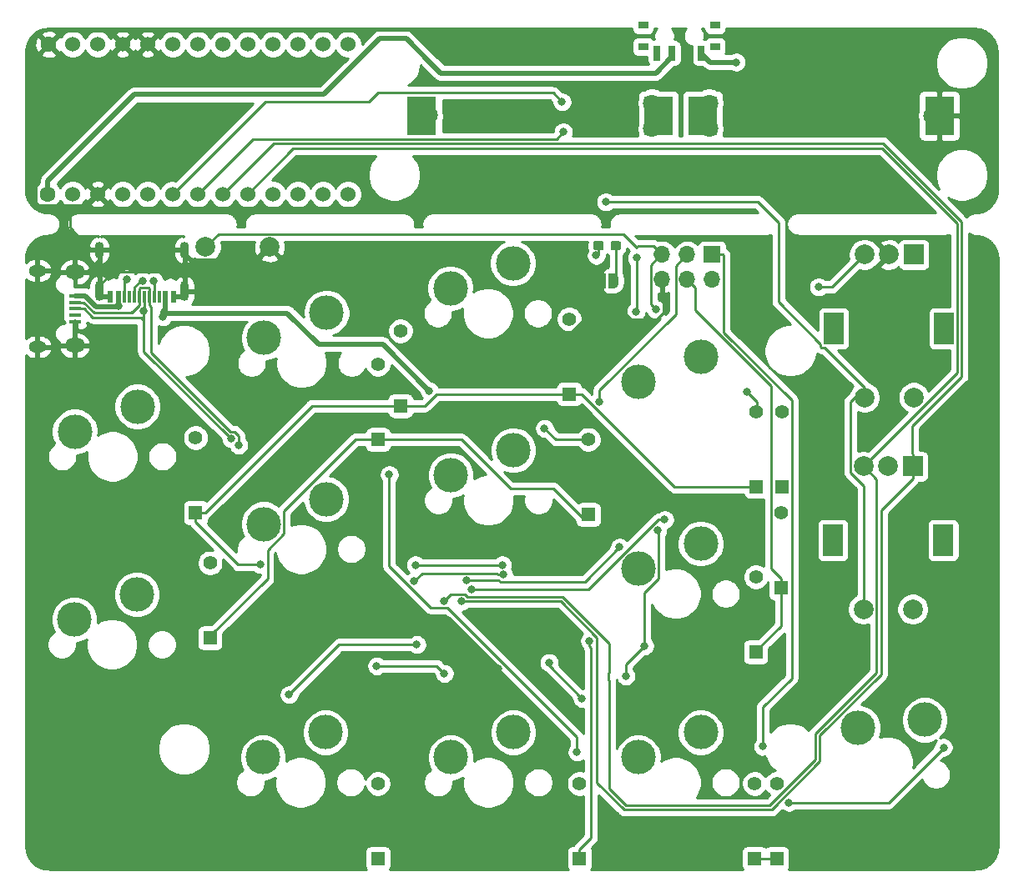
<source format=gtl>
G04 #@! TF.GenerationSoftware,KiCad,Pcbnew,(5.1.4-0-10_14)*
G04 #@! TF.CreationDate,2019-10-30T12:24:41+09:00*
G04 #@! TF.ProjectId,nilgiri_hotswap,6e696c67-6972-4695-9f68-6f7473776170,rev?*
G04 #@! TF.SameCoordinates,Original*
G04 #@! TF.FileFunction,Copper,L1,Top*
G04 #@! TF.FilePolarity,Positive*
%FSLAX46Y46*%
G04 Gerber Fmt 4.6, Leading zero omitted, Abs format (unit mm)*
G04 Created by KiCad (PCBNEW (5.1.4-0-10_14)) date 2019-10-30 12:24:41*
%MOMM*%
%LPD*%
G04 APERTURE LIST*
%ADD10C,3.500000*%
%ADD11R,3.000000X4.000000*%
%ADD12C,1.800000*%
%ADD13C,1.397000*%
%ADD14R,1.397000X1.397000*%
%ADD15C,0.100000*%
%ADD16C,0.950000*%
%ADD17C,2.000000*%
%ADD18O,0.900000X2.000000*%
%ADD19O,0.900000X1.700000*%
%ADD20R,0.300000X1.160000*%
%ADD21R,0.600000X1.160000*%
%ADD22C,1.600200*%
%ADD23C,1.524000*%
%ADD24R,1.000000X0.800000*%
%ADD25R,0.700000X1.500000*%
%ADD26R,1.300000X0.450000*%
%ADD27O,2.000000X1.450000*%
%ADD28O,1.800000X1.150000*%
%ADD29R,2.000000X3.200000*%
%ADD30R,2.000000X2.000000*%
%ADD31O,1.700000X1.700000*%
%ADD32R,1.700000X1.700000*%
%ADD33C,0.500000*%
%ADD34C,0.800000*%
%ADD35C,0.250000*%
%ADD36C,0.500000*%
%ADD37C,0.254000*%
G04 APERTURE END LIST*
D10*
X171227223Y-109160448D03*
X178018252Y-108350497D03*
X148940000Y-93010000D03*
X155290000Y-90470000D03*
X148940000Y-74010000D03*
X155290000Y-71470000D03*
X148940000Y-112160000D03*
X155290000Y-109620000D03*
X129940000Y-83510000D03*
X136290000Y-80970000D03*
X129890000Y-64510000D03*
X136240000Y-61970000D03*
X129940000Y-112160000D03*
X136290000Y-109620000D03*
X110940000Y-88460000D03*
X117290000Y-85920000D03*
X110990000Y-69560000D03*
X117340000Y-67020000D03*
X110890000Y-112160000D03*
X117240000Y-109620000D03*
X91750000Y-98140000D03*
X98100000Y-95600000D03*
X91790000Y-79060000D03*
X98140000Y-76520000D03*
D11*
X155500000Y-47000000D03*
X179500000Y-47000000D03*
D12*
X156146200Y-45700000D03*
X156146200Y-48300000D03*
X178800000Y-47050000D03*
D13*
X143891000Y-79883000D03*
D14*
X143891000Y-87503000D03*
D11*
X151000000Y-47000000D03*
X127000000Y-47000000D03*
D12*
X150353800Y-48300000D03*
X150353800Y-45700000D03*
X127700000Y-46950000D03*
D15*
G36*
X145231779Y-59724144D02*
G01*
X145254834Y-59727563D01*
X145277443Y-59733227D01*
X145299387Y-59741079D01*
X145320457Y-59751044D01*
X145340448Y-59763026D01*
X145359168Y-59776910D01*
X145376438Y-59792562D01*
X145392090Y-59809832D01*
X145405974Y-59828552D01*
X145417956Y-59848543D01*
X145427921Y-59869613D01*
X145435773Y-59891557D01*
X145441437Y-59914166D01*
X145444856Y-59937221D01*
X145446000Y-59960500D01*
X145446000Y-60435500D01*
X145444856Y-60458779D01*
X145441437Y-60481834D01*
X145435773Y-60504443D01*
X145427921Y-60526387D01*
X145417956Y-60547457D01*
X145405974Y-60567448D01*
X145392090Y-60586168D01*
X145376438Y-60603438D01*
X145359168Y-60619090D01*
X145340448Y-60632974D01*
X145320457Y-60644956D01*
X145299387Y-60654921D01*
X145277443Y-60662773D01*
X145254834Y-60668437D01*
X145231779Y-60671856D01*
X145208500Y-60673000D01*
X144633500Y-60673000D01*
X144610221Y-60671856D01*
X144587166Y-60668437D01*
X144564557Y-60662773D01*
X144542613Y-60654921D01*
X144521543Y-60644956D01*
X144501552Y-60632974D01*
X144482832Y-60619090D01*
X144465562Y-60603438D01*
X144449910Y-60586168D01*
X144436026Y-60567448D01*
X144424044Y-60547457D01*
X144414079Y-60526387D01*
X144406227Y-60504443D01*
X144400563Y-60481834D01*
X144397144Y-60458779D01*
X144396000Y-60435500D01*
X144396000Y-59960500D01*
X144397144Y-59937221D01*
X144400563Y-59914166D01*
X144406227Y-59891557D01*
X144414079Y-59869613D01*
X144424044Y-59848543D01*
X144436026Y-59828552D01*
X144449910Y-59809832D01*
X144465562Y-59792562D01*
X144482832Y-59776910D01*
X144501552Y-59763026D01*
X144521543Y-59751044D01*
X144542613Y-59741079D01*
X144564557Y-59733227D01*
X144587166Y-59727563D01*
X144610221Y-59724144D01*
X144633500Y-59723000D01*
X145208500Y-59723000D01*
X145231779Y-59724144D01*
X145231779Y-59724144D01*
G37*
D16*
X144921000Y-60198000D03*
D15*
G36*
X146981779Y-59724144D02*
G01*
X147004834Y-59727563D01*
X147027443Y-59733227D01*
X147049387Y-59741079D01*
X147070457Y-59751044D01*
X147090448Y-59763026D01*
X147109168Y-59776910D01*
X147126438Y-59792562D01*
X147142090Y-59809832D01*
X147155974Y-59828552D01*
X147167956Y-59848543D01*
X147177921Y-59869613D01*
X147185773Y-59891557D01*
X147191437Y-59914166D01*
X147194856Y-59937221D01*
X147196000Y-59960500D01*
X147196000Y-60435500D01*
X147194856Y-60458779D01*
X147191437Y-60481834D01*
X147185773Y-60504443D01*
X147177921Y-60526387D01*
X147167956Y-60547457D01*
X147155974Y-60567448D01*
X147142090Y-60586168D01*
X147126438Y-60603438D01*
X147109168Y-60619090D01*
X147090448Y-60632974D01*
X147070457Y-60644956D01*
X147049387Y-60654921D01*
X147027443Y-60662773D01*
X147004834Y-60668437D01*
X146981779Y-60671856D01*
X146958500Y-60673000D01*
X146383500Y-60673000D01*
X146360221Y-60671856D01*
X146337166Y-60668437D01*
X146314557Y-60662773D01*
X146292613Y-60654921D01*
X146271543Y-60644956D01*
X146251552Y-60632974D01*
X146232832Y-60619090D01*
X146215562Y-60603438D01*
X146199910Y-60586168D01*
X146186026Y-60567448D01*
X146174044Y-60547457D01*
X146164079Y-60526387D01*
X146156227Y-60504443D01*
X146150563Y-60481834D01*
X146147144Y-60458779D01*
X146146000Y-60435500D01*
X146146000Y-59960500D01*
X146147144Y-59937221D01*
X146150563Y-59914166D01*
X146156227Y-59891557D01*
X146164079Y-59869613D01*
X146174044Y-59848543D01*
X146186026Y-59828552D01*
X146199910Y-59809832D01*
X146215562Y-59792562D01*
X146232832Y-59776910D01*
X146251552Y-59763026D01*
X146271543Y-59751044D01*
X146292613Y-59741079D01*
X146314557Y-59733227D01*
X146337166Y-59727563D01*
X146360221Y-59724144D01*
X146383500Y-59723000D01*
X146958500Y-59723000D01*
X146981779Y-59724144D01*
X146981779Y-59724144D01*
G37*
D16*
X146671000Y-60198000D03*
D17*
X105055600Y-60325000D03*
X111555600Y-60325000D03*
D18*
X102922800Y-64795000D03*
X94282800Y-64795000D03*
D19*
X102922800Y-60625000D03*
X94282800Y-60625000D03*
D20*
X99352800Y-65375000D03*
X98852800Y-65375000D03*
X98352800Y-65375000D03*
X100352800Y-65375000D03*
X99852800Y-65375000D03*
X97352800Y-65375000D03*
X97852800Y-65375000D03*
X96852800Y-65375000D03*
D21*
X101002800Y-65375000D03*
X101002800Y-65375000D03*
X101802800Y-65375000D03*
X101802800Y-65375000D03*
X96202800Y-65375000D03*
X95402800Y-65375000D03*
X96202800Y-65375000D03*
X95402800Y-65375000D03*
D22*
X89150000Y-39750000D03*
X89050000Y-54950000D03*
D23*
X91572000Y-39738600D03*
X94112000Y-39738600D03*
X96652000Y-39738600D03*
X99192000Y-39738600D03*
X101732000Y-39738600D03*
X104272000Y-39738600D03*
X106812000Y-39738600D03*
X109352000Y-39738600D03*
X111892000Y-39738600D03*
X114432000Y-39738600D03*
X116972000Y-39738600D03*
X119512000Y-39738600D03*
X119512000Y-54958600D03*
X116972000Y-54958600D03*
X114432000Y-54958600D03*
X111892000Y-54958600D03*
X109352000Y-54958600D03*
X106812000Y-54958600D03*
X104272000Y-54958600D03*
X101732000Y-54958600D03*
X99192000Y-54958600D03*
X96652000Y-54958600D03*
X94112000Y-54958600D03*
X91572000Y-54958600D03*
D24*
X156750000Y-39980000D03*
X149450000Y-39980000D03*
X149450000Y-37770000D03*
X156750000Y-37770000D03*
D25*
X150850000Y-40630000D03*
X152350000Y-40630000D03*
X155350000Y-40630000D03*
D26*
X91841400Y-65298800D03*
X91841400Y-65948800D03*
X91841400Y-66598800D03*
X91841400Y-67248800D03*
X91841400Y-67898800D03*
D27*
X91791400Y-62873800D03*
X91791400Y-70323800D03*
D28*
X87991400Y-62723800D03*
X87991400Y-70473800D03*
D17*
X171900000Y-75600000D03*
X176900000Y-75600000D03*
D29*
X168800000Y-68600000D03*
X180000000Y-68600000D03*
D17*
X171900000Y-61100000D03*
X174400000Y-61100000D03*
D30*
X176900000Y-61100000D03*
D17*
X171800000Y-97100000D03*
X176800000Y-97100000D03*
D29*
X168700000Y-90100000D03*
X179900000Y-90100000D03*
D17*
X171800000Y-82600000D03*
X174300000Y-82600000D03*
D30*
X176800000Y-82600000D03*
D13*
X124841000Y-68834000D03*
D14*
X124841000Y-76454000D03*
D13*
X163000000Y-114815000D03*
D14*
X163000000Y-122435000D03*
D13*
X160883600Y-93830600D03*
D14*
X160883600Y-101450600D03*
D13*
X160950000Y-77040000D03*
D14*
X160950000Y-84660000D03*
D13*
X160750000Y-114815000D03*
D14*
X160750000Y-122435000D03*
D13*
X141950000Y-67640000D03*
D14*
X141950000Y-75260000D03*
D13*
X163450000Y-87340000D03*
D14*
X163450000Y-94960000D03*
D13*
X143002000Y-114815000D03*
D14*
X143002000Y-122435000D03*
D13*
X122555000Y-72263000D03*
D14*
X122555000Y-79883000D03*
D13*
X163500000Y-77040000D03*
D14*
X163500000Y-84660000D03*
D13*
X122555000Y-114808000D03*
D14*
X122555000Y-122428000D03*
D13*
X105511600Y-92415000D03*
D14*
X105511600Y-100035000D03*
D13*
X104050000Y-79690000D03*
D14*
X104050000Y-87310000D03*
D31*
X151384000Y-63627000D03*
X151384000Y-61087000D03*
X153924000Y-63627000D03*
X153924000Y-61087000D03*
X156464000Y-63627000D03*
D32*
X156464000Y-61087000D03*
D33*
X146446000Y-63754000D03*
D15*
G36*
X146446000Y-63004602D02*
G01*
X146470534Y-63004602D01*
X146519365Y-63009412D01*
X146567490Y-63018984D01*
X146614445Y-63033228D01*
X146659778Y-63052005D01*
X146703051Y-63075136D01*
X146743850Y-63102396D01*
X146781779Y-63133524D01*
X146816476Y-63168221D01*
X146847604Y-63206150D01*
X146874864Y-63246949D01*
X146897995Y-63290222D01*
X146916772Y-63335555D01*
X146931016Y-63382510D01*
X146940588Y-63430635D01*
X146945398Y-63479466D01*
X146945398Y-63504000D01*
X146946000Y-63504000D01*
X146946000Y-64004000D01*
X146945398Y-64004000D01*
X146945398Y-64028534D01*
X146940588Y-64077365D01*
X146931016Y-64125490D01*
X146916772Y-64172445D01*
X146897995Y-64217778D01*
X146874864Y-64261051D01*
X146847604Y-64301850D01*
X146816476Y-64339779D01*
X146781779Y-64374476D01*
X146743850Y-64405604D01*
X146703051Y-64432864D01*
X146659778Y-64455995D01*
X146614445Y-64474772D01*
X146567490Y-64489016D01*
X146519365Y-64498588D01*
X146470534Y-64503398D01*
X146446000Y-64503398D01*
X146446000Y-64504000D01*
X145946000Y-64504000D01*
X145946000Y-63004000D01*
X146446000Y-63004000D01*
X146446000Y-63004602D01*
X146446000Y-63004602D01*
G37*
D33*
X145146000Y-63754000D03*
D15*
G36*
X145646000Y-64504000D02*
G01*
X145146000Y-64504000D01*
X145146000Y-64503398D01*
X145121466Y-64503398D01*
X145072635Y-64498588D01*
X145024510Y-64489016D01*
X144977555Y-64474772D01*
X144932222Y-64455995D01*
X144888949Y-64432864D01*
X144848150Y-64405604D01*
X144810221Y-64374476D01*
X144775524Y-64339779D01*
X144744396Y-64301850D01*
X144717136Y-64261051D01*
X144694005Y-64217778D01*
X144675228Y-64172445D01*
X144660984Y-64125490D01*
X144651412Y-64077365D01*
X144646602Y-64028534D01*
X144646602Y-64004000D01*
X144646000Y-64004000D01*
X144646000Y-63504000D01*
X144646602Y-63504000D01*
X144646602Y-63479466D01*
X144651412Y-63430635D01*
X144660984Y-63382510D01*
X144675228Y-63335555D01*
X144694005Y-63290222D01*
X144717136Y-63246949D01*
X144744396Y-63206150D01*
X144775524Y-63168221D01*
X144810221Y-63133524D01*
X144848150Y-63102396D01*
X144888949Y-63075136D01*
X144932222Y-63052005D01*
X144977555Y-63033228D01*
X145024510Y-63018984D01*
X145072635Y-63009412D01*
X145121466Y-63004602D01*
X145146000Y-63004602D01*
X145146000Y-63004000D01*
X145646000Y-63004000D01*
X145646000Y-64504000D01*
X145646000Y-64504000D01*
G37*
D34*
X133731000Y-98552000D03*
X151765000Y-110109000D03*
X179451000Y-78740000D03*
X178350001Y-72982999D03*
X169291000Y-104394000D03*
X167640000Y-81153000D03*
X134239000Y-47117000D03*
X137033000Y-73787000D03*
X130556000Y-89662000D03*
X137750000Y-90436002D03*
X134747000Y-103124000D03*
X126355856Y-88528144D03*
X128524000Y-98044000D03*
X123063000Y-105333800D03*
X117932200Y-117424200D03*
X109321600Y-41960800D03*
X153797000Y-42164000D03*
X145669000Y-55753000D03*
X139446000Y-78740000D03*
X160020001Y-75057001D03*
X179933600Y-111150400D03*
X164244749Y-116746749D03*
X126492000Y-100706599D03*
X113538000Y-105791000D03*
X129286000Y-103632000D03*
X122428000Y-102870000D03*
X123698000Y-83439000D03*
X142748000Y-111633000D03*
X148717000Y-66929000D03*
X148792386Y-61432614D03*
X127762000Y-74930000D03*
X96202801Y-66286665D03*
X100711000Y-67437000D03*
X144017998Y-100330000D03*
X161594800Y-111048800D03*
X108412496Y-80448111D03*
X107645200Y-79806800D03*
X98797999Y-66785106D03*
X98663975Y-63744999D03*
X99822000Y-63754000D03*
X97053400Y-63576199D03*
X145034001Y-76010002D03*
X150749000Y-66675000D03*
X150944153Y-89095153D03*
X147701002Y-103886000D03*
X149606000Y-100838000D03*
X144690966Y-61181370D03*
X110617000Y-92583000D03*
X147066000Y-90805000D03*
X141224000Y-45593000D03*
X131525000Y-94174990D03*
X141351000Y-48641000D03*
X167259000Y-64389000D03*
X151638000Y-88011000D03*
X132055649Y-95118517D03*
X129279476Y-96245524D03*
X131015683Y-96325000D03*
X139912830Y-102530170D03*
X143256000Y-106172000D03*
X158900000Y-41550000D03*
X126235897Y-94234000D03*
X135300000Y-93600000D03*
X126360048Y-92610048D03*
X135158579Y-92610048D03*
D35*
X151511000Y-63754000D02*
X151511000Y-66986002D01*
X145146000Y-64601592D02*
X145146000Y-63754000D01*
X151511000Y-66986002D02*
X150843001Y-67654001D01*
X150843001Y-67654001D02*
X148198409Y-67654001D01*
X148198409Y-67654001D02*
X145146000Y-64601592D01*
X151384000Y-63627000D02*
X151511000Y-63754000D01*
X151511000Y-66986002D02*
X151511000Y-63627000D01*
D36*
X95402800Y-65375000D02*
X94602800Y-65375000D01*
X94602800Y-65375000D02*
X94361000Y-65133200D01*
X137598685Y-73787000D02*
X137033000Y-73787000D01*
X145146000Y-63754000D02*
X145146000Y-66239685D01*
X145146000Y-66239685D02*
X137598685Y-73787000D01*
X130556000Y-89662000D02*
X134366000Y-89662000D01*
X129422144Y-88528144D02*
X126355856Y-88528144D01*
X130556000Y-89662000D02*
X129422144Y-88528144D01*
X101802800Y-65375000D02*
X102602800Y-65375000D01*
X102602800Y-65375000D02*
X102870000Y-65107800D01*
X92820599Y-56250001D02*
X94112000Y-54958600D01*
X87749999Y-56160001D02*
X87839999Y-56250001D01*
X87749999Y-48640601D02*
X87749999Y-56160001D01*
X96652000Y-39738600D02*
X87749999Y-48640601D01*
D35*
X91791400Y-62873800D02*
X88141400Y-62873800D01*
X88141400Y-62873800D02*
X87991400Y-62723800D01*
X90541400Y-62873800D02*
X91791400Y-62873800D01*
D36*
X102922800Y-60625000D02*
X102922800Y-61025000D01*
X102922800Y-61025000D02*
X103672801Y-61775001D01*
X103672801Y-61775001D02*
X110105599Y-61775001D01*
X110105599Y-61775001D02*
X111555600Y-60325000D01*
D35*
X87991400Y-70473800D02*
X91641400Y-70473800D01*
X91641400Y-70473800D02*
X91791400Y-70323800D01*
X102922800Y-64795000D02*
X102922800Y-63545000D01*
X95676601Y-62851199D02*
X94282800Y-64245000D01*
X102922800Y-63545000D02*
X102228999Y-62851199D01*
X102228999Y-62851199D02*
X95676601Y-62851199D01*
X94282800Y-64245000D02*
X94282800Y-64795000D01*
X102922800Y-64795000D02*
X102922800Y-60625000D01*
X94282800Y-60625000D02*
X94282800Y-64795000D01*
X91791400Y-62873800D02*
X92066400Y-62873800D01*
X93987600Y-64795000D02*
X94282800Y-64795000D01*
D36*
X91791400Y-70323800D02*
X91791400Y-69098800D01*
X91791400Y-69098800D02*
X91841400Y-69048800D01*
X91841400Y-69048800D02*
X91841400Y-67923801D01*
X134366000Y-89662000D02*
X134885000Y-89662000D01*
X134366000Y-89662000D02*
X136975998Y-89662000D01*
X136975998Y-89662000D02*
X137750000Y-90436002D01*
X145146000Y-63754000D02*
X145146000Y-63358000D01*
X128524000Y-98044000D02*
X129667000Y-98044000D01*
X129667000Y-98044000D02*
X134747000Y-103124000D01*
X145146000Y-63754000D02*
X145034000Y-63754000D01*
D35*
X87991400Y-70473800D02*
X87991400Y-62718400D01*
X93041400Y-62873800D02*
X94234000Y-61681200D01*
X91791400Y-62873800D02*
X93041400Y-62873800D01*
X91295676Y-57167324D02*
X92212999Y-56250001D01*
X91295676Y-58362652D02*
X91295676Y-57167324D01*
X93558024Y-60625000D02*
X91295676Y-58362652D01*
X94282800Y-60625000D02*
X93558024Y-60625000D01*
D36*
X92212999Y-56250001D02*
X92820599Y-56250001D01*
X87839999Y-56250001D02*
X92212999Y-56250001D01*
D35*
X171800000Y-97100000D02*
X171800000Y-84561002D01*
X170474999Y-83236001D02*
X170474999Y-76025001D01*
X167825001Y-70525001D02*
X167539999Y-70525001D01*
X170474999Y-76025001D02*
X171900000Y-74600000D01*
X171900000Y-74600000D02*
X167825001Y-70525001D01*
X171800000Y-84561002D02*
X170474999Y-83236001D01*
X167539999Y-70525001D02*
X167474999Y-70460001D01*
X167474999Y-70460001D02*
X167474999Y-70174999D01*
X163195000Y-57846654D02*
X161101346Y-55753000D01*
X167474999Y-70174999D02*
X163195000Y-65895000D01*
X163195000Y-65895000D02*
X163195000Y-57846654D01*
X161101346Y-55753000D02*
X145669000Y-55753000D01*
X143891000Y-79883000D02*
X140589000Y-79883000D01*
X140589000Y-79883000D02*
X139446000Y-78740000D01*
X161036000Y-77089000D02*
X161036000Y-76073000D01*
X161036000Y-76073000D02*
X160020001Y-75057001D01*
X164244749Y-116746749D02*
X174337251Y-116746749D01*
X174337251Y-116746749D02*
X179933600Y-111150400D01*
X113538000Y-105791000D02*
X118622401Y-100706599D01*
X118622401Y-100706599D02*
X126492000Y-100706599D01*
X122428000Y-102870000D02*
X128524000Y-102870000D01*
X128524000Y-102870000D02*
X129286000Y-103632000D01*
X142748000Y-111633000D02*
X142748000Y-110091048D01*
X129627477Y-96970525D02*
X127899420Y-96970525D01*
X142748000Y-110091048D02*
X129627477Y-96970525D01*
X127899420Y-96970525D02*
X123698000Y-92769105D01*
X123698000Y-92769105D02*
X123698000Y-83439000D01*
X148792386Y-66853614D02*
X148717000Y-66929000D01*
X148792386Y-61432614D02*
X148792386Y-66853614D01*
X148940000Y-61580228D02*
X148792386Y-61432614D01*
D36*
X101002800Y-65375000D02*
X101002800Y-66265002D01*
X96202800Y-65375000D02*
X96202800Y-66265002D01*
X96202800Y-66265002D02*
X96062801Y-66405001D01*
X96062801Y-66405001D02*
X93982603Y-66405001D01*
X93982603Y-66405001D02*
X92851401Y-65273799D01*
X92851401Y-65273799D02*
X91841400Y-65273799D01*
X101110999Y-67037001D02*
X100711000Y-67437000D01*
X101002800Y-67145200D02*
X100711000Y-67437000D01*
X123032011Y-70200011D02*
X116526013Y-70200011D01*
X116526013Y-70200011D02*
X113363003Y-67037001D01*
X127762000Y-74930000D02*
X123032011Y-70200011D01*
X113363003Y-67037001D02*
X101110999Y-67037001D01*
X101002800Y-65375000D02*
X101002800Y-67145200D01*
X100952801Y-66629514D02*
X100952801Y-66315001D01*
X100711000Y-66871315D02*
X100952801Y-66629514D01*
X100711000Y-67437000D02*
X100711000Y-66871315D01*
D35*
X160750000Y-122435000D02*
X162934000Y-122435000D01*
X163000000Y-122435000D02*
X162051500Y-122435000D01*
X162051500Y-122435000D02*
X162044500Y-122428000D01*
X144163999Y-101041686D02*
X144017998Y-100895685D01*
X144163999Y-120324501D02*
X144163999Y-101041686D01*
X143002000Y-122435000D02*
X143002000Y-121486500D01*
X143002000Y-121486500D02*
X144163999Y-120324501D01*
X144017998Y-100895685D02*
X144017998Y-100330000D01*
X157639001Y-61162001D02*
X157639001Y-68991591D01*
X157639001Y-68991591D02*
X164523501Y-75876091D01*
X156464000Y-61087000D02*
X157564000Y-61087000D01*
X164523501Y-75876091D02*
X164523501Y-104119497D01*
X164523501Y-104119497D02*
X161594800Y-107048198D01*
X157564000Y-61087000D02*
X157639001Y-61162001D01*
X161594800Y-107048198D02*
X161594800Y-111048800D01*
X98337802Y-66058998D02*
X98352800Y-66044000D01*
X95854800Y-67011666D02*
X97531136Y-67011666D01*
X98337802Y-66205000D02*
X98337802Y-66058998D01*
X97531136Y-67011666D02*
X98337802Y-66205000D01*
X97546134Y-67011666D02*
X98352800Y-66205000D01*
X93776082Y-67011666D02*
X97546134Y-67011666D01*
X98352800Y-66044000D02*
X98352800Y-65375000D01*
X98352800Y-66205000D02*
X98352800Y-66044000D01*
X98352800Y-66205000D02*
X98352800Y-65375000D01*
X92713216Y-65948800D02*
X93776082Y-67011666D01*
X91841400Y-65948800D02*
X92713216Y-65948800D01*
X98352800Y-65375000D02*
X98352800Y-64545000D01*
X98352800Y-64545000D02*
X98427801Y-64469999D01*
X99352800Y-64545000D02*
X99352800Y-65375000D01*
X98427801Y-64469999D02*
X99277799Y-64469999D01*
X99277799Y-64469999D02*
X99352800Y-64545000D01*
X92713216Y-65948800D02*
X93744427Y-66980011D01*
X108412496Y-79501094D02*
X108412496Y-80448111D01*
X107993201Y-79081799D02*
X108412496Y-79501094D01*
X107570797Y-79081799D02*
X107993201Y-79081799D01*
X99523000Y-71034002D02*
X107570797Y-79081799D01*
X99523000Y-66375200D02*
X99523000Y-71034002D01*
X99352800Y-66205000D02*
X99523000Y-66375200D01*
X99352800Y-65375000D02*
X99352800Y-66205000D01*
X97130324Y-67461676D02*
X97732534Y-67461676D01*
X93589682Y-67461676D02*
X97130324Y-67461676D01*
X97130324Y-67461676D02*
X98513176Y-67461676D01*
X98797999Y-66785106D02*
X98797999Y-67746499D01*
X98513176Y-67461676D02*
X98797999Y-67746499D01*
X98649905Y-66544305D02*
X98852800Y-66341410D01*
X98852800Y-66341410D02*
X98852800Y-65375000D01*
X98516391Y-63744999D02*
X98663975Y-63744999D01*
X97852800Y-64408590D02*
X98516391Y-63744999D01*
X97852800Y-65375000D02*
X97852800Y-64408590D01*
X91841400Y-66598800D02*
X92726806Y-66598800D01*
X92726806Y-66598800D02*
X93589682Y-67461676D01*
X92726806Y-66598800D02*
X93558027Y-67430021D01*
X98797999Y-70959599D02*
X98797999Y-66785106D01*
X107645200Y-79806800D02*
X98797999Y-70959599D01*
X99852800Y-65375000D02*
X99852800Y-63784800D01*
X99852800Y-63784800D02*
X99822000Y-63754000D01*
X96852800Y-65375000D02*
X96852800Y-63776799D01*
X96852800Y-63776799D02*
X97053400Y-63576199D01*
X152748999Y-62262001D02*
X152748999Y-67129999D01*
X152748999Y-67129999D02*
X145034001Y-74844997D01*
X145034001Y-74844997D02*
X145034001Y-76010002D01*
X153924000Y-61087000D02*
X152748999Y-62262001D01*
X150208999Y-62135001D02*
X151257000Y-61087000D01*
X150749000Y-66675000D02*
X150208999Y-66134999D01*
X150208999Y-66134999D02*
X150208999Y-62135001D01*
X149606000Y-100838000D02*
X149606000Y-95415002D01*
X151015001Y-94006001D02*
X151015001Y-89166001D01*
X149606000Y-95415002D02*
X151015001Y-94006001D01*
X151015001Y-89166001D02*
X150944153Y-89095153D01*
X149606000Y-100838000D02*
X147701002Y-102742998D01*
X147701002Y-102742998D02*
X147701002Y-103886000D01*
X148914997Y-60237001D02*
X148791049Y-60360949D01*
X106380601Y-58999999D02*
X147430099Y-58999999D01*
X147430099Y-58999999D02*
X148791049Y-60360949D01*
X105055600Y-60325000D02*
X106380601Y-58999999D01*
X151384000Y-61087000D02*
X150534001Y-60237001D01*
X150534001Y-60237001D02*
X148914997Y-60237001D01*
X144921000Y-60198000D02*
X144921000Y-60951336D01*
X144921000Y-60951336D02*
X144690966Y-61181370D01*
X160950000Y-84660000D02*
X152605000Y-84660000D01*
X143205000Y-75260000D02*
X141950000Y-75260000D01*
X152605000Y-84660000D02*
X143205000Y-75260000D01*
X127293001Y-76454000D02*
X124841000Y-76454000D01*
X128487001Y-75260000D02*
X127293001Y-76454000D01*
X141950000Y-75260000D02*
X128487001Y-75260000D01*
X115854500Y-76454000D02*
X104998500Y-87310000D01*
X124841000Y-76454000D02*
X115854500Y-76454000D01*
X104050000Y-88258500D02*
X108374500Y-92583000D01*
X108374500Y-92583000D02*
X110617000Y-92583000D01*
X104050000Y-87310000D02*
X104050000Y-88258500D01*
X104050000Y-87310000D02*
X104998500Y-87310000D01*
X139918001Y-94325001D02*
X140243999Y-94325001D01*
X140243999Y-94325001D02*
X140555001Y-94325001D01*
X147066000Y-90805000D02*
X143545999Y-94325001D01*
X143545999Y-94325001D02*
X140243999Y-94325001D01*
X101732000Y-54958600D02*
X111097600Y-45593000D01*
X134951999Y-94325001D02*
X139918001Y-94325001D01*
X139918001Y-94325001D02*
X140579277Y-94325001D01*
X131525000Y-94174990D02*
X134801988Y-94174990D01*
X134801988Y-94174990D02*
X134951999Y-94325001D01*
X140305999Y-44674999D02*
X141224000Y-45593000D01*
X122520501Y-44674999D02*
X140305999Y-44674999D01*
X121602500Y-45593000D02*
X122520501Y-44674999D01*
X111097600Y-45593000D02*
X121602500Y-45593000D01*
X171900000Y-61100000D02*
X168611000Y-64389000D01*
X168611000Y-64389000D02*
X167259000Y-64389000D01*
X132055649Y-95118517D02*
X143895483Y-95118517D01*
X143895483Y-95118517D02*
X151003000Y-88011000D01*
X151003000Y-88011000D02*
X151638000Y-88011000D01*
X140652500Y-49339500D02*
X141351000Y-48641000D01*
X109891100Y-49339500D02*
X140652500Y-49339500D01*
X104272000Y-54958600D02*
X109891100Y-49339500D01*
X171800000Y-82600000D02*
X173125001Y-83925001D01*
X173125001Y-103555258D02*
X166933001Y-109747258D01*
X173125001Y-83925001D02*
X173125001Y-103555258D01*
X166933001Y-112396781D02*
X166102391Y-113227391D01*
X166933001Y-109747258D02*
X166933001Y-112396781D01*
X131363684Y-95599999D02*
X131638674Y-95874989D01*
X162304781Y-117025000D02*
X166102391Y-113227391D01*
X145974999Y-115312001D02*
X147687998Y-117025000D01*
X145959999Y-104297989D02*
X145974999Y-104312989D01*
X145974999Y-104312989D02*
X145974999Y-115312001D01*
X147687998Y-117025000D02*
X162304781Y-117025000D01*
X145974999Y-100577586D02*
X145974999Y-103586987D01*
X131638674Y-95874989D02*
X141272402Y-95874989D01*
X145974999Y-103586987D02*
X145959999Y-103601987D01*
X141272402Y-95874989D02*
X145974999Y-100577586D01*
X129925001Y-95599999D02*
X131363684Y-95599999D01*
X129279476Y-96245524D02*
X129925001Y-95599999D01*
X145959999Y-103601987D02*
X145959999Y-104297989D01*
X113965601Y-50344999D02*
X173702341Y-50344999D01*
X109352000Y-54958600D02*
X113965601Y-50344999D01*
X173702341Y-50344999D02*
X181325001Y-57967659D01*
X181325001Y-57967659D02*
X181325001Y-73074999D01*
X166102391Y-113227391D02*
X166425000Y-112904782D01*
X181325001Y-73074999D02*
X171800000Y-82600000D01*
X176800000Y-82600000D02*
X176800000Y-83850000D01*
X162491181Y-117475011D02*
X147501598Y-117475010D01*
X176800000Y-83850000D02*
X173575011Y-87074989D01*
X173575011Y-87074989D02*
X173575011Y-103741658D01*
X147501598Y-117475010D02*
X144743003Y-114716415D01*
X173575011Y-103741658D02*
X167383010Y-109933659D01*
X141086002Y-96325000D02*
X131015683Y-96325000D01*
X167383010Y-109933659D02*
X167383010Y-112583182D01*
X144743003Y-99981999D02*
X141086002Y-96325000D01*
X167383010Y-112583182D02*
X162491181Y-117475011D01*
X144743003Y-114716415D02*
X144743003Y-99981999D01*
X111981089Y-49789511D02*
X106812000Y-54958600D01*
X173783263Y-49789511D02*
X111981089Y-49789511D01*
X181775010Y-57781258D02*
X173783263Y-49789511D01*
X181775010Y-73494990D02*
X181775010Y-57781258D01*
X176784000Y-78486000D02*
X181775010Y-73494990D01*
X176784000Y-81334000D02*
X176784000Y-78486000D01*
X176800000Y-81350000D02*
X176784000Y-81334000D01*
X176800000Y-82600000D02*
X176800000Y-81350000D01*
D36*
X156146200Y-45700000D02*
X156146200Y-48300000D01*
D35*
X131014974Y-79883000D02*
X135981973Y-84849999D01*
X135981973Y-84849999D02*
X140348999Y-84849999D01*
X122555000Y-79883000D02*
X131014974Y-79883000D01*
X140348999Y-84849999D02*
X143383000Y-87884000D01*
X111342001Y-94016999D02*
X105410000Y-99949000D01*
X122555000Y-79883000D02*
X120255998Y-79883000D01*
X113015001Y-87123997D02*
X113015001Y-89456001D01*
X111342001Y-91129001D02*
X111342001Y-94016999D01*
X120255998Y-79883000D02*
X113015001Y-87123997D01*
X113015001Y-89456001D02*
X111342001Y-91129001D01*
X163450000Y-94960000D02*
X163450000Y-94011500D01*
X162426499Y-87831281D02*
X162426499Y-86848719D01*
X162433000Y-86842218D02*
X162433000Y-74422000D01*
X162433000Y-92994500D02*
X162433000Y-87837782D01*
X154773999Y-64476999D02*
X153924000Y-63627000D01*
X162433000Y-87837782D02*
X162426499Y-87831281D01*
X163450000Y-94011500D02*
X162433000Y-92994500D01*
X154773999Y-66762999D02*
X154773999Y-64476999D01*
X162426499Y-86848719D02*
X162433000Y-86842218D01*
X162433000Y-74422000D02*
X154773999Y-66762999D01*
X163450000Y-98805000D02*
X160782000Y-101473000D01*
X163450000Y-94960000D02*
X163450000Y-98805000D01*
X143256000Y-106172000D02*
X139912830Y-102828830D01*
X139912830Y-102828830D02*
X139912830Y-102530170D01*
D36*
X156270000Y-41550000D02*
X158900000Y-41550000D01*
X155350000Y-40630000D02*
X156270000Y-41550000D01*
X89050000Y-53600000D02*
X89050000Y-54950000D01*
X97819000Y-44831000D02*
X89050000Y-53600000D01*
X122721501Y-39139999D02*
X117030500Y-44831000D01*
X125406001Y-39139999D02*
X122721501Y-39139999D01*
X117030500Y-44831000D02*
X97819000Y-44831000D01*
X128938002Y-42672000D02*
X150718002Y-42672000D01*
X150718002Y-42672000D02*
X152273000Y-41117002D01*
X127842001Y-41575999D02*
X128938002Y-42672000D01*
X128096003Y-41830001D02*
X127842001Y-41575999D01*
X127842001Y-41575999D02*
X125406001Y-39139999D01*
D35*
X135300000Y-93600000D02*
X134734315Y-93600000D01*
X134734315Y-93600000D02*
X134584304Y-93449989D01*
X134584304Y-93449989D02*
X127019908Y-93449989D01*
X127019908Y-93449989D02*
X126235897Y-94234000D01*
X135158579Y-92610048D02*
X126360048Y-92610048D01*
X146671000Y-60198000D02*
X146671000Y-63529000D01*
X146671000Y-63529000D02*
X146446000Y-63754000D01*
D37*
G36*
X148311928Y-38170000D02*
G01*
X148324188Y-38294482D01*
X148360498Y-38414180D01*
X148419463Y-38524494D01*
X148498815Y-38621185D01*
X148595506Y-38700537D01*
X148705820Y-38759502D01*
X148825518Y-38795812D01*
X148950000Y-38808072D01*
X149950000Y-38808072D01*
X150074482Y-38795812D01*
X150194180Y-38759502D01*
X150304494Y-38700537D01*
X150401185Y-38621185D01*
X150480537Y-38524494D01*
X150539502Y-38414180D01*
X150575812Y-38294482D01*
X150588072Y-38170000D01*
X150588072Y-38105629D01*
X150829949Y-38105629D01*
X150757225Y-38178353D01*
X150638485Y-38356060D01*
X150556696Y-38553517D01*
X150515000Y-38763137D01*
X150515000Y-38976863D01*
X150556696Y-39186483D01*
X150579662Y-39241928D01*
X150500000Y-39241928D01*
X150489849Y-39242928D01*
X150480537Y-39225506D01*
X150401185Y-39128815D01*
X150304494Y-39049463D01*
X150194180Y-38990498D01*
X150074482Y-38954188D01*
X149950000Y-38941928D01*
X148950000Y-38941928D01*
X148825518Y-38954188D01*
X148705820Y-38990498D01*
X148595506Y-39049463D01*
X148498815Y-39128815D01*
X148419463Y-39225506D01*
X148360498Y-39335820D01*
X148324188Y-39455518D01*
X148311928Y-39580000D01*
X148311928Y-40380000D01*
X148324188Y-40504482D01*
X148360498Y-40624180D01*
X148419463Y-40734494D01*
X148498815Y-40831185D01*
X148595506Y-40910537D01*
X148705820Y-40969502D01*
X148825518Y-41005812D01*
X148950000Y-41018072D01*
X149861928Y-41018072D01*
X149861928Y-41380000D01*
X149874188Y-41504482D01*
X149910498Y-41624180D01*
X149969463Y-41734494D01*
X150012553Y-41787000D01*
X129304581Y-41787000D01*
X128498537Y-40980957D01*
X128498533Y-40980952D01*
X126062535Y-38544955D01*
X126034818Y-38511182D01*
X125900060Y-38400588D01*
X125746314Y-38318410D01*
X125579491Y-38267804D01*
X125449478Y-38254999D01*
X125449470Y-38254999D01*
X125406001Y-38250718D01*
X125362532Y-38254999D01*
X122764970Y-38254999D01*
X122721501Y-38250718D01*
X122678032Y-38254999D01*
X122678024Y-38254999D01*
X122548011Y-38267804D01*
X122381188Y-38318410D01*
X122236301Y-38395853D01*
X122227442Y-38400588D01*
X122126454Y-38483467D01*
X122126452Y-38483469D01*
X122092684Y-38511182D01*
X122064971Y-38544950D01*
X120909000Y-39700921D01*
X120909000Y-39601008D01*
X120855314Y-39331110D01*
X120750005Y-39076873D01*
X120597120Y-38848065D01*
X120402535Y-38653480D01*
X120173727Y-38500595D01*
X119919490Y-38395286D01*
X119649592Y-38341600D01*
X119374408Y-38341600D01*
X119104510Y-38395286D01*
X118850273Y-38500595D01*
X118621465Y-38653480D01*
X118426880Y-38848065D01*
X118273995Y-39076873D01*
X118242000Y-39154115D01*
X118210005Y-39076873D01*
X118057120Y-38848065D01*
X117862535Y-38653480D01*
X117633727Y-38500595D01*
X117379490Y-38395286D01*
X117109592Y-38341600D01*
X116834408Y-38341600D01*
X116564510Y-38395286D01*
X116310273Y-38500595D01*
X116081465Y-38653480D01*
X115886880Y-38848065D01*
X115733995Y-39076873D01*
X115702000Y-39154115D01*
X115670005Y-39076873D01*
X115517120Y-38848065D01*
X115322535Y-38653480D01*
X115093727Y-38500595D01*
X114839490Y-38395286D01*
X114569592Y-38341600D01*
X114294408Y-38341600D01*
X114024510Y-38395286D01*
X113770273Y-38500595D01*
X113541465Y-38653480D01*
X113346880Y-38848065D01*
X113193995Y-39076873D01*
X113162000Y-39154115D01*
X113130005Y-39076873D01*
X112977120Y-38848065D01*
X112782535Y-38653480D01*
X112553727Y-38500595D01*
X112299490Y-38395286D01*
X112029592Y-38341600D01*
X111754408Y-38341600D01*
X111484510Y-38395286D01*
X111230273Y-38500595D01*
X111001465Y-38653480D01*
X110806880Y-38848065D01*
X110653995Y-39076873D01*
X110622000Y-39154115D01*
X110590005Y-39076873D01*
X110437120Y-38848065D01*
X110242535Y-38653480D01*
X110013727Y-38500595D01*
X109759490Y-38395286D01*
X109489592Y-38341600D01*
X109214408Y-38341600D01*
X108944510Y-38395286D01*
X108690273Y-38500595D01*
X108461465Y-38653480D01*
X108266880Y-38848065D01*
X108113995Y-39076873D01*
X108082000Y-39154115D01*
X108050005Y-39076873D01*
X107897120Y-38848065D01*
X107702535Y-38653480D01*
X107473727Y-38500595D01*
X107219490Y-38395286D01*
X106949592Y-38341600D01*
X106674408Y-38341600D01*
X106404510Y-38395286D01*
X106150273Y-38500595D01*
X105921465Y-38653480D01*
X105726880Y-38848065D01*
X105573995Y-39076873D01*
X105542000Y-39154115D01*
X105510005Y-39076873D01*
X105357120Y-38848065D01*
X105162535Y-38653480D01*
X104933727Y-38500595D01*
X104679490Y-38395286D01*
X104409592Y-38341600D01*
X104134408Y-38341600D01*
X103864510Y-38395286D01*
X103610273Y-38500595D01*
X103381465Y-38653480D01*
X103186880Y-38848065D01*
X103033995Y-39076873D01*
X103002000Y-39154115D01*
X102970005Y-39076873D01*
X102817120Y-38848065D01*
X102622535Y-38653480D01*
X102393727Y-38500595D01*
X102139490Y-38395286D01*
X101869592Y-38341600D01*
X101594408Y-38341600D01*
X101324510Y-38395286D01*
X101070273Y-38500595D01*
X100841465Y-38653480D01*
X100646880Y-38848065D01*
X100493995Y-39076873D01*
X100464308Y-39148543D01*
X100459636Y-39135577D01*
X100397656Y-39019620D01*
X100157565Y-38952640D01*
X99371605Y-39738600D01*
X100157565Y-40524560D01*
X100397656Y-40457580D01*
X100461485Y-40321840D01*
X100493995Y-40400327D01*
X100646880Y-40629135D01*
X100841465Y-40823720D01*
X101070273Y-40976605D01*
X101324510Y-41081914D01*
X101594408Y-41135600D01*
X101869592Y-41135600D01*
X102139490Y-41081914D01*
X102393727Y-40976605D01*
X102622535Y-40823720D01*
X102817120Y-40629135D01*
X102970005Y-40400327D01*
X103002000Y-40323085D01*
X103033995Y-40400327D01*
X103186880Y-40629135D01*
X103381465Y-40823720D01*
X103610273Y-40976605D01*
X103864510Y-41081914D01*
X104134408Y-41135600D01*
X104409592Y-41135600D01*
X104679490Y-41081914D01*
X104933727Y-40976605D01*
X105162535Y-40823720D01*
X105357120Y-40629135D01*
X105510005Y-40400327D01*
X105542000Y-40323085D01*
X105573995Y-40400327D01*
X105726880Y-40629135D01*
X105921465Y-40823720D01*
X106150273Y-40976605D01*
X106404510Y-41081914D01*
X106674408Y-41135600D01*
X106949592Y-41135600D01*
X107219490Y-41081914D01*
X107473727Y-40976605D01*
X107702535Y-40823720D01*
X107897120Y-40629135D01*
X108050005Y-40400327D01*
X108082000Y-40323085D01*
X108113995Y-40400327D01*
X108266880Y-40629135D01*
X108461465Y-40823720D01*
X108690273Y-40976605D01*
X108944510Y-41081914D01*
X109214408Y-41135600D01*
X109489592Y-41135600D01*
X109759490Y-41081914D01*
X110013727Y-40976605D01*
X110242535Y-40823720D01*
X110437120Y-40629135D01*
X110590005Y-40400327D01*
X110622000Y-40323085D01*
X110653995Y-40400327D01*
X110806880Y-40629135D01*
X111001465Y-40823720D01*
X111230273Y-40976605D01*
X111484510Y-41081914D01*
X111754408Y-41135600D01*
X112029592Y-41135600D01*
X112299490Y-41081914D01*
X112553727Y-40976605D01*
X112782535Y-40823720D01*
X112977120Y-40629135D01*
X113130005Y-40400327D01*
X113162000Y-40323085D01*
X113193995Y-40400327D01*
X113346880Y-40629135D01*
X113541465Y-40823720D01*
X113770273Y-40976605D01*
X114024510Y-41081914D01*
X114294408Y-41135600D01*
X114569592Y-41135600D01*
X114839490Y-41081914D01*
X115093727Y-40976605D01*
X115322535Y-40823720D01*
X115517120Y-40629135D01*
X115670005Y-40400327D01*
X115702000Y-40323085D01*
X115733995Y-40400327D01*
X115886880Y-40629135D01*
X116081465Y-40823720D01*
X116310273Y-40976605D01*
X116564510Y-41081914D01*
X116834408Y-41135600D01*
X117109592Y-41135600D01*
X117379490Y-41081914D01*
X117633727Y-40976605D01*
X117862535Y-40823720D01*
X118057120Y-40629135D01*
X118210005Y-40400327D01*
X118242000Y-40323085D01*
X118273995Y-40400327D01*
X118426880Y-40629135D01*
X118621465Y-40823720D01*
X118850273Y-40976605D01*
X119104510Y-41081914D01*
X119374408Y-41135600D01*
X119474321Y-41135600D01*
X116663922Y-43946000D01*
X97862469Y-43946000D01*
X97819000Y-43941719D01*
X97775531Y-43946000D01*
X97775523Y-43946000D01*
X97645510Y-43958805D01*
X97478687Y-44009411D01*
X97421412Y-44040025D01*
X97324941Y-44091589D01*
X97223953Y-44174468D01*
X97223951Y-44174470D01*
X97190183Y-44202183D01*
X97162470Y-44235951D01*
X88454956Y-52943466D01*
X88421183Y-52971183D01*
X88310589Y-53105942D01*
X88228411Y-53259688D01*
X88177805Y-53426511D01*
X88165000Y-53556524D01*
X88165000Y-53556531D01*
X88160719Y-53600000D01*
X88165000Y-53643470D01*
X88165000Y-53815358D01*
X88135177Y-53835285D01*
X87935285Y-54035177D01*
X87778231Y-54270225D01*
X87670050Y-54531397D01*
X87614900Y-54808655D01*
X87614900Y-55091345D01*
X87670050Y-55368603D01*
X87778231Y-55629775D01*
X87935285Y-55864823D01*
X88135177Y-56064715D01*
X88370225Y-56221769D01*
X88631397Y-56329950D01*
X88908655Y-56385100D01*
X89191345Y-56385100D01*
X89468603Y-56329950D01*
X89729775Y-56221769D01*
X89964823Y-56064715D01*
X90164715Y-55864823D01*
X90321769Y-55629775D01*
X90329839Y-55610293D01*
X90333995Y-55620327D01*
X90486880Y-55849135D01*
X90681465Y-56043720D01*
X90910273Y-56196605D01*
X91164510Y-56301914D01*
X91434408Y-56355600D01*
X91709592Y-56355600D01*
X91979490Y-56301914D01*
X92233727Y-56196605D01*
X92462535Y-56043720D01*
X92582090Y-55924165D01*
X93326040Y-55924165D01*
X93393020Y-56164256D01*
X93642048Y-56281356D01*
X93909135Y-56347623D01*
X94184017Y-56360510D01*
X94456133Y-56319522D01*
X94715023Y-56226236D01*
X94830980Y-56164256D01*
X94897960Y-55924165D01*
X94112000Y-55138205D01*
X93326040Y-55924165D01*
X92582090Y-55924165D01*
X92657120Y-55849135D01*
X92810005Y-55620327D01*
X92839692Y-55548657D01*
X92844364Y-55561623D01*
X92906344Y-55677580D01*
X93146435Y-55744560D01*
X93932395Y-54958600D01*
X93146435Y-54172640D01*
X92906344Y-54239620D01*
X92842515Y-54375360D01*
X92810005Y-54296873D01*
X92657120Y-54068065D01*
X92582090Y-53993035D01*
X93326040Y-53993035D01*
X94112000Y-54778995D01*
X94897960Y-53993035D01*
X94830980Y-53752944D01*
X94581952Y-53635844D01*
X94314865Y-53569577D01*
X94039983Y-53556690D01*
X93767867Y-53597678D01*
X93508977Y-53690964D01*
X93393020Y-53752944D01*
X93326040Y-53993035D01*
X92582090Y-53993035D01*
X92462535Y-53873480D01*
X92233727Y-53720595D01*
X91979490Y-53615286D01*
X91709592Y-53561600D01*
X91434408Y-53561600D01*
X91164510Y-53615286D01*
X90910273Y-53720595D01*
X90681465Y-53873480D01*
X90486880Y-54068065D01*
X90333995Y-54296873D01*
X90333401Y-54298307D01*
X90321769Y-54270225D01*
X90164715Y-54035177D01*
X90015558Y-53886020D01*
X98185579Y-45716000D01*
X109899798Y-45716000D01*
X102023571Y-53592228D01*
X101869592Y-53561600D01*
X101594408Y-53561600D01*
X101324510Y-53615286D01*
X101070273Y-53720595D01*
X100841465Y-53873480D01*
X100646880Y-54068065D01*
X100493995Y-54296873D01*
X100462000Y-54374115D01*
X100430005Y-54296873D01*
X100277120Y-54068065D01*
X100082535Y-53873480D01*
X99853727Y-53720595D01*
X99599490Y-53615286D01*
X99329592Y-53561600D01*
X99054408Y-53561600D01*
X98784510Y-53615286D01*
X98530273Y-53720595D01*
X98301465Y-53873480D01*
X98106880Y-54068065D01*
X97953995Y-54296873D01*
X97922000Y-54374115D01*
X97890005Y-54296873D01*
X97737120Y-54068065D01*
X97542535Y-53873480D01*
X97313727Y-53720595D01*
X97059490Y-53615286D01*
X96789592Y-53561600D01*
X96514408Y-53561600D01*
X96244510Y-53615286D01*
X95990273Y-53720595D01*
X95761465Y-53873480D01*
X95566880Y-54068065D01*
X95413995Y-54296873D01*
X95384308Y-54368543D01*
X95379636Y-54355577D01*
X95317656Y-54239620D01*
X95077565Y-54172640D01*
X94291605Y-54958600D01*
X95077565Y-55744560D01*
X95317656Y-55677580D01*
X95381485Y-55541840D01*
X95413995Y-55620327D01*
X95566880Y-55849135D01*
X95761465Y-56043720D01*
X95990273Y-56196605D01*
X96244510Y-56301914D01*
X96514408Y-56355600D01*
X96789592Y-56355600D01*
X97059490Y-56301914D01*
X97313727Y-56196605D01*
X97542535Y-56043720D01*
X97737120Y-55849135D01*
X97890005Y-55620327D01*
X97922000Y-55543085D01*
X97953995Y-55620327D01*
X98106880Y-55849135D01*
X98301465Y-56043720D01*
X98530273Y-56196605D01*
X98784510Y-56301914D01*
X99054408Y-56355600D01*
X99329592Y-56355600D01*
X99599490Y-56301914D01*
X99853727Y-56196605D01*
X100082535Y-56043720D01*
X100277120Y-55849135D01*
X100430005Y-55620327D01*
X100462000Y-55543085D01*
X100493995Y-55620327D01*
X100646880Y-55849135D01*
X100841465Y-56043720D01*
X101070273Y-56196605D01*
X101324510Y-56301914D01*
X101594408Y-56355600D01*
X101869592Y-56355600D01*
X102139490Y-56301914D01*
X102393727Y-56196605D01*
X102622535Y-56043720D01*
X102817120Y-55849135D01*
X102970005Y-55620327D01*
X103002000Y-55543085D01*
X103033995Y-55620327D01*
X103186880Y-55849135D01*
X103381465Y-56043720D01*
X103610273Y-56196605D01*
X103864510Y-56301914D01*
X104134408Y-56355600D01*
X104409592Y-56355600D01*
X104679490Y-56301914D01*
X104933727Y-56196605D01*
X105162535Y-56043720D01*
X105357120Y-55849135D01*
X105510005Y-55620327D01*
X105542000Y-55543085D01*
X105573995Y-55620327D01*
X105726880Y-55849135D01*
X105921465Y-56043720D01*
X106150273Y-56196605D01*
X106404510Y-56301914D01*
X106674408Y-56355600D01*
X106949592Y-56355600D01*
X107219490Y-56301914D01*
X107473727Y-56196605D01*
X107702535Y-56043720D01*
X107897120Y-55849135D01*
X108050005Y-55620327D01*
X108082000Y-55543085D01*
X108113995Y-55620327D01*
X108266880Y-55849135D01*
X108461465Y-56043720D01*
X108690273Y-56196605D01*
X108944510Y-56301914D01*
X109214408Y-56355600D01*
X109489592Y-56355600D01*
X109759490Y-56301914D01*
X110013727Y-56196605D01*
X110242535Y-56043720D01*
X110437120Y-55849135D01*
X110590005Y-55620327D01*
X110622000Y-55543085D01*
X110653995Y-55620327D01*
X110806880Y-55849135D01*
X111001465Y-56043720D01*
X111230273Y-56196605D01*
X111484510Y-56301914D01*
X111754408Y-56355600D01*
X112029592Y-56355600D01*
X112299490Y-56301914D01*
X112553727Y-56196605D01*
X112782535Y-56043720D01*
X112977120Y-55849135D01*
X113130005Y-55620327D01*
X113162000Y-55543085D01*
X113193995Y-55620327D01*
X113346880Y-55849135D01*
X113541465Y-56043720D01*
X113770273Y-56196605D01*
X114024510Y-56301914D01*
X114294408Y-56355600D01*
X114569592Y-56355600D01*
X114839490Y-56301914D01*
X115093727Y-56196605D01*
X115322535Y-56043720D01*
X115517120Y-55849135D01*
X115670005Y-55620327D01*
X115702000Y-55543085D01*
X115733995Y-55620327D01*
X115886880Y-55849135D01*
X116081465Y-56043720D01*
X116310273Y-56196605D01*
X116564510Y-56301914D01*
X116834408Y-56355600D01*
X117109592Y-56355600D01*
X117379490Y-56301914D01*
X117633727Y-56196605D01*
X117862535Y-56043720D01*
X118057120Y-55849135D01*
X118210005Y-55620327D01*
X118242000Y-55543085D01*
X118273995Y-55620327D01*
X118426880Y-55849135D01*
X118621465Y-56043720D01*
X118850273Y-56196605D01*
X119104510Y-56301914D01*
X119374408Y-56355600D01*
X119649592Y-56355600D01*
X119919490Y-56301914D01*
X120173727Y-56196605D01*
X120402535Y-56043720D01*
X120597120Y-55849135D01*
X120750005Y-55620327D01*
X120855314Y-55366090D01*
X120909000Y-55096192D01*
X120909000Y-54821008D01*
X120855314Y-54551110D01*
X120750005Y-54296873D01*
X120597120Y-54068065D01*
X120402535Y-53873480D01*
X120173727Y-53720595D01*
X119919490Y-53615286D01*
X119649592Y-53561600D01*
X119374408Y-53561600D01*
X119104510Y-53615286D01*
X118850273Y-53720595D01*
X118621465Y-53873480D01*
X118426880Y-54068065D01*
X118273995Y-54296873D01*
X118242000Y-54374115D01*
X118210005Y-54296873D01*
X118057120Y-54068065D01*
X117862535Y-53873480D01*
X117633727Y-53720595D01*
X117379490Y-53615286D01*
X117109592Y-53561600D01*
X116834408Y-53561600D01*
X116564510Y-53615286D01*
X116310273Y-53720595D01*
X116081465Y-53873480D01*
X115886880Y-54068065D01*
X115733995Y-54296873D01*
X115702000Y-54374115D01*
X115670005Y-54296873D01*
X115517120Y-54068065D01*
X115322535Y-53873480D01*
X115093727Y-53720595D01*
X114839490Y-53615286D01*
X114569592Y-53561600D01*
X114294408Y-53561600D01*
X114024510Y-53615286D01*
X113770273Y-53720595D01*
X113541465Y-53873480D01*
X113346880Y-54068065D01*
X113193995Y-54296873D01*
X113162000Y-54374115D01*
X113130005Y-54296873D01*
X112977120Y-54068065D01*
X112782535Y-53873480D01*
X112553727Y-53720595D01*
X112299490Y-53615286D01*
X112029592Y-53561600D01*
X111823801Y-53561600D01*
X114280403Y-51104999D01*
X122323837Y-51104999D01*
X122120424Y-51308412D01*
X121826583Y-51748175D01*
X121624183Y-52236814D01*
X121521000Y-52755551D01*
X121521000Y-53284449D01*
X121624183Y-53803186D01*
X121826583Y-54291825D01*
X122120424Y-54731588D01*
X122494412Y-55105576D01*
X122934175Y-55399417D01*
X123422814Y-55601817D01*
X123941551Y-55705000D01*
X124470449Y-55705000D01*
X124989186Y-55601817D01*
X125477825Y-55399417D01*
X125917588Y-55105576D01*
X126291576Y-54731588D01*
X126585417Y-54291825D01*
X126787817Y-53803186D01*
X126891000Y-53284449D01*
X126891000Y-52755551D01*
X126787817Y-52236814D01*
X126585417Y-51748175D01*
X126291576Y-51308412D01*
X126088163Y-51104999D01*
X173387540Y-51104999D01*
X179122540Y-56840000D01*
X165112764Y-56840000D01*
X165080293Y-56843198D01*
X165073800Y-56843198D01*
X165064636Y-56844162D01*
X165022352Y-56848905D01*
X165015800Y-56849550D01*
X165015331Y-56849692D01*
X164967661Y-56855039D01*
X164909167Y-56867472D01*
X164850467Y-56879095D01*
X164841664Y-56881820D01*
X164748648Y-56911326D01*
X164693688Y-56934882D01*
X164638361Y-56957686D01*
X164630255Y-56962069D01*
X164544742Y-57009080D01*
X164495419Y-57042853D01*
X164445557Y-57075982D01*
X164438457Y-57081856D01*
X164363705Y-57144581D01*
X164321878Y-57187294D01*
X164279409Y-57229467D01*
X164273585Y-57236609D01*
X164212439Y-57312659D01*
X164179718Y-57362661D01*
X164146232Y-57412306D01*
X164141906Y-57420443D01*
X164096696Y-57506922D01*
X164074287Y-57562388D01*
X164051108Y-57617527D01*
X164048445Y-57626349D01*
X164020893Y-57719961D01*
X164009691Y-57778682D01*
X163997654Y-57837322D01*
X163996755Y-57846493D01*
X163987911Y-57943675D01*
X163988329Y-58003491D01*
X163987911Y-58063308D01*
X163988810Y-58072479D01*
X163999010Y-58169527D01*
X164011044Y-58228152D01*
X164022247Y-58286884D01*
X164024911Y-58295706D01*
X164053767Y-58388925D01*
X164076950Y-58444075D01*
X164099358Y-58499537D01*
X164103685Y-58507673D01*
X164150097Y-58593511D01*
X164183545Y-58643098D01*
X164216302Y-58693156D01*
X164222126Y-58700297D01*
X164284328Y-58775486D01*
X164326777Y-58817639D01*
X164368622Y-58860371D01*
X164375723Y-58866245D01*
X164451343Y-58927921D01*
X164501208Y-58961052D01*
X164550533Y-58994825D01*
X164558628Y-58999202D01*
X164558631Y-58999204D01*
X164558634Y-58999205D01*
X164558639Y-58999208D01*
X164644800Y-59045020D01*
X164700092Y-59067809D01*
X164755081Y-59091378D01*
X164763884Y-59094103D01*
X164857302Y-59122308D01*
X164916009Y-59133933D01*
X164974499Y-59146365D01*
X164983653Y-59147327D01*
X164983659Y-59147328D01*
X164983664Y-59147328D01*
X165080781Y-59156850D01*
X165112764Y-59160000D01*
X180177602Y-59160000D01*
X180210073Y-59156802D01*
X180216566Y-59156802D01*
X180225730Y-59155838D01*
X180268014Y-59151095D01*
X180274566Y-59150450D01*
X180275035Y-59150308D01*
X180322705Y-59144961D01*
X180381185Y-59132531D01*
X180439900Y-59120905D01*
X180448703Y-59118180D01*
X180541718Y-59088674D01*
X180565001Y-59078695D01*
X180565002Y-66361928D01*
X179000000Y-66361928D01*
X178875518Y-66374188D01*
X178755820Y-66410498D01*
X178645506Y-66469463D01*
X178548815Y-66548815D01*
X178469463Y-66645506D01*
X178410498Y-66755820D01*
X178374188Y-66875518D01*
X178361928Y-67000000D01*
X178361928Y-70200000D01*
X178374188Y-70324482D01*
X178410498Y-70444180D01*
X178469463Y-70554494D01*
X178548815Y-70651185D01*
X178645506Y-70730537D01*
X178755820Y-70789502D01*
X178875518Y-70825812D01*
X179000000Y-70838072D01*
X180565002Y-70838072D01*
X180565002Y-72760196D01*
X178393070Y-74932128D01*
X178348918Y-74825537D01*
X178169987Y-74557748D01*
X177942252Y-74330013D01*
X177674463Y-74151082D01*
X177376912Y-74027832D01*
X177061033Y-73965000D01*
X176738967Y-73965000D01*
X176423088Y-74027832D01*
X176125537Y-74151082D01*
X175857748Y-74330013D01*
X175630013Y-74557748D01*
X175451082Y-74825537D01*
X175327832Y-75123088D01*
X175265000Y-75438967D01*
X175265000Y-75761033D01*
X175327832Y-76076912D01*
X175451082Y-76374463D01*
X175630013Y-76642252D01*
X175857748Y-76869987D01*
X176125537Y-77048918D01*
X176232129Y-77093070D01*
X172291376Y-81033823D01*
X172276912Y-81027832D01*
X171961033Y-80965000D01*
X171638967Y-80965000D01*
X171323088Y-81027832D01*
X171234999Y-81064320D01*
X171234999Y-77094259D01*
X171423088Y-77172168D01*
X171738967Y-77235000D01*
X172061033Y-77235000D01*
X172376912Y-77172168D01*
X172674463Y-77048918D01*
X172942252Y-76869987D01*
X173169987Y-76642252D01*
X173348918Y-76374463D01*
X173472168Y-76076912D01*
X173535000Y-75761033D01*
X173535000Y-75438967D01*
X173472168Y-75123088D01*
X173348918Y-74825537D01*
X173169987Y-74557748D01*
X172942252Y-74330013D01*
X172674463Y-74151082D01*
X172425154Y-74047815D01*
X172411003Y-74036201D01*
X169212873Y-70838072D01*
X169800000Y-70838072D01*
X169924482Y-70825812D01*
X170044180Y-70789502D01*
X170154494Y-70730537D01*
X170251185Y-70651185D01*
X170330537Y-70554494D01*
X170389502Y-70444180D01*
X170425812Y-70324482D01*
X170438072Y-70200000D01*
X170438072Y-67000000D01*
X170425812Y-66875518D01*
X170389502Y-66755820D01*
X170330537Y-66645506D01*
X170251185Y-66548815D01*
X170154494Y-66469463D01*
X170044180Y-66410498D01*
X169924482Y-66374188D01*
X169800000Y-66361928D01*
X167800000Y-66361928D01*
X167675518Y-66374188D01*
X167555820Y-66410498D01*
X167445506Y-66469463D01*
X167348815Y-66548815D01*
X167269463Y-66645506D01*
X167210498Y-66755820D01*
X167174188Y-66875518D01*
X167161928Y-67000000D01*
X167161928Y-68787126D01*
X163955000Y-65580199D01*
X163955000Y-64287061D01*
X166224000Y-64287061D01*
X166224000Y-64490939D01*
X166263774Y-64690898D01*
X166341795Y-64879256D01*
X166455063Y-65048774D01*
X166599226Y-65192937D01*
X166768744Y-65306205D01*
X166957102Y-65384226D01*
X167157061Y-65424000D01*
X167360939Y-65424000D01*
X167560898Y-65384226D01*
X167749256Y-65306205D01*
X167918774Y-65192937D01*
X167962711Y-65149000D01*
X168573678Y-65149000D01*
X168611000Y-65152676D01*
X168648322Y-65149000D01*
X168648333Y-65149000D01*
X168759986Y-65138003D01*
X168903247Y-65094546D01*
X169035276Y-65023974D01*
X169151001Y-64929001D01*
X169174804Y-64899997D01*
X171408625Y-62666177D01*
X171423088Y-62672168D01*
X171738967Y-62735000D01*
X172061033Y-62735000D01*
X172376912Y-62672168D01*
X172674463Y-62548918D01*
X172942252Y-62369987D01*
X173169987Y-62142252D01*
X173234925Y-62045065D01*
X173264587Y-62055808D01*
X174220395Y-61100000D01*
X173264587Y-60144192D01*
X173234925Y-60154935D01*
X173169987Y-60057748D01*
X173076826Y-59964587D01*
X173444192Y-59964587D01*
X174400000Y-60920395D01*
X174414143Y-60906253D01*
X174593748Y-61085858D01*
X174579605Y-61100000D01*
X174593748Y-61114143D01*
X174414143Y-61293748D01*
X174400000Y-61279605D01*
X173444192Y-62235413D01*
X173539956Y-62499814D01*
X173829571Y-62640704D01*
X174141108Y-62722384D01*
X174462595Y-62741718D01*
X174781675Y-62697961D01*
X175086088Y-62592795D01*
X175260044Y-62499814D01*
X175314024Y-62350777D01*
X175369463Y-62454494D01*
X175448815Y-62551185D01*
X175545506Y-62630537D01*
X175655820Y-62689502D01*
X175775518Y-62725812D01*
X175900000Y-62738072D01*
X177900000Y-62738072D01*
X178024482Y-62725812D01*
X178144180Y-62689502D01*
X178254494Y-62630537D01*
X178351185Y-62551185D01*
X178430537Y-62454494D01*
X178489502Y-62344180D01*
X178525812Y-62224482D01*
X178538072Y-62100000D01*
X178538072Y-60100000D01*
X178525812Y-59975518D01*
X178489502Y-59855820D01*
X178430537Y-59745506D01*
X178351185Y-59648815D01*
X178254494Y-59569463D01*
X178144180Y-59510498D01*
X178024482Y-59474188D01*
X177900000Y-59461928D01*
X175900000Y-59461928D01*
X175775518Y-59474188D01*
X175655820Y-59510498D01*
X175545506Y-59569463D01*
X175448815Y-59648815D01*
X175369463Y-59745506D01*
X175314024Y-59849223D01*
X175260044Y-59700186D01*
X174970429Y-59559296D01*
X174658892Y-59477616D01*
X174337405Y-59458282D01*
X174018325Y-59502039D01*
X173713912Y-59607205D01*
X173539956Y-59700186D01*
X173444192Y-59964587D01*
X173076826Y-59964587D01*
X172942252Y-59830013D01*
X172674463Y-59651082D01*
X172376912Y-59527832D01*
X172061033Y-59465000D01*
X171738967Y-59465000D01*
X171423088Y-59527832D01*
X171125537Y-59651082D01*
X170857748Y-59830013D01*
X170630013Y-60057748D01*
X170451082Y-60325537D01*
X170327832Y-60623088D01*
X170265000Y-60938967D01*
X170265000Y-61261033D01*
X170327832Y-61576912D01*
X170333823Y-61591375D01*
X168296199Y-63629000D01*
X167962711Y-63629000D01*
X167918774Y-63585063D01*
X167749256Y-63471795D01*
X167560898Y-63393774D01*
X167360939Y-63354000D01*
X167157061Y-63354000D01*
X166957102Y-63393774D01*
X166768744Y-63471795D01*
X166599226Y-63585063D01*
X166455063Y-63729226D01*
X166341795Y-63898744D01*
X166263774Y-64087102D01*
X166224000Y-64287061D01*
X163955000Y-64287061D01*
X163955000Y-57883977D01*
X163958676Y-57846654D01*
X163955000Y-57809331D01*
X163955000Y-57809321D01*
X163944003Y-57697668D01*
X163900546Y-57554407D01*
X163897343Y-57548415D01*
X163829974Y-57422377D01*
X163758799Y-57335651D01*
X163735001Y-57306653D01*
X163706003Y-57282855D01*
X161665150Y-55242003D01*
X161641347Y-55212999D01*
X161525622Y-55118026D01*
X161393593Y-55047454D01*
X161250332Y-55003997D01*
X161138679Y-54993000D01*
X161138668Y-54993000D01*
X161101346Y-54989324D01*
X161064024Y-54993000D01*
X146372711Y-54993000D01*
X146328774Y-54949063D01*
X146159256Y-54835795D01*
X145970898Y-54757774D01*
X145770939Y-54718000D01*
X145567061Y-54718000D01*
X145367102Y-54757774D01*
X145178744Y-54835795D01*
X145009226Y-54949063D01*
X144865063Y-55093226D01*
X144751795Y-55262744D01*
X144673774Y-55451102D01*
X144634000Y-55651061D01*
X144634000Y-55854939D01*
X144673774Y-56054898D01*
X144751795Y-56243256D01*
X144865063Y-56412774D01*
X145009226Y-56556937D01*
X145178744Y-56670205D01*
X145367102Y-56748226D01*
X145567061Y-56788000D01*
X145770939Y-56788000D01*
X145970898Y-56748226D01*
X146159256Y-56670205D01*
X146328774Y-56556937D01*
X146372711Y-56513000D01*
X160786545Y-56513000D01*
X161113545Y-56840000D01*
X147112764Y-56840000D01*
X147080293Y-56843198D01*
X147073800Y-56843198D01*
X147064636Y-56844162D01*
X147022352Y-56848905D01*
X147015800Y-56849550D01*
X147015331Y-56849692D01*
X146967661Y-56855039D01*
X146909167Y-56867472D01*
X146850467Y-56879095D01*
X146841664Y-56881820D01*
X146748648Y-56911326D01*
X146693688Y-56934882D01*
X146638361Y-56957686D01*
X146630255Y-56962069D01*
X146544742Y-57009080D01*
X146495419Y-57042853D01*
X146445557Y-57075982D01*
X146438457Y-57081856D01*
X146363705Y-57144581D01*
X146321878Y-57187294D01*
X146279409Y-57229467D01*
X146273585Y-57236609D01*
X146212439Y-57312659D01*
X146179718Y-57362661D01*
X146146232Y-57412306D01*
X146141906Y-57420443D01*
X146096696Y-57506922D01*
X146074287Y-57562388D01*
X146051108Y-57617527D01*
X146048445Y-57626349D01*
X146020893Y-57719961D01*
X146009691Y-57778682D01*
X145997654Y-57837322D01*
X145996755Y-57846493D01*
X145987911Y-57943675D01*
X145988329Y-58003491D01*
X145987911Y-58063308D01*
X145988810Y-58072479D01*
X145999010Y-58169527D01*
X146011044Y-58228152D01*
X146013304Y-58239999D01*
X145277111Y-58239999D01*
X145280679Y-58221297D01*
X145292712Y-58162678D01*
X145293611Y-58153507D01*
X145302455Y-58056324D01*
X145302037Y-57996509D01*
X145302455Y-57936693D01*
X145301556Y-57927522D01*
X145291356Y-57830473D01*
X145279323Y-57771854D01*
X145268119Y-57713116D01*
X145265455Y-57704294D01*
X145236599Y-57611075D01*
X145213421Y-57555937D01*
X145191008Y-57500463D01*
X145186681Y-57492327D01*
X145140268Y-57406489D01*
X145106828Y-57356913D01*
X145074064Y-57306844D01*
X145068240Y-57299703D01*
X145006038Y-57224514D01*
X144963589Y-57182361D01*
X144921744Y-57139629D01*
X144914643Y-57133755D01*
X144839022Y-57072079D01*
X144789217Y-57038988D01*
X144739833Y-57005174D01*
X144731727Y-57000792D01*
X144645566Y-56954980D01*
X144590274Y-56932191D01*
X144535285Y-56908622D01*
X144526482Y-56905897D01*
X144433064Y-56877692D01*
X144374357Y-56866067D01*
X144315867Y-56853635D01*
X144306713Y-56852673D01*
X144306707Y-56852672D01*
X144306702Y-56852672D01*
X144209585Y-56843150D01*
X144177602Y-56840000D01*
X128112764Y-56840000D01*
X128080293Y-56843198D01*
X128073800Y-56843198D01*
X128064636Y-56844162D01*
X128022352Y-56848905D01*
X128015800Y-56849550D01*
X128015331Y-56849692D01*
X127967661Y-56855039D01*
X127909167Y-56867472D01*
X127850467Y-56879095D01*
X127841664Y-56881820D01*
X127748648Y-56911326D01*
X127693688Y-56934882D01*
X127638361Y-56957686D01*
X127630255Y-56962069D01*
X127544742Y-57009080D01*
X127495419Y-57042853D01*
X127445557Y-57075982D01*
X127438457Y-57081856D01*
X127363705Y-57144581D01*
X127321878Y-57187294D01*
X127279409Y-57229467D01*
X127273585Y-57236609D01*
X127212439Y-57312659D01*
X127179718Y-57362661D01*
X127146232Y-57412306D01*
X127141906Y-57420443D01*
X127096696Y-57506922D01*
X127074287Y-57562388D01*
X127051108Y-57617527D01*
X127048445Y-57626349D01*
X127020893Y-57719961D01*
X127009691Y-57778682D01*
X126997654Y-57837322D01*
X126996755Y-57846493D01*
X126987911Y-57943675D01*
X126988329Y-58003492D01*
X126987911Y-58063308D01*
X126988810Y-58072479D01*
X126999010Y-58169527D01*
X127011044Y-58228152D01*
X127013304Y-58239999D01*
X126277111Y-58239999D01*
X126280679Y-58221297D01*
X126292712Y-58162678D01*
X126293611Y-58153507D01*
X126302455Y-58056324D01*
X126302037Y-57996509D01*
X126302455Y-57936693D01*
X126301556Y-57927522D01*
X126291356Y-57830473D01*
X126279323Y-57771854D01*
X126268119Y-57713116D01*
X126265455Y-57704294D01*
X126236599Y-57611075D01*
X126213421Y-57555937D01*
X126191008Y-57500463D01*
X126186681Y-57492327D01*
X126140268Y-57406489D01*
X126106828Y-57356913D01*
X126074064Y-57306844D01*
X126068240Y-57299703D01*
X126006038Y-57224514D01*
X125963589Y-57182361D01*
X125921744Y-57139629D01*
X125914643Y-57133755D01*
X125839022Y-57072079D01*
X125789217Y-57038988D01*
X125739833Y-57005174D01*
X125731727Y-57000792D01*
X125645566Y-56954980D01*
X125590274Y-56932191D01*
X125535285Y-56908622D01*
X125526482Y-56905897D01*
X125433064Y-56877692D01*
X125374357Y-56866067D01*
X125315867Y-56853635D01*
X125306713Y-56852673D01*
X125306707Y-56852672D01*
X125306702Y-56852672D01*
X125209585Y-56843150D01*
X125177602Y-56840000D01*
X110112764Y-56840000D01*
X110080293Y-56843198D01*
X110073800Y-56843198D01*
X110064636Y-56844162D01*
X110022352Y-56848905D01*
X110015800Y-56849550D01*
X110015331Y-56849692D01*
X109967661Y-56855039D01*
X109909167Y-56867472D01*
X109850467Y-56879095D01*
X109841664Y-56881820D01*
X109748648Y-56911326D01*
X109693688Y-56934882D01*
X109638361Y-56957686D01*
X109630255Y-56962069D01*
X109544742Y-57009080D01*
X109495419Y-57042853D01*
X109445557Y-57075982D01*
X109438457Y-57081856D01*
X109363705Y-57144581D01*
X109321878Y-57187294D01*
X109279409Y-57229467D01*
X109273585Y-57236609D01*
X109212439Y-57312659D01*
X109179718Y-57362661D01*
X109146232Y-57412306D01*
X109141906Y-57420443D01*
X109096696Y-57506922D01*
X109074287Y-57562388D01*
X109051108Y-57617527D01*
X109048445Y-57626349D01*
X109020893Y-57719961D01*
X109009691Y-57778682D01*
X108997654Y-57837322D01*
X108996755Y-57846493D01*
X108987911Y-57943675D01*
X108988329Y-58003492D01*
X108987911Y-58063308D01*
X108988810Y-58072479D01*
X108999010Y-58169527D01*
X109011044Y-58228152D01*
X109013304Y-58239999D01*
X108277111Y-58239999D01*
X108280679Y-58221297D01*
X108292712Y-58162678D01*
X108293611Y-58153507D01*
X108302455Y-58056324D01*
X108302037Y-57996509D01*
X108302455Y-57936693D01*
X108301556Y-57927522D01*
X108291356Y-57830473D01*
X108279323Y-57771854D01*
X108268119Y-57713116D01*
X108265455Y-57704294D01*
X108236599Y-57611075D01*
X108213421Y-57555937D01*
X108191008Y-57500463D01*
X108186681Y-57492327D01*
X108140268Y-57406489D01*
X108106828Y-57356913D01*
X108074064Y-57306844D01*
X108068240Y-57299703D01*
X108006038Y-57224514D01*
X107963589Y-57182361D01*
X107921744Y-57139629D01*
X107914643Y-57133755D01*
X107839022Y-57072079D01*
X107789217Y-57038988D01*
X107739833Y-57005174D01*
X107731727Y-57000792D01*
X107645566Y-56954980D01*
X107590274Y-56932191D01*
X107535285Y-56908622D01*
X107526482Y-56905897D01*
X107433064Y-56877692D01*
X107374357Y-56866067D01*
X107315867Y-56853635D01*
X107306713Y-56852673D01*
X107306707Y-56852672D01*
X107306702Y-56852672D01*
X107209585Y-56843150D01*
X107177602Y-56840000D01*
X92112764Y-56840000D01*
X92080293Y-56843198D01*
X92073800Y-56843198D01*
X92064636Y-56844162D01*
X92022352Y-56848905D01*
X92015800Y-56849550D01*
X92015331Y-56849692D01*
X91967661Y-56855039D01*
X91909167Y-56867472D01*
X91850467Y-56879095D01*
X91841664Y-56881820D01*
X91748648Y-56911326D01*
X91693688Y-56934882D01*
X91638361Y-56957686D01*
X91630255Y-56962069D01*
X91544742Y-57009080D01*
X91495419Y-57042853D01*
X91445557Y-57075982D01*
X91438457Y-57081856D01*
X91363705Y-57144581D01*
X91321878Y-57187294D01*
X91279409Y-57229467D01*
X91273585Y-57236609D01*
X91212439Y-57312659D01*
X91179718Y-57362661D01*
X91146232Y-57412306D01*
X91141906Y-57420443D01*
X91096696Y-57506922D01*
X91074287Y-57562388D01*
X91051108Y-57617527D01*
X91048445Y-57626349D01*
X91020893Y-57719961D01*
X91009691Y-57778682D01*
X90997654Y-57837322D01*
X90996755Y-57846493D01*
X90987911Y-57943675D01*
X90988329Y-58003492D01*
X90987911Y-58063308D01*
X90988810Y-58072479D01*
X90999010Y-58169527D01*
X91011044Y-58228152D01*
X91022247Y-58286884D01*
X91024911Y-58295706D01*
X91053767Y-58388925D01*
X91076950Y-58444075D01*
X91099358Y-58499537D01*
X91103685Y-58507673D01*
X91150097Y-58593511D01*
X91183545Y-58643098D01*
X91216302Y-58693156D01*
X91222126Y-58700297D01*
X91284328Y-58775486D01*
X91326777Y-58817639D01*
X91368622Y-58860371D01*
X91375723Y-58866245D01*
X91451343Y-58927921D01*
X91501208Y-58961052D01*
X91550533Y-58994825D01*
X91558628Y-58999202D01*
X91558631Y-58999204D01*
X91558634Y-58999205D01*
X91558639Y-58999208D01*
X91644800Y-59045020D01*
X91700092Y-59067809D01*
X91755081Y-59091378D01*
X91763884Y-59094103D01*
X91857302Y-59122308D01*
X91916009Y-59133933D01*
X91974499Y-59146365D01*
X91983653Y-59147327D01*
X91983659Y-59147328D01*
X91983664Y-59147328D01*
X92080781Y-59156850D01*
X92112764Y-59160000D01*
X94155798Y-59160000D01*
X94155798Y-59307496D01*
X93988799Y-59180592D01*
X93785603Y-59252298D01*
X93605392Y-59367986D01*
X93451213Y-59516609D01*
X93328991Y-59692455D01*
X93243424Y-59888767D01*
X93197800Y-60098000D01*
X93197800Y-60498000D01*
X94155800Y-60498000D01*
X94155800Y-60478000D01*
X94409800Y-60478000D01*
X94409800Y-60498000D01*
X95367800Y-60498000D01*
X95367800Y-60098000D01*
X95322176Y-59888767D01*
X95236609Y-59692455D01*
X95114387Y-59516609D01*
X94960208Y-59367986D01*
X94779997Y-59252298D01*
X94576801Y-59180592D01*
X94409802Y-59307496D01*
X94409802Y-59160000D01*
X102795798Y-59160000D01*
X102795798Y-59307496D01*
X102628799Y-59180592D01*
X102425603Y-59252298D01*
X102245392Y-59367986D01*
X102091213Y-59516609D01*
X101968991Y-59692455D01*
X101883424Y-59888767D01*
X101837800Y-60098000D01*
X101837800Y-60498000D01*
X102795800Y-60498000D01*
X102795800Y-60478000D01*
X103049800Y-60478000D01*
X103049800Y-60498000D01*
X103069800Y-60498000D01*
X103069800Y-60752000D01*
X103049800Y-60752000D01*
X103049800Y-61942502D01*
X103216801Y-62069408D01*
X103419997Y-61997702D01*
X103600208Y-61882014D01*
X103754387Y-61733391D01*
X103876609Y-61557545D01*
X103906752Y-61488391D01*
X104013348Y-61594987D01*
X104281137Y-61773918D01*
X104578688Y-61897168D01*
X104894567Y-61960000D01*
X105216633Y-61960000D01*
X105532512Y-61897168D01*
X105830063Y-61773918D01*
X106097852Y-61594987D01*
X106232426Y-61460413D01*
X110599792Y-61460413D01*
X110695556Y-61724814D01*
X110985171Y-61865704D01*
X111296708Y-61947384D01*
X111618195Y-61966718D01*
X111937275Y-61922961D01*
X112241688Y-61817795D01*
X112415644Y-61724814D01*
X112511408Y-61460413D01*
X111555600Y-60504605D01*
X110599792Y-61460413D01*
X106232426Y-61460413D01*
X106325587Y-61367252D01*
X106504518Y-61099463D01*
X106627768Y-60801912D01*
X106690600Y-60486033D01*
X106690600Y-60163967D01*
X106627768Y-59848088D01*
X106621777Y-59833625D01*
X106695404Y-59759999D01*
X110013473Y-59759999D01*
X109933216Y-60066108D01*
X109913882Y-60387595D01*
X109957639Y-60706675D01*
X110062805Y-61011088D01*
X110155786Y-61185044D01*
X110420187Y-61280808D01*
X111375995Y-60325000D01*
X111361853Y-60310858D01*
X111541458Y-60131253D01*
X111555600Y-60145395D01*
X111569743Y-60131253D01*
X111749348Y-60310858D01*
X111735205Y-60325000D01*
X112691013Y-61280808D01*
X112955414Y-61185044D01*
X113096304Y-60895429D01*
X113177984Y-60583892D01*
X113197318Y-60262405D01*
X113153561Y-59943325D01*
X113090227Y-59759999D01*
X135343108Y-59759999D01*
X135110279Y-59856440D01*
X134719651Y-60117450D01*
X134387450Y-60449651D01*
X134126440Y-60840279D01*
X133946654Y-61274321D01*
X133855000Y-61735098D01*
X133855000Y-62204902D01*
X133946654Y-62665679D01*
X134126440Y-63099721D01*
X134387450Y-63490349D01*
X134719651Y-63822550D01*
X135110279Y-64083560D01*
X135544321Y-64263346D01*
X136005098Y-64355000D01*
X136474902Y-64355000D01*
X136935679Y-64263346D01*
X137369721Y-64083560D01*
X137760349Y-63822550D01*
X138092550Y-63490349D01*
X138353560Y-63099721D01*
X138533346Y-62665679D01*
X138625000Y-62204902D01*
X138625000Y-61735098D01*
X138533346Y-61274321D01*
X138353560Y-60840279D01*
X138092550Y-60449651D01*
X137760349Y-60117450D01*
X137369721Y-59856440D01*
X137136892Y-59759999D01*
X143783757Y-59759999D01*
X143774752Y-59789684D01*
X143757928Y-59960500D01*
X143757928Y-60435500D01*
X143774752Y-60606316D01*
X143792134Y-60663617D01*
X143773761Y-60691114D01*
X143695740Y-60879472D01*
X143655966Y-61079431D01*
X143655966Y-61283309D01*
X143695740Y-61483268D01*
X143773761Y-61671626D01*
X143887029Y-61841144D01*
X144031192Y-61985307D01*
X144200710Y-62098575D01*
X144389068Y-62176596D01*
X144589027Y-62216370D01*
X144792905Y-62216370D01*
X144992864Y-62176596D01*
X145181222Y-62098575D01*
X145350740Y-61985307D01*
X145494903Y-61841144D01*
X145608171Y-61671626D01*
X145686192Y-61483268D01*
X145725966Y-61283309D01*
X145725966Y-61138051D01*
X145796000Y-61080575D01*
X145897058Y-61163512D01*
X145911000Y-61170964D01*
X145911001Y-62369375D01*
X145821518Y-62378188D01*
X145701820Y-62414498D01*
X145591506Y-62473463D01*
X145494815Y-62552815D01*
X145415463Y-62649506D01*
X145356498Y-62759820D01*
X145320188Y-62879518D01*
X145307928Y-63004000D01*
X145307928Y-64504000D01*
X145320188Y-64628482D01*
X145356498Y-64748180D01*
X145415463Y-64858494D01*
X145494815Y-64955185D01*
X145591506Y-65034537D01*
X145701820Y-65093502D01*
X145821518Y-65129812D01*
X145946000Y-65142072D01*
X146446000Y-65142072D01*
X146470450Y-65139664D01*
X146495009Y-65139664D01*
X146619490Y-65127404D01*
X146715623Y-65108282D01*
X146835319Y-65071973D01*
X146925875Y-65034464D01*
X147036192Y-64975498D01*
X147117691Y-64921042D01*
X147214382Y-64841690D01*
X147283690Y-64772382D01*
X147363042Y-64675691D01*
X147417498Y-64594192D01*
X147476464Y-64483875D01*
X147513973Y-64393319D01*
X147550282Y-64273623D01*
X147569404Y-64177490D01*
X147581664Y-64053009D01*
X147581664Y-64028450D01*
X147584072Y-64004000D01*
X147584072Y-63504000D01*
X147581664Y-63479550D01*
X147581664Y-63454991D01*
X147569404Y-63330510D01*
X147550282Y-63234377D01*
X147513973Y-63114681D01*
X147476464Y-63024125D01*
X147431000Y-62939068D01*
X147431000Y-61170964D01*
X147444942Y-61163512D01*
X147577623Y-61054623D01*
X147686512Y-60921942D01*
X147767423Y-60770567D01*
X147817248Y-60606316D01*
X147830192Y-60474894D01*
X148058294Y-60702995D01*
X147988449Y-60772840D01*
X147875181Y-60942358D01*
X147797160Y-61130716D01*
X147757386Y-61330675D01*
X147757386Y-61534553D01*
X147797160Y-61734512D01*
X147875181Y-61922870D01*
X147988449Y-62092388D01*
X148032386Y-62136325D01*
X148032387Y-66149902D01*
X147913063Y-66269226D01*
X147799795Y-66438744D01*
X147721774Y-66627102D01*
X147682000Y-66827061D01*
X147682000Y-67030939D01*
X147721774Y-67230898D01*
X147799795Y-67419256D01*
X147913063Y-67588774D01*
X148057226Y-67732937D01*
X148226744Y-67846205D01*
X148415102Y-67924226D01*
X148615061Y-67964000D01*
X148818939Y-67964000D01*
X149018898Y-67924226D01*
X149207256Y-67846205D01*
X149376774Y-67732937D01*
X149520937Y-67588774D01*
X149634205Y-67419256D01*
X149712226Y-67230898D01*
X149752000Y-67030939D01*
X149752000Y-66967979D01*
X149753774Y-66976898D01*
X149831795Y-67165256D01*
X149945063Y-67334774D01*
X150089226Y-67478937D01*
X150258744Y-67592205D01*
X150447102Y-67670226D01*
X150647061Y-67710000D01*
X150850939Y-67710000D01*
X151050898Y-67670226D01*
X151192712Y-67611484D01*
X144523004Y-74281193D01*
X144494000Y-74304996D01*
X144438872Y-74372171D01*
X144399027Y-74420721D01*
X144328456Y-74552750D01*
X144328455Y-74552751D01*
X144284998Y-74696012D01*
X144274001Y-74807665D01*
X144274001Y-74807675D01*
X144270325Y-74844997D01*
X144274001Y-74882320D01*
X144274001Y-75254200D01*
X143768804Y-74749003D01*
X143745001Y-74719999D01*
X143629276Y-74625026D01*
X143497247Y-74554454D01*
X143353986Y-74510997D01*
X143280889Y-74503797D01*
X143274312Y-74437018D01*
X143238002Y-74317320D01*
X143179037Y-74207006D01*
X143099685Y-74110315D01*
X143002994Y-74030963D01*
X142892680Y-73971998D01*
X142772982Y-73935688D01*
X142648500Y-73923428D01*
X141251500Y-73923428D01*
X141127018Y-73935688D01*
X141007320Y-73971998D01*
X140897006Y-74030963D01*
X140800315Y-74110315D01*
X140720963Y-74207006D01*
X140661998Y-74317320D01*
X140625688Y-74437018D01*
X140619485Y-74500000D01*
X128704164Y-74500000D01*
X128679205Y-74439744D01*
X128565937Y-74270226D01*
X128421774Y-74126063D01*
X128252256Y-74012795D01*
X128063898Y-73934774D01*
X128007044Y-73923465D01*
X123688545Y-69604967D01*
X123660828Y-69571194D01*
X123526070Y-69460600D01*
X123372324Y-69378422D01*
X123205501Y-69327816D01*
X123075488Y-69315011D01*
X123075480Y-69315011D01*
X123032011Y-69310730D01*
X122988542Y-69315011D01*
X118027308Y-69315011D01*
X118035679Y-69313346D01*
X118469721Y-69133560D01*
X118860349Y-68872550D01*
X119030237Y-68702662D01*
X123507500Y-68702662D01*
X123507500Y-68965338D01*
X123558746Y-69222968D01*
X123659268Y-69465649D01*
X123805203Y-69684057D01*
X123990943Y-69869797D01*
X124209351Y-70015732D01*
X124452032Y-70116254D01*
X124709662Y-70167500D01*
X124972338Y-70167500D01*
X125229968Y-70116254D01*
X125472649Y-70015732D01*
X125691057Y-69869797D01*
X125876797Y-69684057D01*
X126022732Y-69465649D01*
X126123254Y-69222968D01*
X126174500Y-68965338D01*
X126174500Y-68702662D01*
X126123254Y-68445032D01*
X126022732Y-68202351D01*
X125876797Y-67983943D01*
X125691057Y-67798203D01*
X125472649Y-67652268D01*
X125229968Y-67551746D01*
X124972338Y-67500500D01*
X124709662Y-67500500D01*
X124452032Y-67551746D01*
X124209351Y-67652268D01*
X123990943Y-67798203D01*
X123805203Y-67983943D01*
X123659268Y-68202351D01*
X123558746Y-68445032D01*
X123507500Y-68702662D01*
X119030237Y-68702662D01*
X119192550Y-68540349D01*
X119453560Y-68149721D01*
X119633346Y-67715679D01*
X119725000Y-67254902D01*
X119725000Y-66901278D01*
X127110000Y-66901278D01*
X127110000Y-67198722D01*
X127168029Y-67490451D01*
X127281856Y-67765253D01*
X127447107Y-68012569D01*
X127657431Y-68222893D01*
X127904747Y-68388144D01*
X128179549Y-68501971D01*
X128471278Y-68560000D01*
X128768722Y-68560000D01*
X129060451Y-68501971D01*
X129335253Y-68388144D01*
X129582569Y-68222893D01*
X129792893Y-68012569D01*
X129958144Y-67765253D01*
X130071971Y-67490451D01*
X130130000Y-67198722D01*
X130130000Y-66901278D01*
X130128605Y-66894263D01*
X130585679Y-66803346D01*
X131019721Y-66623560D01*
X131117404Y-66558290D01*
X131071100Y-66791076D01*
X131071100Y-67308924D01*
X131172127Y-67816822D01*
X131370299Y-68295251D01*
X131658000Y-68725826D01*
X132024174Y-69092000D01*
X132454749Y-69379701D01*
X132933178Y-69577873D01*
X133441076Y-69678900D01*
X133958924Y-69678900D01*
X134466822Y-69577873D01*
X134945251Y-69379701D01*
X135375826Y-69092000D01*
X135742000Y-68725826D01*
X136029701Y-68295251D01*
X136227873Y-67816822D01*
X136328900Y-67308924D01*
X136328900Y-66901278D01*
X137270000Y-66901278D01*
X137270000Y-67198722D01*
X137328029Y-67490451D01*
X137441856Y-67765253D01*
X137607107Y-68012569D01*
X137817431Y-68222893D01*
X138064747Y-68388144D01*
X138339549Y-68501971D01*
X138631278Y-68560000D01*
X138928722Y-68560000D01*
X139220451Y-68501971D01*
X139495253Y-68388144D01*
X139742569Y-68222893D01*
X139952893Y-68012569D01*
X140118144Y-67765253D01*
X140224427Y-67508662D01*
X140616500Y-67508662D01*
X140616500Y-67771338D01*
X140667746Y-68028968D01*
X140768268Y-68271649D01*
X140914203Y-68490057D01*
X141099943Y-68675797D01*
X141318351Y-68821732D01*
X141561032Y-68922254D01*
X141818662Y-68973500D01*
X142081338Y-68973500D01*
X142338968Y-68922254D01*
X142581649Y-68821732D01*
X142800057Y-68675797D01*
X142985797Y-68490057D01*
X143131732Y-68271649D01*
X143232254Y-68028968D01*
X143283500Y-67771338D01*
X143283500Y-67508662D01*
X143232254Y-67251032D01*
X143131732Y-67008351D01*
X142985797Y-66789943D01*
X142800057Y-66604203D01*
X142581649Y-66458268D01*
X142338968Y-66357746D01*
X142081338Y-66306500D01*
X141818662Y-66306500D01*
X141561032Y-66357746D01*
X141318351Y-66458268D01*
X141099943Y-66604203D01*
X140914203Y-66789943D01*
X140768268Y-67008351D01*
X140667746Y-67251032D01*
X140616500Y-67508662D01*
X140224427Y-67508662D01*
X140231971Y-67490451D01*
X140290000Y-67198722D01*
X140290000Y-66901278D01*
X140231971Y-66609549D01*
X140118144Y-66334747D01*
X139952893Y-66087431D01*
X139742569Y-65877107D01*
X139495253Y-65711856D01*
X139220451Y-65598029D01*
X138928722Y-65540000D01*
X138631278Y-65540000D01*
X138339549Y-65598029D01*
X138064747Y-65711856D01*
X137817431Y-65877107D01*
X137607107Y-66087431D01*
X137441856Y-66334747D01*
X137328029Y-66609549D01*
X137270000Y-66901278D01*
X136328900Y-66901278D01*
X136328900Y-66791076D01*
X136227873Y-66283178D01*
X136029701Y-65804749D01*
X135742000Y-65374174D01*
X135375826Y-65008000D01*
X134945251Y-64720299D01*
X134466822Y-64522127D01*
X133958924Y-64421100D01*
X133441076Y-64421100D01*
X132933178Y-64522127D01*
X132454749Y-64720299D01*
X132253092Y-64855042D01*
X132275000Y-64744902D01*
X132275000Y-64275098D01*
X132183346Y-63814321D01*
X132003560Y-63380279D01*
X131742550Y-62989651D01*
X131410349Y-62657450D01*
X131019721Y-62396440D01*
X130585679Y-62216654D01*
X130124902Y-62125000D01*
X129655098Y-62125000D01*
X129194321Y-62216654D01*
X128760279Y-62396440D01*
X128369651Y-62657450D01*
X128037450Y-62989651D01*
X127776440Y-63380279D01*
X127596654Y-63814321D01*
X127505000Y-64275098D01*
X127505000Y-64744902D01*
X127596654Y-65205679D01*
X127776440Y-65639721D01*
X127849365Y-65748861D01*
X127657431Y-65877107D01*
X127447107Y-66087431D01*
X127281856Y-66334747D01*
X127168029Y-66609549D01*
X127110000Y-66901278D01*
X119725000Y-66901278D01*
X119725000Y-66785098D01*
X119633346Y-66324321D01*
X119453560Y-65890279D01*
X119192550Y-65499651D01*
X118860349Y-65167450D01*
X118469721Y-64906440D01*
X118035679Y-64726654D01*
X117574902Y-64635000D01*
X117105098Y-64635000D01*
X116644321Y-64726654D01*
X116210279Y-64906440D01*
X115819651Y-65167450D01*
X115487450Y-65499651D01*
X115226440Y-65890279D01*
X115046654Y-66324321D01*
X114955000Y-66785098D01*
X114955000Y-67254902D01*
X114985421Y-67407841D01*
X114019537Y-66441957D01*
X113991820Y-66408184D01*
X113857062Y-66297590D01*
X113703316Y-66215412D01*
X113536493Y-66164806D01*
X113406480Y-66152001D01*
X113406472Y-66152001D01*
X113363003Y-66147720D01*
X113319534Y-66152001D01*
X103652091Y-66152001D01*
X103754387Y-66053391D01*
X103876609Y-65877545D01*
X103962176Y-65681233D01*
X104007800Y-65472000D01*
X104007800Y-64922000D01*
X103049800Y-64922000D01*
X103049800Y-64942000D01*
X102795800Y-64942000D01*
X102795800Y-64922000D01*
X102775800Y-64922000D01*
X102775800Y-64668000D01*
X102795800Y-64668000D01*
X102795800Y-63327498D01*
X103049800Y-63327498D01*
X103049800Y-64668000D01*
X104007800Y-64668000D01*
X104007800Y-64118000D01*
X103962176Y-63908767D01*
X103876609Y-63712455D01*
X103754387Y-63536609D01*
X103600208Y-63387986D01*
X103419997Y-63272298D01*
X103216801Y-63200592D01*
X103049800Y-63327498D01*
X102795800Y-63327498D01*
X102628799Y-63200592D01*
X102425603Y-63272298D01*
X102245392Y-63387986D01*
X102091213Y-63536609D01*
X102065715Y-63573294D01*
X101935689Y-63486414D01*
X101765529Y-63415932D01*
X101584889Y-63380000D01*
X101400711Y-63380000D01*
X101220071Y-63415932D01*
X101049911Y-63486414D01*
X100896772Y-63588738D01*
X100853093Y-63632417D01*
X100817226Y-63452102D01*
X100739205Y-63263744D01*
X100625937Y-63094226D01*
X100481774Y-62950063D01*
X100312256Y-62836795D01*
X100123898Y-62758774D01*
X99923939Y-62719000D01*
X99720061Y-62719000D01*
X99520102Y-62758774D01*
X99331744Y-62836795D01*
X99249723Y-62891600D01*
X99154231Y-62827794D01*
X98965873Y-62749773D01*
X98765914Y-62709999D01*
X98562036Y-62709999D01*
X98362077Y-62749773D01*
X98173719Y-62827794D01*
X98004201Y-62941062D01*
X97926031Y-63019232D01*
X97857337Y-62916425D01*
X97713174Y-62772262D01*
X97543656Y-62658994D01*
X97355298Y-62580973D01*
X97155339Y-62541199D01*
X96951461Y-62541199D01*
X96751502Y-62580973D01*
X96563144Y-62658994D01*
X96393626Y-62772262D01*
X96249463Y-62916425D01*
X96136195Y-63085943D01*
X96058174Y-63274301D01*
X96026617Y-63432951D01*
X95985529Y-63415932D01*
X95804889Y-63380000D01*
X95620711Y-63380000D01*
X95440071Y-63415932D01*
X95269911Y-63486414D01*
X95139885Y-63573294D01*
X95114387Y-63536609D01*
X94960208Y-63387986D01*
X94779997Y-63272298D01*
X94576801Y-63200592D01*
X94409800Y-63327498D01*
X94409800Y-64668000D01*
X94429800Y-64668000D01*
X94429800Y-64922000D01*
X94409800Y-64922000D01*
X94409800Y-64942000D01*
X94155800Y-64942000D01*
X94155800Y-64922000D01*
X94135800Y-64922000D01*
X94135800Y-64668000D01*
X94155800Y-64668000D01*
X94155800Y-63327498D01*
X93988799Y-63200592D01*
X93785603Y-63272298D01*
X93605392Y-63387986D01*
X93451213Y-63536609D01*
X93328991Y-63712455D01*
X93243424Y-63908767D01*
X93197800Y-64118000D01*
X93197800Y-64455463D01*
X93191714Y-64452210D01*
X93024891Y-64401604D01*
X92894878Y-64388799D01*
X92894870Y-64388799D01*
X92851401Y-64384518D01*
X92807932Y-64388799D01*
X91797923Y-64388799D01*
X91733063Y-64395187D01*
X91761424Y-64301695D01*
X91781407Y-64098800D01*
X91761424Y-63895905D01*
X91702241Y-63700807D01*
X91664400Y-63630011D01*
X91664400Y-63000800D01*
X91918400Y-63000800D01*
X91918400Y-64233800D01*
X92193400Y-64233800D01*
X92456283Y-64182892D01*
X92704183Y-64081676D01*
X92927573Y-63934042D01*
X93117869Y-63745663D01*
X93267757Y-63523779D01*
X93371478Y-63276917D01*
X93383919Y-63211058D01*
X93260918Y-63000800D01*
X91918400Y-63000800D01*
X91664400Y-63000800D01*
X90321882Y-63000800D01*
X90198881Y-63211058D01*
X90199593Y-63214829D01*
X90163603Y-63234066D01*
X90006004Y-63363404D01*
X89876666Y-63521003D01*
X89780559Y-63700807D01*
X89721376Y-63895905D01*
X89701393Y-64098800D01*
X89721376Y-64301695D01*
X89780559Y-64496793D01*
X89876666Y-64676597D01*
X90006004Y-64834196D01*
X90163603Y-64963534D01*
X90343407Y-65059641D01*
X90538505Y-65118824D01*
X90553328Y-65120284D01*
X90553328Y-65523800D01*
X90563177Y-65623800D01*
X90553328Y-65723800D01*
X90553328Y-66173800D01*
X90563177Y-66273800D01*
X90553328Y-66373800D01*
X90553328Y-66823800D01*
X90563177Y-66923800D01*
X90553328Y-67023800D01*
X90553328Y-67473800D01*
X90563518Y-67577265D01*
X90556400Y-67642050D01*
X90588647Y-67674297D01*
X90601898Y-67717980D01*
X90660863Y-67828294D01*
X90740215Y-67924985D01*
X90827722Y-67996800D01*
X90715150Y-67996800D01*
X90643517Y-68068433D01*
X90538505Y-68078776D01*
X90343407Y-68137959D01*
X90163603Y-68234066D01*
X90006004Y-68363404D01*
X89876666Y-68521003D01*
X89780559Y-68700807D01*
X89721376Y-68895905D01*
X89701393Y-69098800D01*
X89721376Y-69301695D01*
X89780559Y-69496793D01*
X89876666Y-69676597D01*
X90006004Y-69834196D01*
X90163603Y-69963534D01*
X90199593Y-69982771D01*
X90198881Y-69986542D01*
X90321882Y-70196800D01*
X91664400Y-70196800D01*
X91664400Y-69567589D01*
X91702241Y-69496793D01*
X91761424Y-69301695D01*
X91781407Y-69098800D01*
X91768111Y-68963800D01*
X91918400Y-68963800D01*
X91918400Y-70196800D01*
X93260918Y-70196800D01*
X93383919Y-69986542D01*
X93371478Y-69920683D01*
X93267757Y-69673821D01*
X93117869Y-69451937D01*
X92927573Y-69263558D01*
X92704183Y-69115924D01*
X92456283Y-69014708D01*
X92193400Y-68963800D01*
X91918400Y-68963800D01*
X91768111Y-68963800D01*
X91761424Y-68895905D01*
X91702241Y-68700807D01*
X91671380Y-68643070D01*
X91714400Y-68600050D01*
X91714400Y-68111872D01*
X91968400Y-68111872D01*
X91968400Y-68600050D01*
X92127150Y-68758800D01*
X92480932Y-68761786D01*
X92605598Y-68751570D01*
X92725875Y-68717228D01*
X92837142Y-68660082D01*
X92935122Y-68582326D01*
X93016050Y-68486950D01*
X93076816Y-68377618D01*
X93115085Y-68258532D01*
X93126400Y-68155550D01*
X92996652Y-68025802D01*
X93079077Y-68025802D01*
X93165405Y-68096650D01*
X93297435Y-68167222D01*
X93440696Y-68210679D01*
X93552349Y-68221676D01*
X93552359Y-68221676D01*
X93589682Y-68225352D01*
X93627005Y-68221676D01*
X98038000Y-68221676D01*
X98037999Y-70922276D01*
X98034323Y-70959599D01*
X98037999Y-70996921D01*
X98037999Y-70996931D01*
X98048996Y-71108584D01*
X98087373Y-71235098D01*
X98092453Y-71251845D01*
X98163025Y-71383875D01*
X98186881Y-71412943D01*
X98257998Y-71499600D01*
X98287002Y-71523403D01*
X106610200Y-79846602D01*
X106610200Y-79908739D01*
X106649974Y-80108698D01*
X106727995Y-80297056D01*
X106841263Y-80466574D01*
X106985426Y-80610737D01*
X107154944Y-80724005D01*
X107343302Y-80802026D01*
X107447393Y-80822731D01*
X107495291Y-80938367D01*
X107608559Y-81107885D01*
X107752722Y-81252048D01*
X107922240Y-81365316D01*
X108110598Y-81443337D01*
X108310557Y-81483111D01*
X108514435Y-81483111D01*
X108714394Y-81443337D01*
X108902752Y-81365316D01*
X109072270Y-81252048D01*
X109216433Y-81107885D01*
X109329701Y-80938367D01*
X109407722Y-80750009D01*
X109447496Y-80550050D01*
X109447496Y-80346172D01*
X109407722Y-80146213D01*
X109329701Y-79957855D01*
X109216433Y-79788337D01*
X109172496Y-79744400D01*
X109172496Y-79538419D01*
X109176172Y-79501094D01*
X109172496Y-79463769D01*
X109172496Y-79463761D01*
X109161499Y-79352108D01*
X109118042Y-79208847D01*
X109047470Y-79076818D01*
X108952497Y-78961093D01*
X108923494Y-78937291D01*
X108557005Y-78570802D01*
X108533202Y-78541798D01*
X108417477Y-78446825D01*
X108285448Y-78376253D01*
X108142187Y-78332796D01*
X108030534Y-78321799D01*
X108030523Y-78321799D01*
X107993201Y-78318123D01*
X107955879Y-78321799D01*
X107885599Y-78321799D01*
X103114799Y-73551000D01*
X103134449Y-73551000D01*
X103653186Y-73447817D01*
X104141825Y-73245417D01*
X104581588Y-72951576D01*
X104955576Y-72577588D01*
X105249417Y-72137825D01*
X105451817Y-71649186D01*
X105555000Y-71130449D01*
X105555000Y-70601551D01*
X105451817Y-70082814D01*
X105249417Y-69594175D01*
X104955576Y-69154412D01*
X104581588Y-68780424D01*
X104141825Y-68486583D01*
X103653186Y-68284183D01*
X103134449Y-68181000D01*
X102605551Y-68181000D01*
X102086814Y-68284183D01*
X101598175Y-68486583D01*
X101158412Y-68780424D01*
X100784424Y-69154412D01*
X100490583Y-69594175D01*
X100288183Y-70082814D01*
X100283000Y-70108871D01*
X100283000Y-68379992D01*
X100409102Y-68432226D01*
X100609061Y-68472000D01*
X100812939Y-68472000D01*
X101012898Y-68432226D01*
X101201256Y-68354205D01*
X101370774Y-68240937D01*
X101514937Y-68096774D01*
X101628205Y-67927256D01*
X101630382Y-67922001D01*
X109255100Y-67922001D01*
X109137450Y-68039651D01*
X108876440Y-68430279D01*
X108696654Y-68864321D01*
X108605000Y-69325098D01*
X108605000Y-69794902D01*
X108696654Y-70255679D01*
X108876440Y-70689721D01*
X108949365Y-70798861D01*
X108757431Y-70927107D01*
X108547107Y-71137431D01*
X108381856Y-71384747D01*
X108268029Y-71659549D01*
X108210000Y-71951278D01*
X108210000Y-72248722D01*
X108268029Y-72540451D01*
X108381856Y-72815253D01*
X108547107Y-73062569D01*
X108757431Y-73272893D01*
X109004747Y-73438144D01*
X109279549Y-73551971D01*
X109571278Y-73610000D01*
X109868722Y-73610000D01*
X110160451Y-73551971D01*
X110435253Y-73438144D01*
X110682569Y-73272893D01*
X110892893Y-73062569D01*
X111058144Y-72815253D01*
X111171971Y-72540451D01*
X111230000Y-72248722D01*
X111230000Y-71951278D01*
X111228605Y-71944263D01*
X111685679Y-71853346D01*
X112119721Y-71673560D01*
X112217404Y-71608290D01*
X112171100Y-71841076D01*
X112171100Y-72358924D01*
X112272127Y-72866822D01*
X112470299Y-73345251D01*
X112758000Y-73775826D01*
X113124174Y-74142000D01*
X113554749Y-74429701D01*
X114033178Y-74627873D01*
X114541076Y-74728900D01*
X115058924Y-74728900D01*
X115566822Y-74627873D01*
X116045251Y-74429701D01*
X116475826Y-74142000D01*
X116842000Y-73775826D01*
X117129701Y-73345251D01*
X117327873Y-72866822D01*
X117428900Y-72358924D01*
X117428900Y-71841076D01*
X117327873Y-71333178D01*
X117225079Y-71085011D01*
X118759527Y-71085011D01*
X118707107Y-71137431D01*
X118541856Y-71384747D01*
X118428029Y-71659549D01*
X118370000Y-71951278D01*
X118370000Y-72248722D01*
X118428029Y-72540451D01*
X118541856Y-72815253D01*
X118707107Y-73062569D01*
X118917431Y-73272893D01*
X119164747Y-73438144D01*
X119439549Y-73551971D01*
X119731278Y-73610000D01*
X120028722Y-73610000D01*
X120320451Y-73551971D01*
X120595253Y-73438144D01*
X120842569Y-73272893D01*
X121052893Y-73062569D01*
X121218144Y-72815253D01*
X121279263Y-72667700D01*
X121373268Y-72894649D01*
X121519203Y-73113057D01*
X121704943Y-73298797D01*
X121923351Y-73444732D01*
X122166032Y-73545254D01*
X122423662Y-73596500D01*
X122686338Y-73596500D01*
X122943968Y-73545254D01*
X123186649Y-73444732D01*
X123405057Y-73298797D01*
X123590797Y-73113057D01*
X123736732Y-72894649D01*
X123837254Y-72651968D01*
X123888500Y-72394338D01*
X123888500Y-72308078D01*
X126755465Y-75175044D01*
X126766774Y-75231898D01*
X126844795Y-75420256D01*
X126958063Y-75589774D01*
X127020244Y-75651955D01*
X126978200Y-75694000D01*
X126171515Y-75694000D01*
X126165312Y-75631018D01*
X126129002Y-75511320D01*
X126070037Y-75401006D01*
X125990685Y-75304315D01*
X125893994Y-75224963D01*
X125783680Y-75165998D01*
X125663982Y-75129688D01*
X125539500Y-75117428D01*
X124142500Y-75117428D01*
X124018018Y-75129688D01*
X123898320Y-75165998D01*
X123788006Y-75224963D01*
X123691315Y-75304315D01*
X123611963Y-75401006D01*
X123552998Y-75511320D01*
X123516688Y-75631018D01*
X123510485Y-75694000D01*
X115891822Y-75694000D01*
X115854499Y-75690324D01*
X115817176Y-75694000D01*
X115817167Y-75694000D01*
X115705514Y-75704997D01*
X115562253Y-75748454D01*
X115430224Y-75819026D01*
X115430222Y-75819027D01*
X115430223Y-75819027D01*
X115343496Y-75890201D01*
X115343492Y-75890205D01*
X115314499Y-75913999D01*
X115290705Y-75942992D01*
X105130315Y-86103384D01*
X105102994Y-86080963D01*
X104992680Y-86021998D01*
X104872982Y-85985688D01*
X104748500Y-85973428D01*
X103351500Y-85973428D01*
X103227018Y-85985688D01*
X103107320Y-86021998D01*
X102997006Y-86080963D01*
X102900315Y-86160315D01*
X102820963Y-86257006D01*
X102761998Y-86367320D01*
X102725688Y-86487018D01*
X102713428Y-86611500D01*
X102713428Y-88008500D01*
X102725688Y-88132982D01*
X102761998Y-88252680D01*
X102820963Y-88362994D01*
X102900315Y-88459685D01*
X102997006Y-88539037D01*
X103107320Y-88598002D01*
X103227018Y-88634312D01*
X103351500Y-88646572D01*
X103395674Y-88646572D01*
X103415026Y-88682776D01*
X103486201Y-88769502D01*
X103510000Y-88798501D01*
X103538998Y-88822299D01*
X105836750Y-91120052D01*
X105642938Y-91081500D01*
X105380262Y-91081500D01*
X105122632Y-91132746D01*
X104879951Y-91233268D01*
X104661543Y-91379203D01*
X104475803Y-91564943D01*
X104329868Y-91783351D01*
X104229346Y-92026032D01*
X104178100Y-92283662D01*
X104178100Y-92546338D01*
X104229346Y-92803968D01*
X104329868Y-93046649D01*
X104475803Y-93265057D01*
X104661543Y-93450797D01*
X104879951Y-93596732D01*
X105122632Y-93697254D01*
X105380262Y-93748500D01*
X105642938Y-93748500D01*
X105900568Y-93697254D01*
X106143249Y-93596732D01*
X106361657Y-93450797D01*
X106547397Y-93265057D01*
X106693332Y-93046649D01*
X106793854Y-92803968D01*
X106845100Y-92546338D01*
X106845100Y-92283662D01*
X106806548Y-92089850D01*
X107810701Y-93094003D01*
X107834499Y-93123001D01*
X107863497Y-93146799D01*
X107950224Y-93217974D01*
X108082253Y-93288546D01*
X108225514Y-93332003D01*
X108374500Y-93346677D01*
X108411833Y-93343000D01*
X109913289Y-93343000D01*
X109957226Y-93386937D01*
X110126744Y-93500205D01*
X110315102Y-93578226D01*
X110515061Y-93618000D01*
X110582002Y-93618000D01*
X110582002Y-93702196D01*
X105585771Y-98698428D01*
X104813100Y-98698428D01*
X104688618Y-98710688D01*
X104568920Y-98746998D01*
X104458606Y-98805963D01*
X104361915Y-98885315D01*
X104282563Y-98982006D01*
X104223598Y-99092320D01*
X104187288Y-99212018D01*
X104175028Y-99336500D01*
X104175028Y-100733500D01*
X104187288Y-100857982D01*
X104223598Y-100977680D01*
X104282563Y-101087994D01*
X104361915Y-101184685D01*
X104458606Y-101264037D01*
X104568920Y-101323002D01*
X104688618Y-101359312D01*
X104813100Y-101371572D01*
X106210100Y-101371572D01*
X106334582Y-101359312D01*
X106454280Y-101323002D01*
X106564594Y-101264037D01*
X106661285Y-101184685D01*
X106740637Y-101087994D01*
X106799602Y-100977680D01*
X106835912Y-100857982D01*
X106848172Y-100733500D01*
X106848172Y-99585629D01*
X111853004Y-94580798D01*
X111882002Y-94557000D01*
X111976975Y-94441275D01*
X112047547Y-94309246D01*
X112091004Y-94165985D01*
X112102001Y-94054332D01*
X112102001Y-94054323D01*
X112105677Y-94017000D01*
X112102001Y-93979677D01*
X112102001Y-91443802D01*
X112148604Y-91397199D01*
X112222127Y-91766822D01*
X112420299Y-92245251D01*
X112708000Y-92675826D01*
X113074174Y-93042000D01*
X113504749Y-93329701D01*
X113983178Y-93527873D01*
X114491076Y-93628900D01*
X115008924Y-93628900D01*
X115516822Y-93527873D01*
X115995251Y-93329701D01*
X116425826Y-93042000D01*
X116792000Y-92675826D01*
X117079701Y-92245251D01*
X117277873Y-91766822D01*
X117378900Y-91258924D01*
X117378900Y-90851278D01*
X118320000Y-90851278D01*
X118320000Y-91148722D01*
X118378029Y-91440451D01*
X118491856Y-91715253D01*
X118657107Y-91962569D01*
X118867431Y-92172893D01*
X119114747Y-92338144D01*
X119389549Y-92451971D01*
X119681278Y-92510000D01*
X119978722Y-92510000D01*
X120270451Y-92451971D01*
X120545253Y-92338144D01*
X120792569Y-92172893D01*
X121002893Y-91962569D01*
X121168144Y-91715253D01*
X121281971Y-91440451D01*
X121340000Y-91148722D01*
X121340000Y-90851278D01*
X121281971Y-90559549D01*
X121168144Y-90284747D01*
X121002893Y-90037431D01*
X120792569Y-89827107D01*
X120545253Y-89661856D01*
X120270451Y-89548029D01*
X119978722Y-89490000D01*
X119681278Y-89490000D01*
X119389549Y-89548029D01*
X119114747Y-89661856D01*
X118867431Y-89827107D01*
X118657107Y-90037431D01*
X118491856Y-90284747D01*
X118378029Y-90559549D01*
X118320000Y-90851278D01*
X117378900Y-90851278D01*
X117378900Y-90741076D01*
X117277873Y-90233178D01*
X117079701Y-89754749D01*
X116792000Y-89324174D01*
X116425826Y-88958000D01*
X115995251Y-88670299D01*
X115516822Y-88472127D01*
X115008924Y-88371100D01*
X114491076Y-88371100D01*
X113983178Y-88472127D01*
X113775001Y-88558357D01*
X113775001Y-87438798D01*
X114930533Y-86283266D01*
X114996654Y-86615679D01*
X115176440Y-87049721D01*
X115437450Y-87440349D01*
X115769651Y-87772550D01*
X116160279Y-88033560D01*
X116594321Y-88213346D01*
X117055098Y-88305000D01*
X117524902Y-88305000D01*
X117985679Y-88213346D01*
X118419721Y-88033560D01*
X118810349Y-87772550D01*
X119142550Y-87440349D01*
X119403560Y-87049721D01*
X119583346Y-86615679D01*
X119675000Y-86154902D01*
X119675000Y-85685098D01*
X119583346Y-85224321D01*
X119403560Y-84790279D01*
X119142550Y-84399651D01*
X118810349Y-84067450D01*
X118419721Y-83806440D01*
X117985679Y-83626654D01*
X117653266Y-83560533D01*
X120570800Y-80643000D01*
X121224485Y-80643000D01*
X121230688Y-80705982D01*
X121266998Y-80825680D01*
X121325963Y-80935994D01*
X121405315Y-81032685D01*
X121502006Y-81112037D01*
X121612320Y-81171002D01*
X121732018Y-81207312D01*
X121856500Y-81219572D01*
X123253500Y-81219572D01*
X123377982Y-81207312D01*
X123497680Y-81171002D01*
X123607994Y-81112037D01*
X123704685Y-81032685D01*
X123784037Y-80935994D01*
X123843002Y-80825680D01*
X123879312Y-80705982D01*
X123885515Y-80643000D01*
X130700173Y-80643000D01*
X133480397Y-83423224D01*
X132983178Y-83522127D01*
X132504749Y-83720299D01*
X132303092Y-83855042D01*
X132325000Y-83744902D01*
X132325000Y-83275098D01*
X132233346Y-82814321D01*
X132053560Y-82380279D01*
X131792550Y-81989651D01*
X131460349Y-81657450D01*
X131069721Y-81396440D01*
X130635679Y-81216654D01*
X130174902Y-81125000D01*
X129705098Y-81125000D01*
X129244321Y-81216654D01*
X128810279Y-81396440D01*
X128419651Y-81657450D01*
X128087450Y-81989651D01*
X127826440Y-82380279D01*
X127646654Y-82814321D01*
X127555000Y-83275098D01*
X127555000Y-83744902D01*
X127646654Y-84205679D01*
X127826440Y-84639721D01*
X127899365Y-84748861D01*
X127707431Y-84877107D01*
X127497107Y-85087431D01*
X127331856Y-85334747D01*
X127218029Y-85609549D01*
X127160000Y-85901278D01*
X127160000Y-86198722D01*
X127218029Y-86490451D01*
X127331856Y-86765253D01*
X127497107Y-87012569D01*
X127707431Y-87222893D01*
X127954747Y-87388144D01*
X128229549Y-87501971D01*
X128521278Y-87560000D01*
X128818722Y-87560000D01*
X129110451Y-87501971D01*
X129385253Y-87388144D01*
X129632569Y-87222893D01*
X129842893Y-87012569D01*
X130008144Y-86765253D01*
X130121971Y-86490451D01*
X130180000Y-86198722D01*
X130180000Y-85901278D01*
X130178605Y-85894263D01*
X130635679Y-85803346D01*
X131069721Y-85623560D01*
X131167404Y-85558290D01*
X131121100Y-85791076D01*
X131121100Y-86308924D01*
X131222127Y-86816822D01*
X131420299Y-87295251D01*
X131708000Y-87725826D01*
X132074174Y-88092000D01*
X132504749Y-88379701D01*
X132983178Y-88577873D01*
X133491076Y-88678900D01*
X134008924Y-88678900D01*
X134516822Y-88577873D01*
X134995251Y-88379701D01*
X135425826Y-88092000D01*
X135792000Y-87725826D01*
X136079701Y-87295251D01*
X136277873Y-86816822D01*
X136378900Y-86308924D01*
X136378900Y-85791076D01*
X136342882Y-85609999D01*
X137377939Y-85609999D01*
X137320000Y-85901278D01*
X137320000Y-86198722D01*
X137378029Y-86490451D01*
X137491856Y-86765253D01*
X137657107Y-87012569D01*
X137867431Y-87222893D01*
X138114747Y-87388144D01*
X138389549Y-87501971D01*
X138681278Y-87560000D01*
X138978722Y-87560000D01*
X139270451Y-87501971D01*
X139545253Y-87388144D01*
X139792569Y-87222893D01*
X140002893Y-87012569D01*
X140168144Y-86765253D01*
X140281971Y-86490451D01*
X140340000Y-86198722D01*
X140340000Y-85915801D01*
X142554428Y-88130230D01*
X142554428Y-88201500D01*
X142566688Y-88325982D01*
X142602998Y-88445680D01*
X142661963Y-88555994D01*
X142741315Y-88652685D01*
X142838006Y-88732037D01*
X142948320Y-88791002D01*
X143068018Y-88827312D01*
X143192500Y-88839572D01*
X144589500Y-88839572D01*
X144713982Y-88827312D01*
X144833680Y-88791002D01*
X144943994Y-88732037D01*
X145040685Y-88652685D01*
X145120037Y-88555994D01*
X145179002Y-88445680D01*
X145215312Y-88325982D01*
X145227572Y-88201500D01*
X145227572Y-86804500D01*
X145215312Y-86680018D01*
X145179002Y-86560320D01*
X145120037Y-86450006D01*
X145040685Y-86353315D01*
X144943994Y-86273963D01*
X144833680Y-86214998D01*
X144713982Y-86178688D01*
X144589500Y-86166428D01*
X143192500Y-86166428D01*
X143068018Y-86178688D01*
X142948320Y-86214998D01*
X142844365Y-86270564D01*
X140912803Y-84339002D01*
X140889000Y-84309998D01*
X140773275Y-84215025D01*
X140641246Y-84144453D01*
X140497985Y-84100996D01*
X140386332Y-84089999D01*
X140386321Y-84089999D01*
X140348999Y-84086323D01*
X140311677Y-84089999D01*
X136296775Y-84089999D01*
X135382300Y-83175524D01*
X135594321Y-83263346D01*
X136055098Y-83355000D01*
X136524902Y-83355000D01*
X136985679Y-83263346D01*
X137419721Y-83083560D01*
X137810349Y-82822550D01*
X138142550Y-82490349D01*
X138403560Y-82099721D01*
X138583346Y-81665679D01*
X138675000Y-81204902D01*
X138675000Y-80735098D01*
X138583346Y-80274321D01*
X138403560Y-79840279D01*
X138142550Y-79449651D01*
X137810349Y-79117450D01*
X137419721Y-78856440D01*
X136985679Y-78676654D01*
X136791659Y-78638061D01*
X138411000Y-78638061D01*
X138411000Y-78841939D01*
X138450774Y-79041898D01*
X138528795Y-79230256D01*
X138642063Y-79399774D01*
X138786226Y-79543937D01*
X138955744Y-79657205D01*
X139144102Y-79735226D01*
X139344061Y-79775000D01*
X139406199Y-79775000D01*
X140025200Y-80394002D01*
X140048999Y-80423001D01*
X140077997Y-80446799D01*
X140164723Y-80517974D01*
X140262947Y-80570476D01*
X140296753Y-80588546D01*
X140440014Y-80632003D01*
X140551667Y-80643000D01*
X140551676Y-80643000D01*
X140588999Y-80646676D01*
X140626322Y-80643000D01*
X142795029Y-80643000D01*
X142855203Y-80733057D01*
X143040943Y-80918797D01*
X143259351Y-81064732D01*
X143502032Y-81165254D01*
X143759662Y-81216500D01*
X144022338Y-81216500D01*
X144279968Y-81165254D01*
X144522649Y-81064732D01*
X144741057Y-80918797D01*
X144926797Y-80733057D01*
X145072732Y-80514649D01*
X145173254Y-80271968D01*
X145224500Y-80014338D01*
X145224500Y-79751662D01*
X145173254Y-79494032D01*
X145072732Y-79251351D01*
X144926797Y-79032943D01*
X144741057Y-78847203D01*
X144522649Y-78701268D01*
X144279968Y-78600746D01*
X144022338Y-78549500D01*
X143759662Y-78549500D01*
X143502032Y-78600746D01*
X143259351Y-78701268D01*
X143040943Y-78847203D01*
X142855203Y-79032943D01*
X142795029Y-79123000D01*
X140903802Y-79123000D01*
X140481000Y-78700199D01*
X140481000Y-78638061D01*
X140441226Y-78438102D01*
X140363205Y-78249744D01*
X140249937Y-78080226D01*
X140105774Y-77936063D01*
X139936256Y-77822795D01*
X139747898Y-77744774D01*
X139547939Y-77705000D01*
X139344061Y-77705000D01*
X139144102Y-77744774D01*
X138955744Y-77822795D01*
X138786226Y-77936063D01*
X138642063Y-78080226D01*
X138528795Y-78249744D01*
X138450774Y-78438102D01*
X138411000Y-78638061D01*
X136791659Y-78638061D01*
X136524902Y-78585000D01*
X136055098Y-78585000D01*
X135594321Y-78676654D01*
X135160279Y-78856440D01*
X134769651Y-79117450D01*
X134437450Y-79449651D01*
X134176440Y-79840279D01*
X133996654Y-80274321D01*
X133905000Y-80735098D01*
X133905000Y-81204902D01*
X133996654Y-81665679D01*
X134084476Y-81877701D01*
X131578778Y-79372003D01*
X131554975Y-79342999D01*
X131439250Y-79248026D01*
X131307221Y-79177454D01*
X131163960Y-79133997D01*
X131052307Y-79123000D01*
X131052296Y-79123000D01*
X131014974Y-79119324D01*
X130977652Y-79123000D01*
X123885515Y-79123000D01*
X123879312Y-79060018D01*
X123843002Y-78940320D01*
X123784037Y-78830006D01*
X123704685Y-78733315D01*
X123607994Y-78653963D01*
X123497680Y-78594998D01*
X123377982Y-78558688D01*
X123253500Y-78546428D01*
X121856500Y-78546428D01*
X121732018Y-78558688D01*
X121612320Y-78594998D01*
X121502006Y-78653963D01*
X121405315Y-78733315D01*
X121325963Y-78830006D01*
X121266998Y-78940320D01*
X121230688Y-79060018D01*
X121224485Y-79123000D01*
X120293320Y-79123000D01*
X120255997Y-79119324D01*
X120218674Y-79123000D01*
X120218665Y-79123000D01*
X120107012Y-79133997D01*
X119963751Y-79177454D01*
X119831722Y-79248026D01*
X119715997Y-79342999D01*
X119692199Y-79371997D01*
X112504004Y-86560193D01*
X112475000Y-86583996D01*
X112457380Y-86605466D01*
X112069721Y-86346440D01*
X111635679Y-86166654D01*
X111174902Y-86075000D01*
X110705098Y-86075000D01*
X110244321Y-86166654D01*
X109810279Y-86346440D01*
X109419651Y-86607450D01*
X109087450Y-86939651D01*
X108826440Y-87330279D01*
X108646654Y-87764321D01*
X108555000Y-88225098D01*
X108555000Y-88694902D01*
X108646654Y-89155679D01*
X108826440Y-89589721D01*
X108899365Y-89698861D01*
X108707431Y-89827107D01*
X108497107Y-90037431D01*
X108331856Y-90284747D01*
X108218029Y-90559549D01*
X108160000Y-90851278D01*
X108160000Y-91148722D01*
X108195998Y-91329697D01*
X105256616Y-88390315D01*
X105279037Y-88362994D01*
X105338002Y-88252680D01*
X105374312Y-88132982D01*
X105386572Y-88008500D01*
X105386572Y-87964326D01*
X105422776Y-87944974D01*
X105538501Y-87850001D01*
X105562304Y-87820997D01*
X116169303Y-77214000D01*
X123510485Y-77214000D01*
X123516688Y-77276982D01*
X123552998Y-77396680D01*
X123611963Y-77506994D01*
X123691315Y-77603685D01*
X123788006Y-77683037D01*
X123898320Y-77742002D01*
X124018018Y-77778312D01*
X124142500Y-77790572D01*
X125539500Y-77790572D01*
X125663982Y-77778312D01*
X125783680Y-77742002D01*
X125893994Y-77683037D01*
X125990685Y-77603685D01*
X126070037Y-77506994D01*
X126129002Y-77396680D01*
X126165312Y-77276982D01*
X126171515Y-77214000D01*
X127255679Y-77214000D01*
X127293001Y-77217676D01*
X127330323Y-77214000D01*
X127330334Y-77214000D01*
X127441987Y-77203003D01*
X127585248Y-77159546D01*
X127717277Y-77088974D01*
X127833002Y-76994001D01*
X127856805Y-76964997D01*
X128801803Y-76020000D01*
X140619485Y-76020000D01*
X140625688Y-76082982D01*
X140661998Y-76202680D01*
X140720963Y-76312994D01*
X140800315Y-76409685D01*
X140897006Y-76489037D01*
X141007320Y-76548002D01*
X141127018Y-76584312D01*
X141251500Y-76596572D01*
X142648500Y-76596572D01*
X142772982Y-76584312D01*
X142892680Y-76548002D01*
X143002994Y-76489037D01*
X143099685Y-76409685D01*
X143179037Y-76312994D01*
X143180485Y-76310286D01*
X152041205Y-85171008D01*
X152064999Y-85200001D01*
X152093992Y-85223795D01*
X152093996Y-85223799D01*
X152155501Y-85274274D01*
X152180724Y-85294974D01*
X152312753Y-85365546D01*
X152456014Y-85409003D01*
X152567667Y-85420000D01*
X152567676Y-85420000D01*
X152604999Y-85423676D01*
X152642322Y-85420000D01*
X159619485Y-85420000D01*
X159625688Y-85482982D01*
X159661998Y-85602680D01*
X159720963Y-85712994D01*
X159800315Y-85809685D01*
X159897006Y-85889037D01*
X160007320Y-85948002D01*
X160127018Y-85984312D01*
X160251500Y-85996572D01*
X161648500Y-85996572D01*
X161673000Y-85994159D01*
X161673000Y-86745392D01*
X161662823Y-86848719D01*
X161666500Y-86886051D01*
X161666499Y-87793958D01*
X161662823Y-87831281D01*
X161666499Y-87868603D01*
X161666499Y-87868613D01*
X161673001Y-87934628D01*
X161673000Y-92754273D01*
X161515249Y-92648868D01*
X161272568Y-92548346D01*
X161014938Y-92497100D01*
X160752262Y-92497100D01*
X160494632Y-92548346D01*
X160251951Y-92648868D01*
X160033543Y-92794803D01*
X159847803Y-92980543D01*
X159701868Y-93198951D01*
X159601346Y-93441632D01*
X159550100Y-93699262D01*
X159550100Y-93961938D01*
X159601346Y-94219568D01*
X159701868Y-94462249D01*
X159847803Y-94680657D01*
X160033543Y-94866397D01*
X160251951Y-95012332D01*
X160494632Y-95112854D01*
X160752262Y-95164100D01*
X161014938Y-95164100D01*
X161272568Y-95112854D01*
X161515249Y-95012332D01*
X161733657Y-94866397D01*
X161919397Y-94680657D01*
X162065332Y-94462249D01*
X162113428Y-94346135D01*
X162113428Y-95658500D01*
X162125688Y-95782982D01*
X162161998Y-95902680D01*
X162220963Y-96012994D01*
X162300315Y-96109685D01*
X162397006Y-96189037D01*
X162507320Y-96248002D01*
X162627018Y-96284312D01*
X162690000Y-96290515D01*
X162690001Y-98490197D01*
X161066171Y-100114028D01*
X160185100Y-100114028D01*
X160060618Y-100126288D01*
X159940920Y-100162598D01*
X159830606Y-100221563D01*
X159733915Y-100300915D01*
X159654563Y-100397606D01*
X159595598Y-100507920D01*
X159559288Y-100627618D01*
X159547028Y-100752100D01*
X159547028Y-102149100D01*
X159559288Y-102273582D01*
X159595598Y-102393280D01*
X159654563Y-102503594D01*
X159733915Y-102600285D01*
X159830606Y-102679637D01*
X159940920Y-102738602D01*
X160060618Y-102774912D01*
X160185100Y-102787172D01*
X161582100Y-102787172D01*
X161706582Y-102774912D01*
X161826280Y-102738602D01*
X161936594Y-102679637D01*
X162033285Y-102600285D01*
X162112637Y-102503594D01*
X162171602Y-102393280D01*
X162207912Y-102273582D01*
X162220172Y-102149100D01*
X162220172Y-101109629D01*
X163763502Y-99566300D01*
X163763502Y-103804694D01*
X161083803Y-106484394D01*
X161054799Y-106508197D01*
X161028698Y-106540002D01*
X160959826Y-106623922D01*
X160912747Y-106712000D01*
X160889254Y-106755952D01*
X160845797Y-106899213D01*
X160834800Y-107010866D01*
X160834800Y-107010876D01*
X160831124Y-107048198D01*
X160834800Y-107085521D01*
X160834801Y-110345088D01*
X160790863Y-110389026D01*
X160677595Y-110558544D01*
X160599574Y-110746902D01*
X160559800Y-110946861D01*
X160559800Y-111150739D01*
X160599574Y-111350698D01*
X160677595Y-111539056D01*
X160790863Y-111708574D01*
X160935026Y-111852737D01*
X161104544Y-111966005D01*
X161292902Y-112044026D01*
X161492861Y-112083800D01*
X161696739Y-112083800D01*
X161802369Y-112062789D01*
X161806983Y-112085986D01*
X162009383Y-112574625D01*
X162303224Y-113014388D01*
X162677212Y-113388376D01*
X162828529Y-113489483D01*
X162611032Y-113532746D01*
X162368351Y-113633268D01*
X162149943Y-113779203D01*
X161964203Y-113964943D01*
X161875000Y-114098445D01*
X161785797Y-113964943D01*
X161600057Y-113779203D01*
X161381649Y-113633268D01*
X161138968Y-113532746D01*
X160881338Y-113481500D01*
X160618662Y-113481500D01*
X160361032Y-113532746D01*
X160118351Y-113633268D01*
X159899943Y-113779203D01*
X159714203Y-113964943D01*
X159568268Y-114183351D01*
X159467746Y-114426032D01*
X159416500Y-114683662D01*
X159416500Y-114946338D01*
X159467746Y-115203968D01*
X159568268Y-115446649D01*
X159714203Y-115665057D01*
X159899943Y-115850797D01*
X160118351Y-115996732D01*
X160361032Y-116097254D01*
X160618662Y-116148500D01*
X160881338Y-116148500D01*
X161138968Y-116097254D01*
X161381649Y-115996732D01*
X161600057Y-115850797D01*
X161785797Y-115665057D01*
X161875000Y-115531555D01*
X161964203Y-115665057D01*
X162149943Y-115850797D01*
X162302349Y-115952631D01*
X161989980Y-116265000D01*
X154866052Y-116265000D01*
X155079701Y-115945251D01*
X155277873Y-115466822D01*
X155378900Y-114958924D01*
X155378900Y-114551278D01*
X156320000Y-114551278D01*
X156320000Y-114848722D01*
X156378029Y-115140451D01*
X156491856Y-115415253D01*
X156657107Y-115662569D01*
X156867431Y-115872893D01*
X157114747Y-116038144D01*
X157389549Y-116151971D01*
X157681278Y-116210000D01*
X157978722Y-116210000D01*
X158270451Y-116151971D01*
X158545253Y-116038144D01*
X158792569Y-115872893D01*
X159002893Y-115662569D01*
X159168144Y-115415253D01*
X159281971Y-115140451D01*
X159340000Y-114848722D01*
X159340000Y-114551278D01*
X159281971Y-114259549D01*
X159168144Y-113984747D01*
X159002893Y-113737431D01*
X158792569Y-113527107D01*
X158545253Y-113361856D01*
X158270451Y-113248029D01*
X157978722Y-113190000D01*
X157681278Y-113190000D01*
X157389549Y-113248029D01*
X157114747Y-113361856D01*
X156867431Y-113527107D01*
X156657107Y-113737431D01*
X156491856Y-113984747D01*
X156378029Y-114259549D01*
X156320000Y-114551278D01*
X155378900Y-114551278D01*
X155378900Y-114441076D01*
X155277873Y-113933178D01*
X155079701Y-113454749D01*
X154792000Y-113024174D01*
X154425826Y-112658000D01*
X153995251Y-112370299D01*
X153516822Y-112172127D01*
X153008924Y-112071100D01*
X152491076Y-112071100D01*
X151983178Y-112172127D01*
X151504749Y-112370299D01*
X151303092Y-112505042D01*
X151325000Y-112394902D01*
X151325000Y-111925098D01*
X151233346Y-111464321D01*
X151053560Y-111030279D01*
X150792550Y-110639651D01*
X150460349Y-110307450D01*
X150069721Y-110046440D01*
X149635679Y-109866654D01*
X149174902Y-109775000D01*
X148705098Y-109775000D01*
X148244321Y-109866654D01*
X147810279Y-110046440D01*
X147419651Y-110307450D01*
X147087450Y-110639651D01*
X146826440Y-111030279D01*
X146734999Y-111251037D01*
X146734999Y-109385098D01*
X152905000Y-109385098D01*
X152905000Y-109854902D01*
X152996654Y-110315679D01*
X153176440Y-110749721D01*
X153437450Y-111140349D01*
X153769651Y-111472550D01*
X154160279Y-111733560D01*
X154594321Y-111913346D01*
X155055098Y-112005000D01*
X155524902Y-112005000D01*
X155985679Y-111913346D01*
X156419721Y-111733560D01*
X156810349Y-111472550D01*
X157142550Y-111140349D01*
X157403560Y-110749721D01*
X157583346Y-110315679D01*
X157675000Y-109854902D01*
X157675000Y-109385098D01*
X157583346Y-108924321D01*
X157403560Y-108490279D01*
X157142550Y-108099651D01*
X156810349Y-107767450D01*
X156419721Y-107506440D01*
X155985679Y-107326654D01*
X155524902Y-107235000D01*
X155055098Y-107235000D01*
X154594321Y-107326654D01*
X154160279Y-107506440D01*
X153769651Y-107767450D01*
X153437450Y-108099651D01*
X153176440Y-108490279D01*
X152996654Y-108924321D01*
X152905000Y-109385098D01*
X146734999Y-109385098D01*
X146734999Y-104350311D01*
X146738675Y-104312988D01*
X146734999Y-104275666D01*
X146734999Y-104275656D01*
X146732775Y-104253080D01*
X146783797Y-104376256D01*
X146897065Y-104545774D01*
X147041228Y-104689937D01*
X147210746Y-104803205D01*
X147399104Y-104881226D01*
X147599063Y-104921000D01*
X147802941Y-104921000D01*
X148002900Y-104881226D01*
X148191258Y-104803205D01*
X148360776Y-104689937D01*
X148504939Y-104545774D01*
X148618207Y-104376256D01*
X148696228Y-104187898D01*
X148736002Y-103987939D01*
X148736002Y-103784061D01*
X148696228Y-103584102D01*
X148618207Y-103395744D01*
X148504939Y-103226226D01*
X148461002Y-103182289D01*
X148461002Y-103057799D01*
X149645802Y-101873000D01*
X149707939Y-101873000D01*
X149907898Y-101833226D01*
X150096256Y-101755205D01*
X150265774Y-101641937D01*
X150409937Y-101497774D01*
X150523205Y-101328256D01*
X150601226Y-101139898D01*
X150641000Y-100939939D01*
X150641000Y-100736061D01*
X150601226Y-100536102D01*
X150523205Y-100347744D01*
X150409937Y-100178226D01*
X150366000Y-100134289D01*
X150366000Y-96664162D01*
X150420299Y-96795251D01*
X150708000Y-97225826D01*
X151074174Y-97592000D01*
X151504749Y-97879701D01*
X151983178Y-98077873D01*
X152491076Y-98178900D01*
X153008924Y-98178900D01*
X153516822Y-98077873D01*
X153995251Y-97879701D01*
X154425826Y-97592000D01*
X154792000Y-97225826D01*
X155079701Y-96795251D01*
X155277873Y-96316822D01*
X155378900Y-95808924D01*
X155378900Y-95401278D01*
X156320000Y-95401278D01*
X156320000Y-95698722D01*
X156378029Y-95990451D01*
X156491856Y-96265253D01*
X156657107Y-96512569D01*
X156867431Y-96722893D01*
X157114747Y-96888144D01*
X157389549Y-97001971D01*
X157681278Y-97060000D01*
X157978722Y-97060000D01*
X158270451Y-97001971D01*
X158545253Y-96888144D01*
X158792569Y-96722893D01*
X159002893Y-96512569D01*
X159168144Y-96265253D01*
X159281971Y-95990451D01*
X159340000Y-95698722D01*
X159340000Y-95401278D01*
X159281971Y-95109549D01*
X159168144Y-94834747D01*
X159002893Y-94587431D01*
X158792569Y-94377107D01*
X158545253Y-94211856D01*
X158270451Y-94098029D01*
X157978722Y-94040000D01*
X157681278Y-94040000D01*
X157389549Y-94098029D01*
X157114747Y-94211856D01*
X156867431Y-94377107D01*
X156657107Y-94587431D01*
X156491856Y-94834747D01*
X156378029Y-95109549D01*
X156320000Y-95401278D01*
X155378900Y-95401278D01*
X155378900Y-95291076D01*
X155277873Y-94783178D01*
X155079701Y-94304749D01*
X154792000Y-93874174D01*
X154425826Y-93508000D01*
X153995251Y-93220299D01*
X153516822Y-93022127D01*
X153008924Y-92921100D01*
X152491076Y-92921100D01*
X151983178Y-93022127D01*
X151775001Y-93108357D01*
X151775001Y-90235098D01*
X152905000Y-90235098D01*
X152905000Y-90704902D01*
X152996654Y-91165679D01*
X153176440Y-91599721D01*
X153437450Y-91990349D01*
X153769651Y-92322550D01*
X154160279Y-92583560D01*
X154594321Y-92763346D01*
X155055098Y-92855000D01*
X155524902Y-92855000D01*
X155985679Y-92763346D01*
X156419721Y-92583560D01*
X156810349Y-92322550D01*
X157142550Y-91990349D01*
X157403560Y-91599721D01*
X157583346Y-91165679D01*
X157675000Y-90704902D01*
X157675000Y-90235098D01*
X157583346Y-89774321D01*
X157403560Y-89340279D01*
X157142550Y-88949651D01*
X156810349Y-88617450D01*
X156419721Y-88356440D01*
X155985679Y-88176654D01*
X155524902Y-88085000D01*
X155055098Y-88085000D01*
X154594321Y-88176654D01*
X154160279Y-88356440D01*
X153769651Y-88617450D01*
X153437450Y-88949651D01*
X153176440Y-89340279D01*
X152996654Y-89774321D01*
X152905000Y-90235098D01*
X151775001Y-90235098D01*
X151775001Y-89714652D01*
X151861358Y-89585409D01*
X151939379Y-89397051D01*
X151979153Y-89197092D01*
X151979153Y-88993214D01*
X151978556Y-88990213D01*
X152128256Y-88928205D01*
X152297774Y-88814937D01*
X152441937Y-88670774D01*
X152555205Y-88501256D01*
X152633226Y-88312898D01*
X152673000Y-88112939D01*
X152673000Y-87909061D01*
X152633226Y-87709102D01*
X152555205Y-87520744D01*
X152441937Y-87351226D01*
X152297774Y-87207063D01*
X152128256Y-87093795D01*
X151939898Y-87015774D01*
X151739939Y-86976000D01*
X151536061Y-86976000D01*
X151336102Y-87015774D01*
X151147744Y-87093795D01*
X150978226Y-87207063D01*
X150930861Y-87254428D01*
X150854014Y-87261997D01*
X150710753Y-87305454D01*
X150578723Y-87376026D01*
X150534258Y-87412518D01*
X150462999Y-87470999D01*
X150439201Y-87499997D01*
X147831955Y-90107244D01*
X147725774Y-90001063D01*
X147556256Y-89887795D01*
X147367898Y-89809774D01*
X147167939Y-89770000D01*
X146964061Y-89770000D01*
X146764102Y-89809774D01*
X146575744Y-89887795D01*
X146406226Y-90001063D01*
X146262063Y-90145226D01*
X146148795Y-90314744D01*
X146070774Y-90503102D01*
X146031000Y-90703061D01*
X146031000Y-90765198D01*
X143231198Y-93565001D01*
X136335000Y-93565001D01*
X136335000Y-93498061D01*
X136295226Y-93298102D01*
X136217205Y-93109744D01*
X136127490Y-92975476D01*
X136153805Y-92911946D01*
X136193579Y-92711987D01*
X136193579Y-92508109D01*
X136153805Y-92308150D01*
X136075784Y-92119792D01*
X135962516Y-91950274D01*
X135818353Y-91806111D01*
X135648835Y-91692843D01*
X135460477Y-91614822D01*
X135260518Y-91575048D01*
X135056640Y-91575048D01*
X134856681Y-91614822D01*
X134668323Y-91692843D01*
X134498805Y-91806111D01*
X134454868Y-91850048D01*
X127063759Y-91850048D01*
X127019822Y-91806111D01*
X126850304Y-91692843D01*
X126661946Y-91614822D01*
X126461987Y-91575048D01*
X126258109Y-91575048D01*
X126058150Y-91614822D01*
X125869792Y-91692843D01*
X125700274Y-91806111D01*
X125556111Y-91950274D01*
X125442843Y-92119792D01*
X125364822Y-92308150D01*
X125325048Y-92508109D01*
X125325048Y-92711987D01*
X125364822Y-92911946D01*
X125442843Y-93100304D01*
X125556111Y-93269822D01*
X125660184Y-93373895D01*
X125576123Y-93430063D01*
X125504941Y-93501245D01*
X124458000Y-92454304D01*
X124458000Y-84142711D01*
X124501937Y-84098774D01*
X124615205Y-83929256D01*
X124693226Y-83740898D01*
X124733000Y-83540939D01*
X124733000Y-83337061D01*
X124693226Y-83137102D01*
X124615205Y-82948744D01*
X124501937Y-82779226D01*
X124357774Y-82635063D01*
X124188256Y-82521795D01*
X123999898Y-82443774D01*
X123799939Y-82404000D01*
X123596061Y-82404000D01*
X123396102Y-82443774D01*
X123207744Y-82521795D01*
X123038226Y-82635063D01*
X122894063Y-82779226D01*
X122780795Y-82948744D01*
X122702774Y-83137102D01*
X122663000Y-83337061D01*
X122663000Y-83540939D01*
X122702774Y-83740898D01*
X122780795Y-83929256D01*
X122894063Y-84098774D01*
X122938001Y-84142712D01*
X122938000Y-92731783D01*
X122934324Y-92769105D01*
X122938000Y-92806427D01*
X122938000Y-92806437D01*
X122948997Y-92918090D01*
X122976051Y-93007276D01*
X122992454Y-93061351D01*
X123063026Y-93193381D01*
X123102871Y-93241931D01*
X123157999Y-93309106D01*
X123187003Y-93332909D01*
X127335620Y-97481527D01*
X127359419Y-97510526D01*
X127388417Y-97534324D01*
X127475143Y-97605499D01*
X127607173Y-97676071D01*
X127750434Y-97719528D01*
X127862087Y-97730525D01*
X127862096Y-97730525D01*
X127899419Y-97734201D01*
X127936742Y-97730525D01*
X129312676Y-97730525D01*
X141988001Y-110405851D01*
X141988000Y-110929289D01*
X141944063Y-110973226D01*
X141830795Y-111142744D01*
X141752774Y-111331102D01*
X141713000Y-111531061D01*
X141713000Y-111734939D01*
X141752774Y-111934898D01*
X141830795Y-112123256D01*
X141944063Y-112292774D01*
X142088226Y-112436937D01*
X142257744Y-112550205D01*
X142446102Y-112628226D01*
X142646061Y-112668000D01*
X142849939Y-112668000D01*
X143049898Y-112628226D01*
X143238256Y-112550205D01*
X143403999Y-112439459D01*
X143403999Y-113538144D01*
X143390968Y-113532746D01*
X143133338Y-113481500D01*
X142870662Y-113481500D01*
X142613032Y-113532746D01*
X142370351Y-113633268D01*
X142151943Y-113779203D01*
X141966203Y-113964943D01*
X141820268Y-114183351D01*
X141719746Y-114426032D01*
X141668500Y-114683662D01*
X141668500Y-114946338D01*
X141719746Y-115203968D01*
X141820268Y-115446649D01*
X141966203Y-115665057D01*
X142151943Y-115850797D01*
X142370351Y-115996732D01*
X142613032Y-116097254D01*
X142870662Y-116148500D01*
X143133338Y-116148500D01*
X143390968Y-116097254D01*
X143403999Y-116091856D01*
X143403999Y-120009699D01*
X142490998Y-120922701D01*
X142462000Y-120946499D01*
X142438202Y-120975497D01*
X142438201Y-120975498D01*
X142367026Y-121062224D01*
X142347674Y-121098428D01*
X142303500Y-121098428D01*
X142179018Y-121110688D01*
X142059320Y-121146998D01*
X141949006Y-121205963D01*
X141852315Y-121285315D01*
X141772963Y-121382006D01*
X141713998Y-121492320D01*
X141677688Y-121612018D01*
X141665428Y-121736500D01*
X141665428Y-123133500D01*
X141677688Y-123257982D01*
X141713998Y-123377680D01*
X141772963Y-123487994D01*
X141823278Y-123549303D01*
X123727977Y-123549303D01*
X123784037Y-123480994D01*
X123843002Y-123370680D01*
X123879312Y-123250982D01*
X123891572Y-123126500D01*
X123891572Y-121729500D01*
X123879312Y-121605018D01*
X123843002Y-121485320D01*
X123784037Y-121375006D01*
X123704685Y-121278315D01*
X123607994Y-121198963D01*
X123497680Y-121139998D01*
X123377982Y-121103688D01*
X123253500Y-121091428D01*
X121856500Y-121091428D01*
X121732018Y-121103688D01*
X121612320Y-121139998D01*
X121502006Y-121198963D01*
X121405315Y-121278315D01*
X121325963Y-121375006D01*
X121266998Y-121485320D01*
X121230688Y-121605018D01*
X121218428Y-121729500D01*
X121218428Y-123126500D01*
X121230688Y-123250982D01*
X121266998Y-123370680D01*
X121325963Y-123480994D01*
X121382023Y-123549303D01*
X89400905Y-123549303D01*
X89295776Y-123515457D01*
X89158139Y-123499421D01*
X89148226Y-123499310D01*
X89132949Y-123499245D01*
X89011067Y-123495248D01*
X88902269Y-123486418D01*
X88796480Y-123472814D01*
X88698604Y-123455712D01*
X88604666Y-123435095D01*
X88513966Y-123411168D01*
X88425171Y-123383779D01*
X88337631Y-123352800D01*
X88255444Y-123319965D01*
X88175172Y-123284210D01*
X88093908Y-123244131D01*
X88019481Y-123203798D01*
X87945614Y-123160119D01*
X87871680Y-123112535D01*
X87803783Y-123065176D01*
X87737937Y-123015629D01*
X87671914Y-122962083D01*
X87609826Y-122907877D01*
X87550009Y-122851770D01*
X87491889Y-122793218D01*
X87435873Y-122732596D01*
X87382144Y-122670102D01*
X87329385Y-122604041D01*
X87280310Y-122537797D01*
X87233666Y-122469852D01*
X87187310Y-122396689D01*
X87144796Y-122323698D01*
X87105091Y-122249310D01*
X87065478Y-122167703D01*
X87030621Y-122088126D01*
X86997648Y-122004049D01*
X86967733Y-121917747D01*
X86940923Y-121828854D01*
X86916378Y-121732975D01*
X86896289Y-121637483D01*
X86879918Y-121538447D01*
X86867660Y-121436197D01*
X86859761Y-121328978D01*
X86856349Y-121192897D01*
X86839375Y-121055373D01*
X86806572Y-120955814D01*
X86806572Y-114551278D01*
X108110000Y-114551278D01*
X108110000Y-114848722D01*
X108168029Y-115140451D01*
X108281856Y-115415253D01*
X108447107Y-115662569D01*
X108657431Y-115872893D01*
X108904747Y-116038144D01*
X109179549Y-116151971D01*
X109471278Y-116210000D01*
X109768722Y-116210000D01*
X110060451Y-116151971D01*
X110335253Y-116038144D01*
X110582569Y-115872893D01*
X110792893Y-115662569D01*
X110958144Y-115415253D01*
X111071971Y-115140451D01*
X111130000Y-114848722D01*
X111130000Y-114551278D01*
X111128605Y-114544263D01*
X111585679Y-114453346D01*
X112019721Y-114273560D01*
X112117404Y-114208290D01*
X112071100Y-114441076D01*
X112071100Y-114958924D01*
X112172127Y-115466822D01*
X112370299Y-115945251D01*
X112658000Y-116375826D01*
X113024174Y-116742000D01*
X113454749Y-117029701D01*
X113933178Y-117227873D01*
X114441076Y-117328900D01*
X114958924Y-117328900D01*
X115466822Y-117227873D01*
X115945251Y-117029701D01*
X116375826Y-116742000D01*
X116742000Y-116375826D01*
X117029701Y-115945251D01*
X117227873Y-115466822D01*
X117328900Y-114958924D01*
X117328900Y-114551278D01*
X118270000Y-114551278D01*
X118270000Y-114848722D01*
X118328029Y-115140451D01*
X118441856Y-115415253D01*
X118607107Y-115662569D01*
X118817431Y-115872893D01*
X119064747Y-116038144D01*
X119339549Y-116151971D01*
X119631278Y-116210000D01*
X119928722Y-116210000D01*
X120220451Y-116151971D01*
X120495253Y-116038144D01*
X120742569Y-115872893D01*
X120952893Y-115662569D01*
X121118144Y-115415253D01*
X121231971Y-115140451D01*
X121246738Y-115066215D01*
X121272746Y-115196968D01*
X121373268Y-115439649D01*
X121519203Y-115658057D01*
X121704943Y-115843797D01*
X121923351Y-115989732D01*
X122166032Y-116090254D01*
X122423662Y-116141500D01*
X122686338Y-116141500D01*
X122943968Y-116090254D01*
X123186649Y-115989732D01*
X123405057Y-115843797D01*
X123590797Y-115658057D01*
X123736732Y-115439649D01*
X123837254Y-115196968D01*
X123888500Y-114939338D01*
X123888500Y-114676662D01*
X123863560Y-114551278D01*
X127160000Y-114551278D01*
X127160000Y-114848722D01*
X127218029Y-115140451D01*
X127331856Y-115415253D01*
X127497107Y-115662569D01*
X127707431Y-115872893D01*
X127954747Y-116038144D01*
X128229549Y-116151971D01*
X128521278Y-116210000D01*
X128818722Y-116210000D01*
X129110451Y-116151971D01*
X129385253Y-116038144D01*
X129632569Y-115872893D01*
X129842893Y-115662569D01*
X130008144Y-115415253D01*
X130121971Y-115140451D01*
X130180000Y-114848722D01*
X130180000Y-114551278D01*
X130178605Y-114544263D01*
X130635679Y-114453346D01*
X131069721Y-114273560D01*
X131167404Y-114208290D01*
X131121100Y-114441076D01*
X131121100Y-114958924D01*
X131222127Y-115466822D01*
X131420299Y-115945251D01*
X131708000Y-116375826D01*
X132074174Y-116742000D01*
X132504749Y-117029701D01*
X132983178Y-117227873D01*
X133491076Y-117328900D01*
X134008924Y-117328900D01*
X134516822Y-117227873D01*
X134995251Y-117029701D01*
X135425826Y-116742000D01*
X135792000Y-116375826D01*
X136079701Y-115945251D01*
X136277873Y-115466822D01*
X136378900Y-114958924D01*
X136378900Y-114551278D01*
X137320000Y-114551278D01*
X137320000Y-114848722D01*
X137378029Y-115140451D01*
X137491856Y-115415253D01*
X137657107Y-115662569D01*
X137867431Y-115872893D01*
X138114747Y-116038144D01*
X138389549Y-116151971D01*
X138681278Y-116210000D01*
X138978722Y-116210000D01*
X139270451Y-116151971D01*
X139545253Y-116038144D01*
X139792569Y-115872893D01*
X140002893Y-115662569D01*
X140168144Y-115415253D01*
X140281971Y-115140451D01*
X140340000Y-114848722D01*
X140340000Y-114551278D01*
X140281971Y-114259549D01*
X140168144Y-113984747D01*
X140002893Y-113737431D01*
X139792569Y-113527107D01*
X139545253Y-113361856D01*
X139270451Y-113248029D01*
X138978722Y-113190000D01*
X138681278Y-113190000D01*
X138389549Y-113248029D01*
X138114747Y-113361856D01*
X137867431Y-113527107D01*
X137657107Y-113737431D01*
X137491856Y-113984747D01*
X137378029Y-114259549D01*
X137320000Y-114551278D01*
X136378900Y-114551278D01*
X136378900Y-114441076D01*
X136277873Y-113933178D01*
X136079701Y-113454749D01*
X135792000Y-113024174D01*
X135425826Y-112658000D01*
X134995251Y-112370299D01*
X134516822Y-112172127D01*
X134008924Y-112071100D01*
X133491076Y-112071100D01*
X132983178Y-112172127D01*
X132504749Y-112370299D01*
X132303092Y-112505042D01*
X132325000Y-112394902D01*
X132325000Y-111925098D01*
X132233346Y-111464321D01*
X132053560Y-111030279D01*
X131792550Y-110639651D01*
X131460349Y-110307450D01*
X131069721Y-110046440D01*
X130635679Y-109866654D01*
X130174902Y-109775000D01*
X129705098Y-109775000D01*
X129244321Y-109866654D01*
X128810279Y-110046440D01*
X128419651Y-110307450D01*
X128087450Y-110639651D01*
X127826440Y-111030279D01*
X127646654Y-111464321D01*
X127555000Y-111925098D01*
X127555000Y-112394902D01*
X127646654Y-112855679D01*
X127826440Y-113289721D01*
X127899365Y-113398861D01*
X127707431Y-113527107D01*
X127497107Y-113737431D01*
X127331856Y-113984747D01*
X127218029Y-114259549D01*
X127160000Y-114551278D01*
X123863560Y-114551278D01*
X123837254Y-114419032D01*
X123736732Y-114176351D01*
X123590797Y-113957943D01*
X123405057Y-113772203D01*
X123186649Y-113626268D01*
X122943968Y-113525746D01*
X122686338Y-113474500D01*
X122423662Y-113474500D01*
X122166032Y-113525746D01*
X121923351Y-113626268D01*
X121704943Y-113772203D01*
X121519203Y-113957943D01*
X121373268Y-114176351D01*
X121272746Y-114419032D01*
X121268220Y-114441785D01*
X121231971Y-114259549D01*
X121118144Y-113984747D01*
X120952893Y-113737431D01*
X120742569Y-113527107D01*
X120495253Y-113361856D01*
X120220451Y-113248029D01*
X119928722Y-113190000D01*
X119631278Y-113190000D01*
X119339549Y-113248029D01*
X119064747Y-113361856D01*
X118817431Y-113527107D01*
X118607107Y-113737431D01*
X118441856Y-113984747D01*
X118328029Y-114259549D01*
X118270000Y-114551278D01*
X117328900Y-114551278D01*
X117328900Y-114441076D01*
X117227873Y-113933178D01*
X117029701Y-113454749D01*
X116742000Y-113024174D01*
X116375826Y-112658000D01*
X115945251Y-112370299D01*
X115466822Y-112172127D01*
X114958924Y-112071100D01*
X114441076Y-112071100D01*
X113933178Y-112172127D01*
X113454749Y-112370299D01*
X113253092Y-112505042D01*
X113275000Y-112394902D01*
X113275000Y-111925098D01*
X113183346Y-111464321D01*
X113003560Y-111030279D01*
X112742550Y-110639651D01*
X112410349Y-110307450D01*
X112019721Y-110046440D01*
X111585679Y-109866654D01*
X111124902Y-109775000D01*
X110655098Y-109775000D01*
X110194321Y-109866654D01*
X109760279Y-110046440D01*
X109369651Y-110307450D01*
X109037450Y-110639651D01*
X108776440Y-111030279D01*
X108596654Y-111464321D01*
X108505000Y-111925098D01*
X108505000Y-112394902D01*
X108596654Y-112855679D01*
X108776440Y-113289721D01*
X108849365Y-113398861D01*
X108657431Y-113527107D01*
X108447107Y-113737431D01*
X108281856Y-113984747D01*
X108168029Y-114259549D01*
X108110000Y-114551278D01*
X86806572Y-114551278D01*
X86806572Y-111038351D01*
X100185000Y-111038351D01*
X100185000Y-111567249D01*
X100288183Y-112085986D01*
X100490583Y-112574625D01*
X100784424Y-113014388D01*
X101158412Y-113388376D01*
X101598175Y-113682217D01*
X102086814Y-113884617D01*
X102605551Y-113987800D01*
X103134449Y-113987800D01*
X103653186Y-113884617D01*
X104141825Y-113682217D01*
X104581588Y-113388376D01*
X104955576Y-113014388D01*
X105249417Y-112574625D01*
X105451817Y-112085986D01*
X105555000Y-111567249D01*
X105555000Y-111038351D01*
X105451817Y-110519614D01*
X105249417Y-110030975D01*
X104955576Y-109591212D01*
X104749462Y-109385098D01*
X114855000Y-109385098D01*
X114855000Y-109854902D01*
X114946654Y-110315679D01*
X115126440Y-110749721D01*
X115387450Y-111140349D01*
X115719651Y-111472550D01*
X116110279Y-111733560D01*
X116544321Y-111913346D01*
X117005098Y-112005000D01*
X117474902Y-112005000D01*
X117935679Y-111913346D01*
X118369721Y-111733560D01*
X118760349Y-111472550D01*
X119092550Y-111140349D01*
X119353560Y-110749721D01*
X119533346Y-110315679D01*
X119625000Y-109854902D01*
X119625000Y-109385098D01*
X133905000Y-109385098D01*
X133905000Y-109854902D01*
X133996654Y-110315679D01*
X134176440Y-110749721D01*
X134437450Y-111140349D01*
X134769651Y-111472550D01*
X135160279Y-111733560D01*
X135594321Y-111913346D01*
X136055098Y-112005000D01*
X136524902Y-112005000D01*
X136985679Y-111913346D01*
X137419721Y-111733560D01*
X137810349Y-111472550D01*
X138142550Y-111140349D01*
X138403560Y-110749721D01*
X138583346Y-110315679D01*
X138675000Y-109854902D01*
X138675000Y-109385098D01*
X138583346Y-108924321D01*
X138403560Y-108490279D01*
X138142550Y-108099651D01*
X137810349Y-107767450D01*
X137419721Y-107506440D01*
X136985679Y-107326654D01*
X136524902Y-107235000D01*
X136055098Y-107235000D01*
X135594321Y-107326654D01*
X135160279Y-107506440D01*
X134769651Y-107767450D01*
X134437450Y-108099651D01*
X134176440Y-108490279D01*
X133996654Y-108924321D01*
X133905000Y-109385098D01*
X119625000Y-109385098D01*
X119533346Y-108924321D01*
X119353560Y-108490279D01*
X119092550Y-108099651D01*
X118760349Y-107767450D01*
X118369721Y-107506440D01*
X117935679Y-107326654D01*
X117474902Y-107235000D01*
X117005098Y-107235000D01*
X116544321Y-107326654D01*
X116110279Y-107506440D01*
X115719651Y-107767450D01*
X115387450Y-108099651D01*
X115126440Y-108490279D01*
X114946654Y-108924321D01*
X114855000Y-109385098D01*
X104749462Y-109385098D01*
X104581588Y-109217224D01*
X104141825Y-108923383D01*
X103653186Y-108720983D01*
X103134449Y-108617800D01*
X102605551Y-108617800D01*
X102086814Y-108720983D01*
X101598175Y-108923383D01*
X101158412Y-109217224D01*
X100784424Y-109591212D01*
X100490583Y-110030975D01*
X100288183Y-110519614D01*
X100185000Y-111038351D01*
X86806572Y-111038351D01*
X86806572Y-105689061D01*
X112503000Y-105689061D01*
X112503000Y-105892939D01*
X112542774Y-106092898D01*
X112620795Y-106281256D01*
X112734063Y-106450774D01*
X112878226Y-106594937D01*
X113047744Y-106708205D01*
X113236102Y-106786226D01*
X113436061Y-106826000D01*
X113639939Y-106826000D01*
X113839898Y-106786226D01*
X114028256Y-106708205D01*
X114197774Y-106594937D01*
X114341937Y-106450774D01*
X114455205Y-106281256D01*
X114533226Y-106092898D01*
X114573000Y-105892939D01*
X114573000Y-105830801D01*
X117635740Y-102768061D01*
X121393000Y-102768061D01*
X121393000Y-102971939D01*
X121432774Y-103171898D01*
X121510795Y-103360256D01*
X121624063Y-103529774D01*
X121768226Y-103673937D01*
X121937744Y-103787205D01*
X122126102Y-103865226D01*
X122326061Y-103905000D01*
X122529939Y-103905000D01*
X122729898Y-103865226D01*
X122918256Y-103787205D01*
X123087774Y-103673937D01*
X123131711Y-103630000D01*
X128209199Y-103630000D01*
X128251000Y-103671801D01*
X128251000Y-103733939D01*
X128290774Y-103933898D01*
X128368795Y-104122256D01*
X128482063Y-104291774D01*
X128626226Y-104435937D01*
X128795744Y-104549205D01*
X128984102Y-104627226D01*
X129184061Y-104667000D01*
X129387939Y-104667000D01*
X129587898Y-104627226D01*
X129776256Y-104549205D01*
X129945774Y-104435937D01*
X130089937Y-104291774D01*
X130203205Y-104122256D01*
X130281226Y-103933898D01*
X130321000Y-103733939D01*
X130321000Y-103530061D01*
X130281226Y-103330102D01*
X130203205Y-103141744D01*
X130089937Y-102972226D01*
X129945774Y-102828063D01*
X129776256Y-102714795D01*
X129587898Y-102636774D01*
X129387939Y-102597000D01*
X129325801Y-102597000D01*
X129087803Y-102359002D01*
X129064001Y-102329999D01*
X128948276Y-102235026D01*
X128816247Y-102164454D01*
X128672986Y-102120997D01*
X128561333Y-102110000D01*
X128561322Y-102110000D01*
X128524000Y-102106324D01*
X128486678Y-102110000D01*
X123131711Y-102110000D01*
X123087774Y-102066063D01*
X122918256Y-101952795D01*
X122729898Y-101874774D01*
X122529939Y-101835000D01*
X122326061Y-101835000D01*
X122126102Y-101874774D01*
X121937744Y-101952795D01*
X121768226Y-102066063D01*
X121624063Y-102210226D01*
X121510795Y-102379744D01*
X121432774Y-102568102D01*
X121393000Y-102768061D01*
X117635740Y-102768061D01*
X118937203Y-101466599D01*
X125788289Y-101466599D01*
X125832226Y-101510536D01*
X126001744Y-101623804D01*
X126190102Y-101701825D01*
X126390061Y-101741599D01*
X126593939Y-101741599D01*
X126793898Y-101701825D01*
X126982256Y-101623804D01*
X127151774Y-101510536D01*
X127295937Y-101366373D01*
X127409205Y-101196855D01*
X127487226Y-101008497D01*
X127527000Y-100808538D01*
X127527000Y-100604660D01*
X127487226Y-100404701D01*
X127409205Y-100216343D01*
X127295937Y-100046825D01*
X127151774Y-99902662D01*
X126982256Y-99789394D01*
X126793898Y-99711373D01*
X126593939Y-99671599D01*
X126390061Y-99671599D01*
X126190102Y-99711373D01*
X126001744Y-99789394D01*
X125832226Y-99902662D01*
X125788289Y-99946599D01*
X118659724Y-99946599D01*
X118622401Y-99942923D01*
X118585078Y-99946599D01*
X118585068Y-99946599D01*
X118473415Y-99957596D01*
X118330154Y-100001053D01*
X118198125Y-100071625D01*
X118082400Y-100166598D01*
X118058602Y-100195596D01*
X113498199Y-104756000D01*
X113436061Y-104756000D01*
X113236102Y-104795774D01*
X113047744Y-104873795D01*
X112878226Y-104987063D01*
X112734063Y-105131226D01*
X112620795Y-105300744D01*
X112542774Y-105489102D01*
X112503000Y-105689061D01*
X86806572Y-105689061D01*
X86806572Y-100531278D01*
X88970000Y-100531278D01*
X88970000Y-100828722D01*
X89028029Y-101120451D01*
X89141856Y-101395253D01*
X89307107Y-101642569D01*
X89517431Y-101852893D01*
X89764747Y-102018144D01*
X90039549Y-102131971D01*
X90331278Y-102190000D01*
X90628722Y-102190000D01*
X90920451Y-102131971D01*
X91195253Y-102018144D01*
X91442569Y-101852893D01*
X91652893Y-101642569D01*
X91818144Y-101395253D01*
X91931971Y-101120451D01*
X91990000Y-100828722D01*
X91990000Y-100531278D01*
X91988605Y-100524263D01*
X92445679Y-100433346D01*
X92879721Y-100253560D01*
X92977404Y-100188290D01*
X92931100Y-100421076D01*
X92931100Y-100938924D01*
X93032127Y-101446822D01*
X93230299Y-101925251D01*
X93518000Y-102355826D01*
X93884174Y-102722000D01*
X94314749Y-103009701D01*
X94793178Y-103207873D01*
X95301076Y-103308900D01*
X95818924Y-103308900D01*
X96326822Y-103207873D01*
X96805251Y-103009701D01*
X97235826Y-102722000D01*
X97602000Y-102355826D01*
X97889701Y-101925251D01*
X98087873Y-101446822D01*
X98188900Y-100938924D01*
X98188900Y-100531278D01*
X99130000Y-100531278D01*
X99130000Y-100828722D01*
X99188029Y-101120451D01*
X99301856Y-101395253D01*
X99467107Y-101642569D01*
X99677431Y-101852893D01*
X99924747Y-102018144D01*
X100199549Y-102131971D01*
X100491278Y-102190000D01*
X100788722Y-102190000D01*
X101080451Y-102131971D01*
X101355253Y-102018144D01*
X101602569Y-101852893D01*
X101812893Y-101642569D01*
X101978144Y-101395253D01*
X102091971Y-101120451D01*
X102150000Y-100828722D01*
X102150000Y-100531278D01*
X102091971Y-100239549D01*
X101978144Y-99964747D01*
X101812893Y-99717431D01*
X101602569Y-99507107D01*
X101355253Y-99341856D01*
X101080451Y-99228029D01*
X100788722Y-99170000D01*
X100491278Y-99170000D01*
X100199549Y-99228029D01*
X99924747Y-99341856D01*
X99677431Y-99507107D01*
X99467107Y-99717431D01*
X99301856Y-99964747D01*
X99188029Y-100239549D01*
X99130000Y-100531278D01*
X98188900Y-100531278D01*
X98188900Y-100421076D01*
X98087873Y-99913178D01*
X97889701Y-99434749D01*
X97602000Y-99004174D01*
X97235826Y-98638000D01*
X96805251Y-98350299D01*
X96326822Y-98152127D01*
X95818924Y-98051100D01*
X95301076Y-98051100D01*
X94793178Y-98152127D01*
X94314749Y-98350299D01*
X94113092Y-98485042D01*
X94135000Y-98374902D01*
X94135000Y-97905098D01*
X94043346Y-97444321D01*
X93863560Y-97010279D01*
X93602550Y-96619651D01*
X93270349Y-96287450D01*
X92879721Y-96026440D01*
X92445679Y-95846654D01*
X91984902Y-95755000D01*
X91515098Y-95755000D01*
X91054321Y-95846654D01*
X90620279Y-96026440D01*
X90229651Y-96287450D01*
X89897450Y-96619651D01*
X89636440Y-97010279D01*
X89456654Y-97444321D01*
X89365000Y-97905098D01*
X89365000Y-98374902D01*
X89456654Y-98835679D01*
X89636440Y-99269721D01*
X89709365Y-99378861D01*
X89517431Y-99507107D01*
X89307107Y-99717431D01*
X89141856Y-99964747D01*
X89028029Y-100239549D01*
X88970000Y-100531278D01*
X86806572Y-100531278D01*
X86806572Y-95365098D01*
X95715000Y-95365098D01*
X95715000Y-95834902D01*
X95806654Y-96295679D01*
X95986440Y-96729721D01*
X96247450Y-97120349D01*
X96579651Y-97452550D01*
X96970279Y-97713560D01*
X97404321Y-97893346D01*
X97865098Y-97985000D01*
X98334902Y-97985000D01*
X98795679Y-97893346D01*
X99229721Y-97713560D01*
X99620349Y-97452550D01*
X99952550Y-97120349D01*
X100213560Y-96729721D01*
X100393346Y-96295679D01*
X100485000Y-95834902D01*
X100485000Y-95365098D01*
X100393346Y-94904321D01*
X100213560Y-94470279D01*
X99952550Y-94079651D01*
X99620349Y-93747450D01*
X99229721Y-93486440D01*
X98795679Y-93306654D01*
X98334902Y-93215000D01*
X97865098Y-93215000D01*
X97404321Y-93306654D01*
X96970279Y-93486440D01*
X96579651Y-93747450D01*
X96247450Y-94079651D01*
X95986440Y-94470279D01*
X95806654Y-94904321D01*
X95715000Y-95365098D01*
X86806572Y-95365098D01*
X86806572Y-81451278D01*
X89010000Y-81451278D01*
X89010000Y-81748722D01*
X89068029Y-82040451D01*
X89181856Y-82315253D01*
X89347107Y-82562569D01*
X89557431Y-82772893D01*
X89804747Y-82938144D01*
X90079549Y-83051971D01*
X90371278Y-83110000D01*
X90668722Y-83110000D01*
X90960451Y-83051971D01*
X91235253Y-82938144D01*
X91482569Y-82772893D01*
X91692893Y-82562569D01*
X91858144Y-82315253D01*
X91971971Y-82040451D01*
X92030000Y-81748722D01*
X92030000Y-81451278D01*
X92028605Y-81444263D01*
X92485679Y-81353346D01*
X92919721Y-81173560D01*
X93017404Y-81108290D01*
X92971100Y-81341076D01*
X92971100Y-81858924D01*
X93072127Y-82366822D01*
X93270299Y-82845251D01*
X93558000Y-83275826D01*
X93924174Y-83642000D01*
X94354749Y-83929701D01*
X94833178Y-84127873D01*
X95341076Y-84228900D01*
X95858924Y-84228900D01*
X96366822Y-84127873D01*
X96845251Y-83929701D01*
X97275826Y-83642000D01*
X97642000Y-83275826D01*
X97929701Y-82845251D01*
X98127873Y-82366822D01*
X98228900Y-81858924D01*
X98228900Y-81451278D01*
X99170000Y-81451278D01*
X99170000Y-81748722D01*
X99228029Y-82040451D01*
X99341856Y-82315253D01*
X99507107Y-82562569D01*
X99717431Y-82772893D01*
X99964747Y-82938144D01*
X100239549Y-83051971D01*
X100531278Y-83110000D01*
X100828722Y-83110000D01*
X101120451Y-83051971D01*
X101395253Y-82938144D01*
X101642569Y-82772893D01*
X101852893Y-82562569D01*
X102018144Y-82315253D01*
X102131971Y-82040451D01*
X102190000Y-81748722D01*
X102190000Y-81451278D01*
X102131971Y-81159549D01*
X102018144Y-80884747D01*
X101852893Y-80637431D01*
X101642569Y-80427107D01*
X101395253Y-80261856D01*
X101120451Y-80148029D01*
X100828722Y-80090000D01*
X100531278Y-80090000D01*
X100239549Y-80148029D01*
X99964747Y-80261856D01*
X99717431Y-80427107D01*
X99507107Y-80637431D01*
X99341856Y-80884747D01*
X99228029Y-81159549D01*
X99170000Y-81451278D01*
X98228900Y-81451278D01*
X98228900Y-81341076D01*
X98127873Y-80833178D01*
X97929701Y-80354749D01*
X97642000Y-79924174D01*
X97276488Y-79558662D01*
X102716500Y-79558662D01*
X102716500Y-79821338D01*
X102767746Y-80078968D01*
X102868268Y-80321649D01*
X103014203Y-80540057D01*
X103199943Y-80725797D01*
X103418351Y-80871732D01*
X103661032Y-80972254D01*
X103918662Y-81023500D01*
X104181338Y-81023500D01*
X104438968Y-80972254D01*
X104681649Y-80871732D01*
X104900057Y-80725797D01*
X105085797Y-80540057D01*
X105231732Y-80321649D01*
X105332254Y-80078968D01*
X105383500Y-79821338D01*
X105383500Y-79558662D01*
X105332254Y-79301032D01*
X105231732Y-79058351D01*
X105085797Y-78839943D01*
X104900057Y-78654203D01*
X104681649Y-78508268D01*
X104438968Y-78407746D01*
X104181338Y-78356500D01*
X103918662Y-78356500D01*
X103661032Y-78407746D01*
X103418351Y-78508268D01*
X103199943Y-78654203D01*
X103014203Y-78839943D01*
X102868268Y-79058351D01*
X102767746Y-79301032D01*
X102716500Y-79558662D01*
X97276488Y-79558662D01*
X97275826Y-79558000D01*
X96845251Y-79270299D01*
X96366822Y-79072127D01*
X95858924Y-78971100D01*
X95341076Y-78971100D01*
X94833178Y-79072127D01*
X94354749Y-79270299D01*
X94153092Y-79405042D01*
X94175000Y-79294902D01*
X94175000Y-78825098D01*
X94083346Y-78364321D01*
X93903560Y-77930279D01*
X93642550Y-77539651D01*
X93310349Y-77207450D01*
X92919721Y-76946440D01*
X92485679Y-76766654D01*
X92024902Y-76675000D01*
X91555098Y-76675000D01*
X91094321Y-76766654D01*
X90660279Y-76946440D01*
X90269651Y-77207450D01*
X89937450Y-77539651D01*
X89676440Y-77930279D01*
X89496654Y-78364321D01*
X89405000Y-78825098D01*
X89405000Y-79294902D01*
X89496654Y-79755679D01*
X89676440Y-80189721D01*
X89749365Y-80298861D01*
X89557431Y-80427107D01*
X89347107Y-80637431D01*
X89181856Y-80884747D01*
X89068029Y-81159549D01*
X89010000Y-81451278D01*
X86806572Y-81451278D01*
X86806572Y-76285098D01*
X95755000Y-76285098D01*
X95755000Y-76754902D01*
X95846654Y-77215679D01*
X96026440Y-77649721D01*
X96287450Y-78040349D01*
X96619651Y-78372550D01*
X97010279Y-78633560D01*
X97444321Y-78813346D01*
X97905098Y-78905000D01*
X98374902Y-78905000D01*
X98835679Y-78813346D01*
X99269721Y-78633560D01*
X99660349Y-78372550D01*
X99992550Y-78040349D01*
X100253560Y-77649721D01*
X100433346Y-77215679D01*
X100525000Y-76754902D01*
X100525000Y-76285098D01*
X100433346Y-75824321D01*
X100253560Y-75390279D01*
X99992550Y-74999651D01*
X99660349Y-74667450D01*
X99269721Y-74406440D01*
X98835679Y-74226654D01*
X98374902Y-74135000D01*
X97905098Y-74135000D01*
X97444321Y-74226654D01*
X97010279Y-74406440D01*
X96619651Y-74667450D01*
X96287450Y-74999651D01*
X96026440Y-75390279D01*
X95846654Y-75824321D01*
X95755000Y-76285098D01*
X86806572Y-76285098D01*
X86806572Y-71326274D01*
X86888563Y-71409321D01*
X87086020Y-71543094D01*
X87305781Y-71635774D01*
X87539400Y-71683800D01*
X87864400Y-71683800D01*
X87864400Y-70600800D01*
X88118400Y-70600800D01*
X88118400Y-71683800D01*
X88443400Y-71683800D01*
X88677019Y-71635774D01*
X88896780Y-71543094D01*
X89094237Y-71409321D01*
X89261802Y-71239597D01*
X89393036Y-71040444D01*
X89482896Y-70819515D01*
X89485035Y-70787477D01*
X89400327Y-70661058D01*
X90198881Y-70661058D01*
X90211322Y-70726917D01*
X90315043Y-70973779D01*
X90464931Y-71195663D01*
X90655227Y-71384042D01*
X90878617Y-71531676D01*
X91126517Y-71632892D01*
X91389400Y-71683800D01*
X91664400Y-71683800D01*
X91664400Y-70450800D01*
X91918400Y-70450800D01*
X91918400Y-71683800D01*
X92193400Y-71683800D01*
X92456283Y-71632892D01*
X92704183Y-71531676D01*
X92927573Y-71384042D01*
X93117869Y-71195663D01*
X93267757Y-70973779D01*
X93371478Y-70726917D01*
X93383919Y-70661058D01*
X93260918Y-70450800D01*
X91918400Y-70450800D01*
X91664400Y-70450800D01*
X90321882Y-70450800D01*
X90198881Y-70661058D01*
X89400327Y-70661058D01*
X89359950Y-70600800D01*
X88118400Y-70600800D01*
X87864400Y-70600800D01*
X87844400Y-70600800D01*
X87844400Y-70346800D01*
X87864400Y-70346800D01*
X87864400Y-69263800D01*
X88118400Y-69263800D01*
X88118400Y-70346800D01*
X89359950Y-70346800D01*
X89485035Y-70160123D01*
X89482896Y-70128085D01*
X89393036Y-69907156D01*
X89261802Y-69708003D01*
X89094237Y-69538279D01*
X88896780Y-69404506D01*
X88677019Y-69311826D01*
X88443400Y-69263800D01*
X88118400Y-69263800D01*
X87864400Y-69263800D01*
X87539400Y-69263800D01*
X87305781Y-69311826D01*
X87086020Y-69404506D01*
X86888563Y-69538279D01*
X86806572Y-69621326D01*
X86806572Y-63576274D01*
X86888563Y-63659321D01*
X87086020Y-63793094D01*
X87305781Y-63885774D01*
X87539400Y-63933800D01*
X87864400Y-63933800D01*
X87864400Y-62850800D01*
X88118400Y-62850800D01*
X88118400Y-63933800D01*
X88443400Y-63933800D01*
X88677019Y-63885774D01*
X88896780Y-63793094D01*
X89094237Y-63659321D01*
X89261802Y-63489597D01*
X89393036Y-63290444D01*
X89482896Y-63069515D01*
X89485035Y-63037477D01*
X89359950Y-62850800D01*
X88118400Y-62850800D01*
X87864400Y-62850800D01*
X87844400Y-62850800D01*
X87844400Y-62596800D01*
X87864400Y-62596800D01*
X87864400Y-61513800D01*
X88118400Y-61513800D01*
X88118400Y-62596800D01*
X89359950Y-62596800D01*
X89400326Y-62536542D01*
X90198881Y-62536542D01*
X90321882Y-62746800D01*
X91664400Y-62746800D01*
X91664400Y-61513800D01*
X91918400Y-61513800D01*
X91918400Y-62746800D01*
X93260918Y-62746800D01*
X93383919Y-62536542D01*
X93371478Y-62470683D01*
X93267757Y-62223821D01*
X93117869Y-62001937D01*
X92927573Y-61813558D01*
X92704183Y-61665924D01*
X92456283Y-61564708D01*
X92193400Y-61513800D01*
X91918400Y-61513800D01*
X91664400Y-61513800D01*
X91389400Y-61513800D01*
X91126517Y-61564708D01*
X90878617Y-61665924D01*
X90655227Y-61813558D01*
X90464931Y-62001937D01*
X90315043Y-62223821D01*
X90211322Y-62470683D01*
X90198881Y-62536542D01*
X89400326Y-62536542D01*
X89485035Y-62410123D01*
X89482896Y-62378085D01*
X89393036Y-62157156D01*
X89261802Y-61958003D01*
X89094237Y-61788279D01*
X88896780Y-61654506D01*
X88677019Y-61561826D01*
X88443400Y-61513800D01*
X88118400Y-61513800D01*
X87864400Y-61513800D01*
X87539400Y-61513800D01*
X87305781Y-61561826D01*
X87086020Y-61654506D01*
X86888563Y-61788279D01*
X86806572Y-61871326D01*
X86806572Y-61499454D01*
X86806591Y-61490192D01*
X86807152Y-61446736D01*
X86808275Y-61408793D01*
X86809984Y-61371221D01*
X86812270Y-61333960D01*
X86815127Y-61296959D01*
X86818765Y-61258079D01*
X86823289Y-61217181D01*
X86827634Y-61182982D01*
X86832857Y-61146370D01*
X86838261Y-61112235D01*
X86844568Y-61075995D01*
X86851102Y-61041596D01*
X86857924Y-61008380D01*
X86865392Y-60974563D01*
X86872956Y-60942529D01*
X86881170Y-60909853D01*
X86890587Y-60874641D01*
X86899333Y-60843780D01*
X86908734Y-60812297D01*
X86918107Y-60782425D01*
X86927681Y-60753289D01*
X86928124Y-60752000D01*
X93197800Y-60752000D01*
X93197800Y-61152000D01*
X93243424Y-61361233D01*
X93328991Y-61557545D01*
X93451213Y-61733391D01*
X93605392Y-61882014D01*
X93785603Y-61997702D01*
X93988799Y-62069408D01*
X94155800Y-61942502D01*
X94155800Y-60752000D01*
X94409800Y-60752000D01*
X94409800Y-61942502D01*
X94576801Y-62069408D01*
X94779997Y-61997702D01*
X94960208Y-61882014D01*
X95114387Y-61733391D01*
X95236609Y-61557545D01*
X95322176Y-61361233D01*
X95367800Y-61152000D01*
X95367800Y-60752000D01*
X101837800Y-60752000D01*
X101837800Y-61152000D01*
X101883424Y-61361233D01*
X101968991Y-61557545D01*
X102091213Y-61733391D01*
X102245392Y-61882014D01*
X102425603Y-61997702D01*
X102628799Y-62069408D01*
X102795800Y-61942502D01*
X102795800Y-60752000D01*
X101837800Y-60752000D01*
X95367800Y-60752000D01*
X94409800Y-60752000D01*
X94155800Y-60752000D01*
X93197800Y-60752000D01*
X86928124Y-60752000D01*
X86938700Y-60721261D01*
X86949070Y-60692430D01*
X86959641Y-60664212D01*
X86971283Y-60634365D01*
X86984022Y-60603025D01*
X86998081Y-60569863D01*
X87010047Y-60542712D01*
X87023396Y-60513489D01*
X87036222Y-60486380D01*
X87049669Y-60458881D01*
X87062981Y-60432533D01*
X87076905Y-60405827D01*
X87091061Y-60379510D01*
X87106678Y-60351372D01*
X87120723Y-60326820D01*
X87135771Y-60301265D01*
X87151276Y-60275685D01*
X87167152Y-60250231D01*
X87183636Y-60224543D01*
X87199019Y-60201222D01*
X87215533Y-60176840D01*
X87233809Y-60150602D01*
X87250915Y-60126713D01*
X87267756Y-60103798D01*
X87285704Y-60080002D01*
X87305336Y-60054671D01*
X87322603Y-60032965D01*
X87341467Y-60009847D01*
X87362924Y-59984247D01*
X87380487Y-59963846D01*
X87413765Y-59926425D01*
X87432171Y-59906386D01*
X87452400Y-59884901D01*
X87471729Y-59864866D01*
X87492949Y-59843408D01*
X87512825Y-59823793D01*
X87534444Y-59802978D01*
X87554833Y-59783826D01*
X87575913Y-59764497D01*
X87596404Y-59746152D01*
X87619082Y-59726345D01*
X87640366Y-59708210D01*
X87661968Y-59690247D01*
X87683891Y-59672452D01*
X87705761Y-59655133D01*
X87729541Y-59636775D01*
X87753583Y-59618697D01*
X87776074Y-59602216D01*
X87800184Y-59585000D01*
X87823605Y-59568711D01*
X87846880Y-59552940D01*
X87870316Y-59537463D01*
X87896103Y-59520895D01*
X87920699Y-59505532D01*
X87944920Y-59490815D01*
X87972483Y-59474548D01*
X87999746Y-59458958D01*
X88032949Y-59440618D01*
X88059044Y-59426686D01*
X88085634Y-59412932D01*
X88114197Y-59398634D01*
X88142990Y-59384711D01*
X88170646Y-59371793D01*
X88197636Y-59359612D01*
X88225812Y-59347332D01*
X88253237Y-59335804D01*
X88281281Y-59324441D01*
X88309485Y-59313438D01*
X88337759Y-59302834D01*
X88367933Y-59291979D01*
X88402087Y-59280252D01*
X88434175Y-59269776D01*
X88468840Y-59259033D01*
X88499638Y-59249984D01*
X88531200Y-59241193D01*
X88563643Y-59232654D01*
X88595174Y-59224832D01*
X88627171Y-59217376D01*
X88663071Y-59209573D01*
X88695156Y-59203100D01*
X88731493Y-59196335D01*
X88765041Y-59190616D01*
X88799583Y-59185254D01*
X88834228Y-59180404D01*
X88868913Y-59176079D01*
X88905870Y-59172046D01*
X88942933Y-59168591D01*
X88979468Y-59165767D01*
X89027853Y-59162898D01*
X89068004Y-59161260D01*
X89106133Y-59160337D01*
X89150386Y-59159980D01*
X89156796Y-59159935D01*
X89186596Y-59156802D01*
X89216566Y-59156802D01*
X89225730Y-59155838D01*
X89322705Y-59144961D01*
X89381185Y-59132531D01*
X89439900Y-59120905D01*
X89448703Y-59118180D01*
X89541718Y-59088674D01*
X89596678Y-59065118D01*
X89652005Y-59042314D01*
X89660111Y-59037931D01*
X89745623Y-58990920D01*
X89794954Y-58957143D01*
X89844809Y-58924019D01*
X89851902Y-58918149D01*
X89851906Y-58918147D01*
X89851909Y-58918144D01*
X89926661Y-58855419D01*
X89968504Y-58812690D01*
X90010957Y-58770533D01*
X90016781Y-58763391D01*
X90016784Y-58763388D01*
X90016787Y-58763384D01*
X90077927Y-58687341D01*
X90110670Y-58637305D01*
X90144134Y-58587693D01*
X90148460Y-58579557D01*
X90193670Y-58493077D01*
X90216073Y-58437626D01*
X90239258Y-58382473D01*
X90241921Y-58373651D01*
X90269473Y-58280040D01*
X90280679Y-58221297D01*
X90292712Y-58162678D01*
X90293611Y-58153507D01*
X90302455Y-58056324D01*
X90302037Y-57996509D01*
X90302455Y-57936693D01*
X90301556Y-57927522D01*
X90291356Y-57830473D01*
X90279323Y-57771854D01*
X90268119Y-57713116D01*
X90265455Y-57704294D01*
X90236599Y-57611075D01*
X90213421Y-57555937D01*
X90191008Y-57500463D01*
X90186681Y-57492327D01*
X90140268Y-57406489D01*
X90106828Y-57356913D01*
X90074064Y-57306844D01*
X90068240Y-57299703D01*
X90006038Y-57224514D01*
X89963589Y-57182361D01*
X89921744Y-57139629D01*
X89914643Y-57133755D01*
X89839022Y-57072079D01*
X89789217Y-57038988D01*
X89739833Y-57005174D01*
X89731727Y-57000792D01*
X89645566Y-56954980D01*
X89590274Y-56932191D01*
X89535285Y-56908622D01*
X89526482Y-56905897D01*
X89433064Y-56877692D01*
X89374357Y-56866067D01*
X89315867Y-56853635D01*
X89306713Y-56852673D01*
X89306707Y-56852672D01*
X89306702Y-56852672D01*
X89209585Y-56843150D01*
X89183946Y-56843150D01*
X89158479Y-56840134D01*
X89149265Y-56840013D01*
X89116592Y-56839811D01*
X89075530Y-56838961D01*
X89036537Y-56837507D01*
X88998596Y-56835475D01*
X88962046Y-56832940D01*
X88922925Y-56829593D01*
X88886423Y-56825873D01*
X88845549Y-56821025D01*
X88809244Y-56816107D01*
X88775100Y-56810949D01*
X88738307Y-56804808D01*
X88702915Y-56798330D01*
X88669028Y-56791594D01*
X88635276Y-56784361D01*
X88603675Y-56777110D01*
X88571528Y-56769254D01*
X88540179Y-56761124D01*
X88507496Y-56752147D01*
X88476748Y-56743227D01*
X88443599Y-56733089D01*
X88409173Y-56721988D01*
X88379550Y-56711953D01*
X88347287Y-56700515D01*
X88317565Y-56689499D01*
X88283853Y-56676441D01*
X88254276Y-56664483D01*
X88226610Y-56652867D01*
X88198385Y-56640576D01*
X88171632Y-56628513D01*
X88141981Y-56614661D01*
X88115537Y-56601876D01*
X88086815Y-56587520D01*
X88060199Y-56573773D01*
X88033756Y-56559677D01*
X88007529Y-56545260D01*
X87979269Y-56529233D01*
X87953808Y-56514344D01*
X87929437Y-56499685D01*
X87904165Y-56484051D01*
X87880221Y-56468822D01*
X87854194Y-56451803D01*
X87830650Y-56435979D01*
X87805795Y-56418818D01*
X87782985Y-56402649D01*
X87760016Y-56385946D01*
X87734691Y-56367033D01*
X87712622Y-56350116D01*
X87689041Y-56331572D01*
X87666031Y-56312999D01*
X87639501Y-56290984D01*
X87617325Y-56272075D01*
X87596256Y-56253660D01*
X87573900Y-56233629D01*
X87553153Y-56214572D01*
X87528566Y-56191385D01*
X87506335Y-56169834D01*
X87483330Y-56146930D01*
X87464292Y-56127488D01*
X87443532Y-56105763D01*
X87424648Y-56085508D01*
X87401719Y-56060263D01*
X87383678Y-56039876D01*
X87364978Y-56018228D01*
X87346871Y-55996749D01*
X87328992Y-55975019D01*
X87311439Y-55953159D01*
X87293230Y-55929903D01*
X87275868Y-55907155D01*
X87259104Y-55884632D01*
X87242395Y-55861609D01*
X87225272Y-55837389D01*
X87209409Y-55814357D01*
X87192627Y-55789333D01*
X87177035Y-55765442D01*
X87161426Y-55740869D01*
X87146440Y-55716621D01*
X87131191Y-55691239D01*
X87112116Y-55658433D01*
X87096717Y-55631028D01*
X87082383Y-55604705D01*
X87068342Y-55578110D01*
X87054640Y-55551325D01*
X87041320Y-55524434D01*
X87028279Y-55497227D01*
X87015669Y-55470017D01*
X87002524Y-55440635D01*
X86990612Y-55413014D01*
X86979037Y-55385191D01*
X86967042Y-55355228D01*
X86956206Y-55327066D01*
X86945777Y-55298866D01*
X86934300Y-55266454D01*
X86924463Y-55237393D01*
X86914722Y-55207273D01*
X86904604Y-55174395D01*
X86895583Y-55143513D01*
X86886799Y-55111788D01*
X86878564Y-55080327D01*
X86870800Y-55048868D01*
X86863124Y-55015725D01*
X86855896Y-54982301D01*
X86849405Y-54950025D01*
X86842700Y-54913897D01*
X86836564Y-54877665D01*
X86831319Y-54843519D01*
X86826247Y-54806761D01*
X86821956Y-54771648D01*
X86818026Y-54734770D01*
X86814534Y-54696103D01*
X86811784Y-54658993D01*
X86809617Y-54621762D01*
X86807881Y-54580012D01*
X86806908Y-54540342D01*
X86806572Y-54498665D01*
X86806572Y-40742774D01*
X88336831Y-40742774D01*
X88408426Y-40986754D01*
X88663954Y-41107664D01*
X88938161Y-41176400D01*
X89220508Y-41190320D01*
X89500147Y-41148889D01*
X89766328Y-41053700D01*
X89891574Y-40986754D01*
X89963169Y-40742774D01*
X89150000Y-39929605D01*
X88336831Y-40742774D01*
X86806572Y-40742774D01*
X86806572Y-40699887D01*
X86840332Y-40595229D01*
X86856446Y-40457601D01*
X86856564Y-40447689D01*
X86856660Y-40428010D01*
X86860958Y-40304346D01*
X86869836Y-40197589D01*
X86882998Y-40095889D01*
X86900334Y-39996778D01*
X86921211Y-39901910D01*
X86942746Y-39820508D01*
X87709680Y-39820508D01*
X87751111Y-40100147D01*
X87846300Y-40366328D01*
X87913246Y-40491574D01*
X88157226Y-40563169D01*
X88970395Y-39750000D01*
X89329605Y-39750000D01*
X90142774Y-40563169D01*
X90386754Y-40491574D01*
X90390158Y-40484380D01*
X90486880Y-40629135D01*
X90681465Y-40823720D01*
X90910273Y-40976605D01*
X91164510Y-41081914D01*
X91434408Y-41135600D01*
X91709592Y-41135600D01*
X91979490Y-41081914D01*
X92233727Y-40976605D01*
X92462535Y-40823720D01*
X92657120Y-40629135D01*
X92810005Y-40400327D01*
X92842000Y-40323085D01*
X92873995Y-40400327D01*
X93026880Y-40629135D01*
X93221465Y-40823720D01*
X93450273Y-40976605D01*
X93704510Y-41081914D01*
X93974408Y-41135600D01*
X94249592Y-41135600D01*
X94519490Y-41081914D01*
X94773727Y-40976605D01*
X95002535Y-40823720D01*
X95122090Y-40704165D01*
X95866040Y-40704165D01*
X95933020Y-40944256D01*
X96182048Y-41061356D01*
X96449135Y-41127623D01*
X96724017Y-41140510D01*
X96996133Y-41099522D01*
X97255023Y-41006236D01*
X97370980Y-40944256D01*
X97437960Y-40704165D01*
X98406040Y-40704165D01*
X98473020Y-40944256D01*
X98722048Y-41061356D01*
X98989135Y-41127623D01*
X99264017Y-41140510D01*
X99536133Y-41099522D01*
X99795023Y-41006236D01*
X99910980Y-40944256D01*
X99977960Y-40704165D01*
X99192000Y-39918205D01*
X98406040Y-40704165D01*
X97437960Y-40704165D01*
X96652000Y-39918205D01*
X95866040Y-40704165D01*
X95122090Y-40704165D01*
X95197120Y-40629135D01*
X95350005Y-40400327D01*
X95379692Y-40328657D01*
X95384364Y-40341623D01*
X95446344Y-40457580D01*
X95686435Y-40524560D01*
X96472395Y-39738600D01*
X96831605Y-39738600D01*
X97617565Y-40524560D01*
X97857656Y-40457580D01*
X97919079Y-40326956D01*
X97924364Y-40341623D01*
X97986344Y-40457580D01*
X98226435Y-40524560D01*
X99012395Y-39738600D01*
X98226435Y-38952640D01*
X97986344Y-39019620D01*
X97924921Y-39150244D01*
X97919636Y-39135577D01*
X97857656Y-39019620D01*
X97617565Y-38952640D01*
X96831605Y-39738600D01*
X96472395Y-39738600D01*
X95686435Y-38952640D01*
X95446344Y-39019620D01*
X95382515Y-39155360D01*
X95350005Y-39076873D01*
X95197120Y-38848065D01*
X95122090Y-38773035D01*
X95866040Y-38773035D01*
X96652000Y-39558995D01*
X97437960Y-38773035D01*
X98406040Y-38773035D01*
X99192000Y-39558995D01*
X99977960Y-38773035D01*
X99910980Y-38532944D01*
X99661952Y-38415844D01*
X99394865Y-38349577D01*
X99119983Y-38336690D01*
X98847867Y-38377678D01*
X98588977Y-38470964D01*
X98473020Y-38532944D01*
X98406040Y-38773035D01*
X97437960Y-38773035D01*
X97370980Y-38532944D01*
X97121952Y-38415844D01*
X96854865Y-38349577D01*
X96579983Y-38336690D01*
X96307867Y-38377678D01*
X96048977Y-38470964D01*
X95933020Y-38532944D01*
X95866040Y-38773035D01*
X95122090Y-38773035D01*
X95002535Y-38653480D01*
X94773727Y-38500595D01*
X94519490Y-38395286D01*
X94249592Y-38341600D01*
X93974408Y-38341600D01*
X93704510Y-38395286D01*
X93450273Y-38500595D01*
X93221465Y-38653480D01*
X93026880Y-38848065D01*
X92873995Y-39076873D01*
X92842000Y-39154115D01*
X92810005Y-39076873D01*
X92657120Y-38848065D01*
X92462535Y-38653480D01*
X92233727Y-38500595D01*
X91979490Y-38395286D01*
X91709592Y-38341600D01*
X91434408Y-38341600D01*
X91164510Y-38395286D01*
X90910273Y-38500595D01*
X90681465Y-38653480D01*
X90486880Y-38848065D01*
X90380881Y-39006703D01*
X90142774Y-38936831D01*
X89329605Y-39750000D01*
X88970395Y-39750000D01*
X88157226Y-38936831D01*
X87913246Y-39008426D01*
X87792336Y-39263954D01*
X87723600Y-39538161D01*
X87709680Y-39820508D01*
X86942746Y-39820508D01*
X86945051Y-39811797D01*
X86972545Y-39722840D01*
X87002863Y-39637218D01*
X87035580Y-39555267D01*
X87070979Y-39475668D01*
X87109866Y-39396573D01*
X87150151Y-39321929D01*
X87194021Y-39247469D01*
X87240380Y-39175140D01*
X87287640Y-39107057D01*
X87337386Y-39040648D01*
X87390144Y-38975301D01*
X87444224Y-38913052D01*
X87500514Y-38852761D01*
X87558945Y-38794500D01*
X87599103Y-38757226D01*
X88336831Y-38757226D01*
X89150000Y-39570395D01*
X89963169Y-38757226D01*
X89891574Y-38513246D01*
X89636046Y-38392336D01*
X89361839Y-38323600D01*
X89079492Y-38309680D01*
X88799853Y-38351111D01*
X88533672Y-38446300D01*
X88408426Y-38513246D01*
X88336831Y-38757226D01*
X87599103Y-38757226D01*
X87619426Y-38738363D01*
X87681875Y-38684430D01*
X87746647Y-38632431D01*
X87812424Y-38583406D01*
X87880793Y-38536178D01*
X87951672Y-38490942D01*
X88024164Y-38448351D01*
X88105598Y-38404646D01*
X88184832Y-38366073D01*
X88265916Y-38330437D01*
X88348211Y-38298043D01*
X88437939Y-38266854D01*
X88526826Y-38240027D01*
X88619202Y-38216292D01*
X88714881Y-38196007D01*
X88813570Y-38179535D01*
X88919764Y-38166718D01*
X89029543Y-38158685D01*
X89162624Y-38155415D01*
X89300156Y-38138509D01*
X89400117Y-38105629D01*
X148311928Y-38105629D01*
X148311928Y-38170000D01*
X148311928Y-38170000D01*
G37*
X148311928Y-38170000D02*
X148324188Y-38294482D01*
X148360498Y-38414180D01*
X148419463Y-38524494D01*
X148498815Y-38621185D01*
X148595506Y-38700537D01*
X148705820Y-38759502D01*
X148825518Y-38795812D01*
X148950000Y-38808072D01*
X149950000Y-38808072D01*
X150074482Y-38795812D01*
X150194180Y-38759502D01*
X150304494Y-38700537D01*
X150401185Y-38621185D01*
X150480537Y-38524494D01*
X150539502Y-38414180D01*
X150575812Y-38294482D01*
X150588072Y-38170000D01*
X150588072Y-38105629D01*
X150829949Y-38105629D01*
X150757225Y-38178353D01*
X150638485Y-38356060D01*
X150556696Y-38553517D01*
X150515000Y-38763137D01*
X150515000Y-38976863D01*
X150556696Y-39186483D01*
X150579662Y-39241928D01*
X150500000Y-39241928D01*
X150489849Y-39242928D01*
X150480537Y-39225506D01*
X150401185Y-39128815D01*
X150304494Y-39049463D01*
X150194180Y-38990498D01*
X150074482Y-38954188D01*
X149950000Y-38941928D01*
X148950000Y-38941928D01*
X148825518Y-38954188D01*
X148705820Y-38990498D01*
X148595506Y-39049463D01*
X148498815Y-39128815D01*
X148419463Y-39225506D01*
X148360498Y-39335820D01*
X148324188Y-39455518D01*
X148311928Y-39580000D01*
X148311928Y-40380000D01*
X148324188Y-40504482D01*
X148360498Y-40624180D01*
X148419463Y-40734494D01*
X148498815Y-40831185D01*
X148595506Y-40910537D01*
X148705820Y-40969502D01*
X148825518Y-41005812D01*
X148950000Y-41018072D01*
X149861928Y-41018072D01*
X149861928Y-41380000D01*
X149874188Y-41504482D01*
X149910498Y-41624180D01*
X149969463Y-41734494D01*
X150012553Y-41787000D01*
X129304581Y-41787000D01*
X128498537Y-40980957D01*
X128498533Y-40980952D01*
X126062535Y-38544955D01*
X126034818Y-38511182D01*
X125900060Y-38400588D01*
X125746314Y-38318410D01*
X125579491Y-38267804D01*
X125449478Y-38254999D01*
X125449470Y-38254999D01*
X125406001Y-38250718D01*
X125362532Y-38254999D01*
X122764970Y-38254999D01*
X122721501Y-38250718D01*
X122678032Y-38254999D01*
X122678024Y-38254999D01*
X122548011Y-38267804D01*
X122381188Y-38318410D01*
X122236301Y-38395853D01*
X122227442Y-38400588D01*
X122126454Y-38483467D01*
X122126452Y-38483469D01*
X122092684Y-38511182D01*
X122064971Y-38544950D01*
X120909000Y-39700921D01*
X120909000Y-39601008D01*
X120855314Y-39331110D01*
X120750005Y-39076873D01*
X120597120Y-38848065D01*
X120402535Y-38653480D01*
X120173727Y-38500595D01*
X119919490Y-38395286D01*
X119649592Y-38341600D01*
X119374408Y-38341600D01*
X119104510Y-38395286D01*
X118850273Y-38500595D01*
X118621465Y-38653480D01*
X118426880Y-38848065D01*
X118273995Y-39076873D01*
X118242000Y-39154115D01*
X118210005Y-39076873D01*
X118057120Y-38848065D01*
X117862535Y-38653480D01*
X117633727Y-38500595D01*
X117379490Y-38395286D01*
X117109592Y-38341600D01*
X116834408Y-38341600D01*
X116564510Y-38395286D01*
X116310273Y-38500595D01*
X116081465Y-38653480D01*
X115886880Y-38848065D01*
X115733995Y-39076873D01*
X115702000Y-39154115D01*
X115670005Y-39076873D01*
X115517120Y-38848065D01*
X115322535Y-38653480D01*
X115093727Y-38500595D01*
X114839490Y-38395286D01*
X114569592Y-38341600D01*
X114294408Y-38341600D01*
X114024510Y-38395286D01*
X113770273Y-38500595D01*
X113541465Y-38653480D01*
X113346880Y-38848065D01*
X113193995Y-39076873D01*
X113162000Y-39154115D01*
X113130005Y-39076873D01*
X112977120Y-38848065D01*
X112782535Y-38653480D01*
X112553727Y-38500595D01*
X112299490Y-38395286D01*
X112029592Y-38341600D01*
X111754408Y-38341600D01*
X111484510Y-38395286D01*
X111230273Y-38500595D01*
X111001465Y-38653480D01*
X110806880Y-38848065D01*
X110653995Y-39076873D01*
X110622000Y-39154115D01*
X110590005Y-39076873D01*
X110437120Y-38848065D01*
X110242535Y-38653480D01*
X110013727Y-38500595D01*
X109759490Y-38395286D01*
X109489592Y-38341600D01*
X109214408Y-38341600D01*
X108944510Y-38395286D01*
X108690273Y-38500595D01*
X108461465Y-38653480D01*
X108266880Y-38848065D01*
X108113995Y-39076873D01*
X108082000Y-39154115D01*
X108050005Y-39076873D01*
X107897120Y-38848065D01*
X107702535Y-38653480D01*
X107473727Y-38500595D01*
X107219490Y-38395286D01*
X106949592Y-38341600D01*
X106674408Y-38341600D01*
X106404510Y-38395286D01*
X106150273Y-38500595D01*
X105921465Y-38653480D01*
X105726880Y-38848065D01*
X105573995Y-39076873D01*
X105542000Y-39154115D01*
X105510005Y-39076873D01*
X105357120Y-38848065D01*
X105162535Y-38653480D01*
X104933727Y-38500595D01*
X104679490Y-38395286D01*
X104409592Y-38341600D01*
X104134408Y-38341600D01*
X103864510Y-38395286D01*
X103610273Y-38500595D01*
X103381465Y-38653480D01*
X103186880Y-38848065D01*
X103033995Y-39076873D01*
X103002000Y-39154115D01*
X102970005Y-39076873D01*
X102817120Y-38848065D01*
X102622535Y-38653480D01*
X102393727Y-38500595D01*
X102139490Y-38395286D01*
X101869592Y-38341600D01*
X101594408Y-38341600D01*
X101324510Y-38395286D01*
X101070273Y-38500595D01*
X100841465Y-38653480D01*
X100646880Y-38848065D01*
X100493995Y-39076873D01*
X100464308Y-39148543D01*
X100459636Y-39135577D01*
X100397656Y-39019620D01*
X100157565Y-38952640D01*
X99371605Y-39738600D01*
X100157565Y-40524560D01*
X100397656Y-40457580D01*
X100461485Y-40321840D01*
X100493995Y-40400327D01*
X100646880Y-40629135D01*
X100841465Y-40823720D01*
X101070273Y-40976605D01*
X101324510Y-41081914D01*
X101594408Y-41135600D01*
X101869592Y-41135600D01*
X102139490Y-41081914D01*
X102393727Y-40976605D01*
X102622535Y-40823720D01*
X102817120Y-40629135D01*
X102970005Y-40400327D01*
X103002000Y-40323085D01*
X103033995Y-40400327D01*
X103186880Y-40629135D01*
X103381465Y-40823720D01*
X103610273Y-40976605D01*
X103864510Y-41081914D01*
X104134408Y-41135600D01*
X104409592Y-41135600D01*
X104679490Y-41081914D01*
X104933727Y-40976605D01*
X105162535Y-40823720D01*
X105357120Y-40629135D01*
X105510005Y-40400327D01*
X105542000Y-40323085D01*
X105573995Y-40400327D01*
X105726880Y-40629135D01*
X105921465Y-40823720D01*
X106150273Y-40976605D01*
X106404510Y-41081914D01*
X106674408Y-41135600D01*
X106949592Y-41135600D01*
X107219490Y-41081914D01*
X107473727Y-40976605D01*
X107702535Y-40823720D01*
X107897120Y-40629135D01*
X108050005Y-40400327D01*
X108082000Y-40323085D01*
X108113995Y-40400327D01*
X108266880Y-40629135D01*
X108461465Y-40823720D01*
X108690273Y-40976605D01*
X108944510Y-41081914D01*
X109214408Y-41135600D01*
X109489592Y-41135600D01*
X109759490Y-41081914D01*
X110013727Y-40976605D01*
X110242535Y-40823720D01*
X110437120Y-40629135D01*
X110590005Y-40400327D01*
X110622000Y-40323085D01*
X110653995Y-40400327D01*
X110806880Y-40629135D01*
X111001465Y-40823720D01*
X111230273Y-40976605D01*
X111484510Y-41081914D01*
X111754408Y-41135600D01*
X112029592Y-41135600D01*
X112299490Y-41081914D01*
X112553727Y-40976605D01*
X112782535Y-40823720D01*
X112977120Y-40629135D01*
X113130005Y-40400327D01*
X113162000Y-40323085D01*
X113193995Y-40400327D01*
X113346880Y-40629135D01*
X113541465Y-40823720D01*
X113770273Y-40976605D01*
X114024510Y-41081914D01*
X114294408Y-41135600D01*
X114569592Y-41135600D01*
X114839490Y-41081914D01*
X115093727Y-40976605D01*
X115322535Y-40823720D01*
X115517120Y-40629135D01*
X115670005Y-40400327D01*
X115702000Y-40323085D01*
X115733995Y-40400327D01*
X115886880Y-40629135D01*
X116081465Y-40823720D01*
X116310273Y-40976605D01*
X116564510Y-41081914D01*
X116834408Y-41135600D01*
X117109592Y-41135600D01*
X117379490Y-41081914D01*
X117633727Y-40976605D01*
X117862535Y-40823720D01*
X118057120Y-40629135D01*
X118210005Y-40400327D01*
X118242000Y-40323085D01*
X118273995Y-40400327D01*
X118426880Y-40629135D01*
X118621465Y-40823720D01*
X118850273Y-40976605D01*
X119104510Y-41081914D01*
X119374408Y-41135600D01*
X119474321Y-41135600D01*
X116663922Y-43946000D01*
X97862469Y-43946000D01*
X97819000Y-43941719D01*
X97775531Y-43946000D01*
X97775523Y-43946000D01*
X97645510Y-43958805D01*
X97478687Y-44009411D01*
X97421412Y-44040025D01*
X97324941Y-44091589D01*
X97223953Y-44174468D01*
X97223951Y-44174470D01*
X97190183Y-44202183D01*
X97162470Y-44235951D01*
X88454956Y-52943466D01*
X88421183Y-52971183D01*
X88310589Y-53105942D01*
X88228411Y-53259688D01*
X88177805Y-53426511D01*
X88165000Y-53556524D01*
X88165000Y-53556531D01*
X88160719Y-53600000D01*
X88165000Y-53643470D01*
X88165000Y-53815358D01*
X88135177Y-53835285D01*
X87935285Y-54035177D01*
X87778231Y-54270225D01*
X87670050Y-54531397D01*
X87614900Y-54808655D01*
X87614900Y-55091345D01*
X87670050Y-55368603D01*
X87778231Y-55629775D01*
X87935285Y-55864823D01*
X88135177Y-56064715D01*
X88370225Y-56221769D01*
X88631397Y-56329950D01*
X88908655Y-56385100D01*
X89191345Y-56385100D01*
X89468603Y-56329950D01*
X89729775Y-56221769D01*
X89964823Y-56064715D01*
X90164715Y-55864823D01*
X90321769Y-55629775D01*
X90329839Y-55610293D01*
X90333995Y-55620327D01*
X90486880Y-55849135D01*
X90681465Y-56043720D01*
X90910273Y-56196605D01*
X91164510Y-56301914D01*
X91434408Y-56355600D01*
X91709592Y-56355600D01*
X91979490Y-56301914D01*
X92233727Y-56196605D01*
X92462535Y-56043720D01*
X92582090Y-55924165D01*
X93326040Y-55924165D01*
X93393020Y-56164256D01*
X93642048Y-56281356D01*
X93909135Y-56347623D01*
X94184017Y-56360510D01*
X94456133Y-56319522D01*
X94715023Y-56226236D01*
X94830980Y-56164256D01*
X94897960Y-55924165D01*
X94112000Y-55138205D01*
X93326040Y-55924165D01*
X92582090Y-55924165D01*
X92657120Y-55849135D01*
X92810005Y-55620327D01*
X92839692Y-55548657D01*
X92844364Y-55561623D01*
X92906344Y-55677580D01*
X93146435Y-55744560D01*
X93932395Y-54958600D01*
X93146435Y-54172640D01*
X92906344Y-54239620D01*
X92842515Y-54375360D01*
X92810005Y-54296873D01*
X92657120Y-54068065D01*
X92582090Y-53993035D01*
X93326040Y-53993035D01*
X94112000Y-54778995D01*
X94897960Y-53993035D01*
X94830980Y-53752944D01*
X94581952Y-53635844D01*
X94314865Y-53569577D01*
X94039983Y-53556690D01*
X93767867Y-53597678D01*
X93508977Y-53690964D01*
X93393020Y-53752944D01*
X93326040Y-53993035D01*
X92582090Y-53993035D01*
X92462535Y-53873480D01*
X92233727Y-53720595D01*
X91979490Y-53615286D01*
X91709592Y-53561600D01*
X91434408Y-53561600D01*
X91164510Y-53615286D01*
X90910273Y-53720595D01*
X90681465Y-53873480D01*
X90486880Y-54068065D01*
X90333995Y-54296873D01*
X90333401Y-54298307D01*
X90321769Y-54270225D01*
X90164715Y-54035177D01*
X90015558Y-53886020D01*
X98185579Y-45716000D01*
X109899798Y-45716000D01*
X102023571Y-53592228D01*
X101869592Y-53561600D01*
X101594408Y-53561600D01*
X101324510Y-53615286D01*
X101070273Y-53720595D01*
X100841465Y-53873480D01*
X100646880Y-54068065D01*
X100493995Y-54296873D01*
X100462000Y-54374115D01*
X100430005Y-54296873D01*
X100277120Y-54068065D01*
X100082535Y-53873480D01*
X99853727Y-53720595D01*
X99599490Y-53615286D01*
X99329592Y-53561600D01*
X99054408Y-53561600D01*
X98784510Y-53615286D01*
X98530273Y-53720595D01*
X98301465Y-53873480D01*
X98106880Y-54068065D01*
X97953995Y-54296873D01*
X97922000Y-54374115D01*
X97890005Y-54296873D01*
X97737120Y-54068065D01*
X97542535Y-53873480D01*
X97313727Y-53720595D01*
X97059490Y-53615286D01*
X96789592Y-53561600D01*
X96514408Y-53561600D01*
X96244510Y-53615286D01*
X95990273Y-53720595D01*
X95761465Y-53873480D01*
X95566880Y-54068065D01*
X95413995Y-54296873D01*
X95384308Y-54368543D01*
X95379636Y-54355577D01*
X95317656Y-54239620D01*
X95077565Y-54172640D01*
X94291605Y-54958600D01*
X95077565Y-55744560D01*
X95317656Y-55677580D01*
X95381485Y-55541840D01*
X95413995Y-55620327D01*
X95566880Y-55849135D01*
X95761465Y-56043720D01*
X95990273Y-56196605D01*
X96244510Y-56301914D01*
X96514408Y-56355600D01*
X96789592Y-56355600D01*
X97059490Y-56301914D01*
X97313727Y-56196605D01*
X97542535Y-56043720D01*
X97737120Y-55849135D01*
X97890005Y-55620327D01*
X97922000Y-55543085D01*
X97953995Y-55620327D01*
X98106880Y-55849135D01*
X98301465Y-56043720D01*
X98530273Y-56196605D01*
X98784510Y-56301914D01*
X99054408Y-56355600D01*
X99329592Y-56355600D01*
X99599490Y-56301914D01*
X99853727Y-56196605D01*
X100082535Y-56043720D01*
X100277120Y-55849135D01*
X100430005Y-55620327D01*
X100462000Y-55543085D01*
X100493995Y-55620327D01*
X100646880Y-55849135D01*
X100841465Y-56043720D01*
X101070273Y-56196605D01*
X101324510Y-56301914D01*
X101594408Y-56355600D01*
X101869592Y-56355600D01*
X102139490Y-56301914D01*
X102393727Y-56196605D01*
X102622535Y-56043720D01*
X102817120Y-55849135D01*
X102970005Y-55620327D01*
X103002000Y-55543085D01*
X103033995Y-55620327D01*
X103186880Y-55849135D01*
X103381465Y-56043720D01*
X103610273Y-56196605D01*
X103864510Y-56301914D01*
X104134408Y-56355600D01*
X104409592Y-56355600D01*
X104679490Y-56301914D01*
X104933727Y-56196605D01*
X105162535Y-56043720D01*
X105357120Y-55849135D01*
X105510005Y-55620327D01*
X105542000Y-55543085D01*
X105573995Y-55620327D01*
X105726880Y-55849135D01*
X105921465Y-56043720D01*
X106150273Y-56196605D01*
X106404510Y-56301914D01*
X106674408Y-56355600D01*
X106949592Y-56355600D01*
X107219490Y-56301914D01*
X107473727Y-56196605D01*
X107702535Y-56043720D01*
X107897120Y-55849135D01*
X108050005Y-55620327D01*
X108082000Y-55543085D01*
X108113995Y-55620327D01*
X108266880Y-55849135D01*
X108461465Y-56043720D01*
X108690273Y-56196605D01*
X108944510Y-56301914D01*
X109214408Y-56355600D01*
X109489592Y-56355600D01*
X109759490Y-56301914D01*
X110013727Y-56196605D01*
X110242535Y-56043720D01*
X110437120Y-55849135D01*
X110590005Y-55620327D01*
X110622000Y-55543085D01*
X110653995Y-55620327D01*
X110806880Y-55849135D01*
X111001465Y-56043720D01*
X111230273Y-56196605D01*
X111484510Y-56301914D01*
X111754408Y-56355600D01*
X112029592Y-56355600D01*
X112299490Y-56301914D01*
X112553727Y-56196605D01*
X112782535Y-56043720D01*
X112977120Y-55849135D01*
X113130005Y-55620327D01*
X113162000Y-55543085D01*
X113193995Y-55620327D01*
X113346880Y-55849135D01*
X113541465Y-56043720D01*
X113770273Y-56196605D01*
X114024510Y-56301914D01*
X114294408Y-56355600D01*
X114569592Y-56355600D01*
X114839490Y-56301914D01*
X115093727Y-56196605D01*
X115322535Y-56043720D01*
X115517120Y-55849135D01*
X115670005Y-55620327D01*
X115702000Y-55543085D01*
X115733995Y-55620327D01*
X115886880Y-55849135D01*
X116081465Y-56043720D01*
X116310273Y-56196605D01*
X116564510Y-56301914D01*
X116834408Y-56355600D01*
X117109592Y-56355600D01*
X117379490Y-56301914D01*
X117633727Y-56196605D01*
X117862535Y-56043720D01*
X118057120Y-55849135D01*
X118210005Y-55620327D01*
X118242000Y-55543085D01*
X118273995Y-55620327D01*
X118426880Y-55849135D01*
X118621465Y-56043720D01*
X118850273Y-56196605D01*
X119104510Y-56301914D01*
X119374408Y-56355600D01*
X119649592Y-56355600D01*
X119919490Y-56301914D01*
X120173727Y-56196605D01*
X120402535Y-56043720D01*
X120597120Y-55849135D01*
X120750005Y-55620327D01*
X120855314Y-55366090D01*
X120909000Y-55096192D01*
X120909000Y-54821008D01*
X120855314Y-54551110D01*
X120750005Y-54296873D01*
X120597120Y-54068065D01*
X120402535Y-53873480D01*
X120173727Y-53720595D01*
X119919490Y-53615286D01*
X119649592Y-53561600D01*
X119374408Y-53561600D01*
X119104510Y-53615286D01*
X118850273Y-53720595D01*
X118621465Y-53873480D01*
X118426880Y-54068065D01*
X118273995Y-54296873D01*
X118242000Y-54374115D01*
X118210005Y-54296873D01*
X118057120Y-54068065D01*
X117862535Y-53873480D01*
X117633727Y-53720595D01*
X117379490Y-53615286D01*
X117109592Y-53561600D01*
X116834408Y-53561600D01*
X116564510Y-53615286D01*
X116310273Y-53720595D01*
X116081465Y-53873480D01*
X115886880Y-54068065D01*
X115733995Y-54296873D01*
X115702000Y-54374115D01*
X115670005Y-54296873D01*
X115517120Y-54068065D01*
X115322535Y-53873480D01*
X115093727Y-53720595D01*
X114839490Y-53615286D01*
X114569592Y-53561600D01*
X114294408Y-53561600D01*
X114024510Y-53615286D01*
X113770273Y-53720595D01*
X113541465Y-53873480D01*
X113346880Y-54068065D01*
X113193995Y-54296873D01*
X113162000Y-54374115D01*
X113130005Y-54296873D01*
X112977120Y-54068065D01*
X112782535Y-53873480D01*
X112553727Y-53720595D01*
X112299490Y-53615286D01*
X112029592Y-53561600D01*
X111823801Y-53561600D01*
X114280403Y-51104999D01*
X122323837Y-51104999D01*
X122120424Y-51308412D01*
X121826583Y-51748175D01*
X121624183Y-52236814D01*
X121521000Y-52755551D01*
X121521000Y-53284449D01*
X121624183Y-53803186D01*
X121826583Y-54291825D01*
X122120424Y-54731588D01*
X122494412Y-55105576D01*
X122934175Y-55399417D01*
X123422814Y-55601817D01*
X123941551Y-55705000D01*
X124470449Y-55705000D01*
X124989186Y-55601817D01*
X125477825Y-55399417D01*
X125917588Y-55105576D01*
X126291576Y-54731588D01*
X126585417Y-54291825D01*
X126787817Y-53803186D01*
X126891000Y-53284449D01*
X126891000Y-52755551D01*
X126787817Y-52236814D01*
X126585417Y-51748175D01*
X126291576Y-51308412D01*
X126088163Y-51104999D01*
X173387540Y-51104999D01*
X179122540Y-56840000D01*
X165112764Y-56840000D01*
X165080293Y-56843198D01*
X165073800Y-56843198D01*
X165064636Y-56844162D01*
X165022352Y-56848905D01*
X165015800Y-56849550D01*
X165015331Y-56849692D01*
X164967661Y-56855039D01*
X164909167Y-56867472D01*
X164850467Y-56879095D01*
X164841664Y-56881820D01*
X164748648Y-56911326D01*
X164693688Y-56934882D01*
X164638361Y-56957686D01*
X164630255Y-56962069D01*
X164544742Y-57009080D01*
X164495419Y-57042853D01*
X164445557Y-57075982D01*
X164438457Y-57081856D01*
X164363705Y-57144581D01*
X164321878Y-57187294D01*
X164279409Y-57229467D01*
X164273585Y-57236609D01*
X164212439Y-57312659D01*
X164179718Y-57362661D01*
X164146232Y-57412306D01*
X164141906Y-57420443D01*
X164096696Y-57506922D01*
X164074287Y-57562388D01*
X164051108Y-57617527D01*
X164048445Y-57626349D01*
X164020893Y-57719961D01*
X164009691Y-57778682D01*
X163997654Y-57837322D01*
X163996755Y-57846493D01*
X163987911Y-57943675D01*
X163988329Y-58003491D01*
X163987911Y-58063308D01*
X163988810Y-58072479D01*
X163999010Y-58169527D01*
X164011044Y-58228152D01*
X164022247Y-58286884D01*
X164024911Y-58295706D01*
X164053767Y-58388925D01*
X164076950Y-58444075D01*
X164099358Y-58499537D01*
X164103685Y-58507673D01*
X164150097Y-58593511D01*
X164183545Y-58643098D01*
X164216302Y-58693156D01*
X164222126Y-58700297D01*
X164284328Y-58775486D01*
X164326777Y-58817639D01*
X164368622Y-58860371D01*
X164375723Y-58866245D01*
X164451343Y-58927921D01*
X164501208Y-58961052D01*
X164550533Y-58994825D01*
X164558628Y-58999202D01*
X164558631Y-58999204D01*
X164558634Y-58999205D01*
X164558639Y-58999208D01*
X164644800Y-59045020D01*
X164700092Y-59067809D01*
X164755081Y-59091378D01*
X164763884Y-59094103D01*
X164857302Y-59122308D01*
X164916009Y-59133933D01*
X164974499Y-59146365D01*
X164983653Y-59147327D01*
X164983659Y-59147328D01*
X164983664Y-59147328D01*
X165080781Y-59156850D01*
X165112764Y-59160000D01*
X180177602Y-59160000D01*
X180210073Y-59156802D01*
X180216566Y-59156802D01*
X180225730Y-59155838D01*
X180268014Y-59151095D01*
X180274566Y-59150450D01*
X180275035Y-59150308D01*
X180322705Y-59144961D01*
X180381185Y-59132531D01*
X180439900Y-59120905D01*
X180448703Y-59118180D01*
X180541718Y-59088674D01*
X180565001Y-59078695D01*
X180565002Y-66361928D01*
X179000000Y-66361928D01*
X178875518Y-66374188D01*
X178755820Y-66410498D01*
X178645506Y-66469463D01*
X178548815Y-66548815D01*
X178469463Y-66645506D01*
X178410498Y-66755820D01*
X178374188Y-66875518D01*
X178361928Y-67000000D01*
X178361928Y-70200000D01*
X178374188Y-70324482D01*
X178410498Y-70444180D01*
X178469463Y-70554494D01*
X178548815Y-70651185D01*
X178645506Y-70730537D01*
X178755820Y-70789502D01*
X178875518Y-70825812D01*
X179000000Y-70838072D01*
X180565002Y-70838072D01*
X180565002Y-72760196D01*
X178393070Y-74932128D01*
X178348918Y-74825537D01*
X178169987Y-74557748D01*
X177942252Y-74330013D01*
X177674463Y-74151082D01*
X177376912Y-74027832D01*
X177061033Y-73965000D01*
X176738967Y-73965000D01*
X176423088Y-74027832D01*
X176125537Y-74151082D01*
X175857748Y-74330013D01*
X175630013Y-74557748D01*
X175451082Y-74825537D01*
X175327832Y-75123088D01*
X175265000Y-75438967D01*
X175265000Y-75761033D01*
X175327832Y-76076912D01*
X175451082Y-76374463D01*
X175630013Y-76642252D01*
X175857748Y-76869987D01*
X176125537Y-77048918D01*
X176232129Y-77093070D01*
X172291376Y-81033823D01*
X172276912Y-81027832D01*
X171961033Y-80965000D01*
X171638967Y-80965000D01*
X171323088Y-81027832D01*
X171234999Y-81064320D01*
X171234999Y-77094259D01*
X171423088Y-77172168D01*
X171738967Y-77235000D01*
X172061033Y-77235000D01*
X172376912Y-77172168D01*
X172674463Y-77048918D01*
X172942252Y-76869987D01*
X173169987Y-76642252D01*
X173348918Y-76374463D01*
X173472168Y-76076912D01*
X173535000Y-75761033D01*
X173535000Y-75438967D01*
X173472168Y-75123088D01*
X173348918Y-74825537D01*
X173169987Y-74557748D01*
X172942252Y-74330013D01*
X172674463Y-74151082D01*
X172425154Y-74047815D01*
X172411003Y-74036201D01*
X169212873Y-70838072D01*
X169800000Y-70838072D01*
X169924482Y-70825812D01*
X170044180Y-70789502D01*
X170154494Y-70730537D01*
X170251185Y-70651185D01*
X170330537Y-70554494D01*
X170389502Y-70444180D01*
X170425812Y-70324482D01*
X170438072Y-70200000D01*
X170438072Y-67000000D01*
X170425812Y-66875518D01*
X170389502Y-66755820D01*
X170330537Y-66645506D01*
X170251185Y-66548815D01*
X170154494Y-66469463D01*
X170044180Y-66410498D01*
X169924482Y-66374188D01*
X169800000Y-66361928D01*
X167800000Y-66361928D01*
X167675518Y-66374188D01*
X167555820Y-66410498D01*
X167445506Y-66469463D01*
X167348815Y-66548815D01*
X167269463Y-66645506D01*
X167210498Y-66755820D01*
X167174188Y-66875518D01*
X167161928Y-67000000D01*
X167161928Y-68787126D01*
X163955000Y-65580199D01*
X163955000Y-64287061D01*
X166224000Y-64287061D01*
X166224000Y-64490939D01*
X166263774Y-64690898D01*
X166341795Y-64879256D01*
X166455063Y-65048774D01*
X166599226Y-65192937D01*
X166768744Y-65306205D01*
X166957102Y-65384226D01*
X167157061Y-65424000D01*
X167360939Y-65424000D01*
X167560898Y-65384226D01*
X167749256Y-65306205D01*
X167918774Y-65192937D01*
X167962711Y-65149000D01*
X168573678Y-65149000D01*
X168611000Y-65152676D01*
X168648322Y-65149000D01*
X168648333Y-65149000D01*
X168759986Y-65138003D01*
X168903247Y-65094546D01*
X169035276Y-65023974D01*
X169151001Y-64929001D01*
X169174804Y-64899997D01*
X171408625Y-62666177D01*
X171423088Y-62672168D01*
X171738967Y-62735000D01*
X172061033Y-62735000D01*
X172376912Y-62672168D01*
X172674463Y-62548918D01*
X172942252Y-62369987D01*
X173169987Y-62142252D01*
X173234925Y-62045065D01*
X173264587Y-62055808D01*
X174220395Y-61100000D01*
X173264587Y-60144192D01*
X173234925Y-60154935D01*
X173169987Y-60057748D01*
X173076826Y-59964587D01*
X173444192Y-59964587D01*
X174400000Y-60920395D01*
X174414143Y-60906253D01*
X174593748Y-61085858D01*
X174579605Y-61100000D01*
X174593748Y-61114143D01*
X174414143Y-61293748D01*
X174400000Y-61279605D01*
X173444192Y-62235413D01*
X173539956Y-62499814D01*
X173829571Y-62640704D01*
X174141108Y-62722384D01*
X174462595Y-62741718D01*
X174781675Y-62697961D01*
X175086088Y-62592795D01*
X175260044Y-62499814D01*
X175314024Y-62350777D01*
X175369463Y-62454494D01*
X175448815Y-62551185D01*
X175545506Y-62630537D01*
X175655820Y-62689502D01*
X175775518Y-62725812D01*
X175900000Y-62738072D01*
X177900000Y-62738072D01*
X178024482Y-62725812D01*
X178144180Y-62689502D01*
X178254494Y-62630537D01*
X178351185Y-62551185D01*
X178430537Y-62454494D01*
X178489502Y-62344180D01*
X178525812Y-62224482D01*
X178538072Y-62100000D01*
X178538072Y-60100000D01*
X178525812Y-59975518D01*
X178489502Y-59855820D01*
X178430537Y-59745506D01*
X178351185Y-59648815D01*
X178254494Y-59569463D01*
X178144180Y-59510498D01*
X178024482Y-59474188D01*
X177900000Y-59461928D01*
X175900000Y-59461928D01*
X175775518Y-59474188D01*
X175655820Y-59510498D01*
X175545506Y-59569463D01*
X175448815Y-59648815D01*
X175369463Y-59745506D01*
X175314024Y-59849223D01*
X175260044Y-59700186D01*
X174970429Y-59559296D01*
X174658892Y-59477616D01*
X174337405Y-59458282D01*
X174018325Y-59502039D01*
X173713912Y-59607205D01*
X173539956Y-59700186D01*
X173444192Y-59964587D01*
X173076826Y-59964587D01*
X172942252Y-59830013D01*
X172674463Y-59651082D01*
X172376912Y-59527832D01*
X172061033Y-59465000D01*
X171738967Y-59465000D01*
X171423088Y-59527832D01*
X171125537Y-59651082D01*
X170857748Y-59830013D01*
X170630013Y-60057748D01*
X170451082Y-60325537D01*
X170327832Y-60623088D01*
X170265000Y-60938967D01*
X170265000Y-61261033D01*
X170327832Y-61576912D01*
X170333823Y-61591375D01*
X168296199Y-63629000D01*
X167962711Y-63629000D01*
X167918774Y-63585063D01*
X167749256Y-63471795D01*
X167560898Y-63393774D01*
X167360939Y-63354000D01*
X167157061Y-63354000D01*
X166957102Y-63393774D01*
X166768744Y-63471795D01*
X166599226Y-63585063D01*
X166455063Y-63729226D01*
X166341795Y-63898744D01*
X166263774Y-64087102D01*
X166224000Y-64287061D01*
X163955000Y-64287061D01*
X163955000Y-57883977D01*
X163958676Y-57846654D01*
X163955000Y-57809331D01*
X163955000Y-57809321D01*
X163944003Y-57697668D01*
X163900546Y-57554407D01*
X163897343Y-57548415D01*
X163829974Y-57422377D01*
X163758799Y-57335651D01*
X163735001Y-57306653D01*
X163706003Y-57282855D01*
X161665150Y-55242003D01*
X161641347Y-55212999D01*
X161525622Y-55118026D01*
X161393593Y-55047454D01*
X161250332Y-55003997D01*
X161138679Y-54993000D01*
X161138668Y-54993000D01*
X161101346Y-54989324D01*
X161064024Y-54993000D01*
X146372711Y-54993000D01*
X146328774Y-54949063D01*
X146159256Y-54835795D01*
X145970898Y-54757774D01*
X145770939Y-54718000D01*
X145567061Y-54718000D01*
X145367102Y-54757774D01*
X145178744Y-54835795D01*
X145009226Y-54949063D01*
X144865063Y-55093226D01*
X144751795Y-55262744D01*
X144673774Y-55451102D01*
X144634000Y-55651061D01*
X144634000Y-55854939D01*
X144673774Y-56054898D01*
X144751795Y-56243256D01*
X144865063Y-56412774D01*
X145009226Y-56556937D01*
X145178744Y-56670205D01*
X145367102Y-56748226D01*
X145567061Y-56788000D01*
X145770939Y-56788000D01*
X145970898Y-56748226D01*
X146159256Y-56670205D01*
X146328774Y-56556937D01*
X146372711Y-56513000D01*
X160786545Y-56513000D01*
X161113545Y-56840000D01*
X147112764Y-56840000D01*
X147080293Y-56843198D01*
X147073800Y-56843198D01*
X147064636Y-56844162D01*
X147022352Y-56848905D01*
X147015800Y-56849550D01*
X147015331Y-56849692D01*
X146967661Y-56855039D01*
X146909167Y-56867472D01*
X146850467Y-56879095D01*
X146841664Y-56881820D01*
X146748648Y-56911326D01*
X146693688Y-56934882D01*
X146638361Y-56957686D01*
X146630255Y-56962069D01*
X146544742Y-57009080D01*
X146495419Y-57042853D01*
X146445557Y-57075982D01*
X146438457Y-57081856D01*
X146363705Y-57144581D01*
X146321878Y-57187294D01*
X146279409Y-57229467D01*
X146273585Y-57236609D01*
X146212439Y-57312659D01*
X146179718Y-57362661D01*
X146146232Y-57412306D01*
X146141906Y-57420443D01*
X146096696Y-57506922D01*
X146074287Y-57562388D01*
X146051108Y-57617527D01*
X146048445Y-57626349D01*
X146020893Y-57719961D01*
X146009691Y-57778682D01*
X145997654Y-57837322D01*
X145996755Y-57846493D01*
X145987911Y-57943675D01*
X145988329Y-58003491D01*
X145987911Y-58063308D01*
X145988810Y-58072479D01*
X145999010Y-58169527D01*
X146011044Y-58228152D01*
X146013304Y-58239999D01*
X145277111Y-58239999D01*
X145280679Y-58221297D01*
X145292712Y-58162678D01*
X145293611Y-58153507D01*
X145302455Y-58056324D01*
X145302037Y-57996509D01*
X145302455Y-57936693D01*
X145301556Y-57927522D01*
X145291356Y-57830473D01*
X145279323Y-57771854D01*
X145268119Y-57713116D01*
X145265455Y-57704294D01*
X145236599Y-57611075D01*
X145213421Y-57555937D01*
X145191008Y-57500463D01*
X145186681Y-57492327D01*
X145140268Y-57406489D01*
X145106828Y-57356913D01*
X145074064Y-57306844D01*
X145068240Y-57299703D01*
X145006038Y-57224514D01*
X144963589Y-57182361D01*
X144921744Y-57139629D01*
X144914643Y-57133755D01*
X144839022Y-57072079D01*
X144789217Y-57038988D01*
X144739833Y-57005174D01*
X144731727Y-57000792D01*
X144645566Y-56954980D01*
X144590274Y-56932191D01*
X144535285Y-56908622D01*
X144526482Y-56905897D01*
X144433064Y-56877692D01*
X144374357Y-56866067D01*
X144315867Y-56853635D01*
X144306713Y-56852673D01*
X144306707Y-56852672D01*
X144306702Y-56852672D01*
X144209585Y-56843150D01*
X144177602Y-56840000D01*
X128112764Y-56840000D01*
X128080293Y-56843198D01*
X128073800Y-56843198D01*
X128064636Y-56844162D01*
X128022352Y-56848905D01*
X128015800Y-56849550D01*
X128015331Y-56849692D01*
X127967661Y-56855039D01*
X127909167Y-56867472D01*
X127850467Y-56879095D01*
X127841664Y-56881820D01*
X127748648Y-56911326D01*
X127693688Y-56934882D01*
X127638361Y-56957686D01*
X127630255Y-56962069D01*
X127544742Y-57009080D01*
X127495419Y-57042853D01*
X127445557Y-57075982D01*
X127438457Y-57081856D01*
X127363705Y-57144581D01*
X127321878Y-57187294D01*
X127279409Y-57229467D01*
X127273585Y-57236609D01*
X127212439Y-57312659D01*
X127179718Y-57362661D01*
X127146232Y-57412306D01*
X127141906Y-57420443D01*
X127096696Y-57506922D01*
X127074287Y-57562388D01*
X127051108Y-57617527D01*
X127048445Y-57626349D01*
X127020893Y-57719961D01*
X127009691Y-57778682D01*
X126997654Y-57837322D01*
X126996755Y-57846493D01*
X126987911Y-57943675D01*
X126988329Y-58003492D01*
X126987911Y-58063308D01*
X126988810Y-58072479D01*
X126999010Y-58169527D01*
X127011044Y-58228152D01*
X127013304Y-58239999D01*
X126277111Y-58239999D01*
X126280679Y-58221297D01*
X126292712Y-58162678D01*
X126293611Y-58153507D01*
X126302455Y-58056324D01*
X126302037Y-57996509D01*
X126302455Y-57936693D01*
X126301556Y-57927522D01*
X126291356Y-57830473D01*
X126279323Y-57771854D01*
X126268119Y-57713116D01*
X126265455Y-57704294D01*
X126236599Y-57611075D01*
X126213421Y-57555937D01*
X126191008Y-57500463D01*
X126186681Y-57492327D01*
X126140268Y-57406489D01*
X126106828Y-57356913D01*
X126074064Y-57306844D01*
X126068240Y-57299703D01*
X126006038Y-57224514D01*
X125963589Y-57182361D01*
X125921744Y-57139629D01*
X125914643Y-57133755D01*
X125839022Y-57072079D01*
X125789217Y-57038988D01*
X125739833Y-57005174D01*
X125731727Y-57000792D01*
X125645566Y-56954980D01*
X125590274Y-56932191D01*
X125535285Y-56908622D01*
X125526482Y-56905897D01*
X125433064Y-56877692D01*
X125374357Y-56866067D01*
X125315867Y-56853635D01*
X125306713Y-56852673D01*
X125306707Y-56852672D01*
X125306702Y-56852672D01*
X125209585Y-56843150D01*
X125177602Y-56840000D01*
X110112764Y-56840000D01*
X110080293Y-56843198D01*
X110073800Y-56843198D01*
X110064636Y-56844162D01*
X110022352Y-56848905D01*
X110015800Y-56849550D01*
X110015331Y-56849692D01*
X109967661Y-56855039D01*
X109909167Y-56867472D01*
X109850467Y-56879095D01*
X109841664Y-56881820D01*
X109748648Y-56911326D01*
X109693688Y-56934882D01*
X109638361Y-56957686D01*
X109630255Y-56962069D01*
X109544742Y-57009080D01*
X109495419Y-57042853D01*
X109445557Y-57075982D01*
X109438457Y-57081856D01*
X109363705Y-57144581D01*
X109321878Y-57187294D01*
X109279409Y-57229467D01*
X109273585Y-57236609D01*
X109212439Y-57312659D01*
X109179718Y-57362661D01*
X109146232Y-57412306D01*
X109141906Y-57420443D01*
X109096696Y-57506922D01*
X109074287Y-57562388D01*
X109051108Y-57617527D01*
X109048445Y-57626349D01*
X109020893Y-57719961D01*
X109009691Y-57778682D01*
X108997654Y-57837322D01*
X108996755Y-57846493D01*
X108987911Y-57943675D01*
X108988329Y-58003492D01*
X108987911Y-58063308D01*
X108988810Y-58072479D01*
X108999010Y-58169527D01*
X109011044Y-58228152D01*
X109013304Y-58239999D01*
X108277111Y-58239999D01*
X108280679Y-58221297D01*
X108292712Y-58162678D01*
X108293611Y-58153507D01*
X108302455Y-58056324D01*
X108302037Y-57996509D01*
X108302455Y-57936693D01*
X108301556Y-57927522D01*
X108291356Y-57830473D01*
X108279323Y-57771854D01*
X108268119Y-57713116D01*
X108265455Y-57704294D01*
X108236599Y-57611075D01*
X108213421Y-57555937D01*
X108191008Y-57500463D01*
X108186681Y-57492327D01*
X108140268Y-57406489D01*
X108106828Y-57356913D01*
X108074064Y-57306844D01*
X108068240Y-57299703D01*
X108006038Y-57224514D01*
X107963589Y-57182361D01*
X107921744Y-57139629D01*
X107914643Y-57133755D01*
X107839022Y-57072079D01*
X107789217Y-57038988D01*
X107739833Y-57005174D01*
X107731727Y-57000792D01*
X107645566Y-56954980D01*
X107590274Y-56932191D01*
X107535285Y-56908622D01*
X107526482Y-56905897D01*
X107433064Y-56877692D01*
X107374357Y-56866067D01*
X107315867Y-56853635D01*
X107306713Y-56852673D01*
X107306707Y-56852672D01*
X107306702Y-56852672D01*
X107209585Y-56843150D01*
X107177602Y-56840000D01*
X92112764Y-56840000D01*
X92080293Y-56843198D01*
X92073800Y-56843198D01*
X92064636Y-56844162D01*
X92022352Y-56848905D01*
X92015800Y-56849550D01*
X92015331Y-56849692D01*
X91967661Y-56855039D01*
X91909167Y-56867472D01*
X91850467Y-56879095D01*
X91841664Y-56881820D01*
X91748648Y-56911326D01*
X91693688Y-56934882D01*
X91638361Y-56957686D01*
X91630255Y-56962069D01*
X91544742Y-57009080D01*
X91495419Y-57042853D01*
X91445557Y-57075982D01*
X91438457Y-57081856D01*
X91363705Y-57144581D01*
X91321878Y-57187294D01*
X91279409Y-57229467D01*
X91273585Y-57236609D01*
X91212439Y-57312659D01*
X91179718Y-57362661D01*
X91146232Y-57412306D01*
X91141906Y-57420443D01*
X91096696Y-57506922D01*
X91074287Y-57562388D01*
X91051108Y-57617527D01*
X91048445Y-57626349D01*
X91020893Y-57719961D01*
X91009691Y-57778682D01*
X90997654Y-57837322D01*
X90996755Y-57846493D01*
X90987911Y-57943675D01*
X90988329Y-58003492D01*
X90987911Y-58063308D01*
X90988810Y-58072479D01*
X90999010Y-58169527D01*
X91011044Y-58228152D01*
X91022247Y-58286884D01*
X91024911Y-58295706D01*
X91053767Y-58388925D01*
X91076950Y-58444075D01*
X91099358Y-58499537D01*
X91103685Y-58507673D01*
X91150097Y-58593511D01*
X91183545Y-58643098D01*
X91216302Y-58693156D01*
X91222126Y-58700297D01*
X91284328Y-58775486D01*
X91326777Y-58817639D01*
X91368622Y-58860371D01*
X91375723Y-58866245D01*
X91451343Y-58927921D01*
X91501208Y-58961052D01*
X91550533Y-58994825D01*
X91558628Y-58999202D01*
X91558631Y-58999204D01*
X91558634Y-58999205D01*
X91558639Y-58999208D01*
X91644800Y-59045020D01*
X91700092Y-59067809D01*
X91755081Y-59091378D01*
X91763884Y-59094103D01*
X91857302Y-59122308D01*
X91916009Y-59133933D01*
X91974499Y-59146365D01*
X91983653Y-59147327D01*
X91983659Y-59147328D01*
X91983664Y-59147328D01*
X92080781Y-59156850D01*
X92112764Y-59160000D01*
X94155798Y-59160000D01*
X94155798Y-59307496D01*
X93988799Y-59180592D01*
X93785603Y-59252298D01*
X93605392Y-59367986D01*
X93451213Y-59516609D01*
X93328991Y-59692455D01*
X93243424Y-59888767D01*
X93197800Y-60098000D01*
X93197800Y-60498000D01*
X94155800Y-60498000D01*
X94155800Y-60478000D01*
X94409800Y-60478000D01*
X94409800Y-60498000D01*
X95367800Y-60498000D01*
X95367800Y-60098000D01*
X95322176Y-59888767D01*
X95236609Y-59692455D01*
X95114387Y-59516609D01*
X94960208Y-59367986D01*
X94779997Y-59252298D01*
X94576801Y-59180592D01*
X94409802Y-59307496D01*
X94409802Y-59160000D01*
X102795798Y-59160000D01*
X102795798Y-59307496D01*
X102628799Y-59180592D01*
X102425603Y-59252298D01*
X102245392Y-59367986D01*
X102091213Y-59516609D01*
X101968991Y-59692455D01*
X101883424Y-59888767D01*
X101837800Y-60098000D01*
X101837800Y-60498000D01*
X102795800Y-60498000D01*
X102795800Y-60478000D01*
X103049800Y-60478000D01*
X103049800Y-60498000D01*
X103069800Y-60498000D01*
X103069800Y-60752000D01*
X103049800Y-60752000D01*
X103049800Y-61942502D01*
X103216801Y-62069408D01*
X103419997Y-61997702D01*
X103600208Y-61882014D01*
X103754387Y-61733391D01*
X103876609Y-61557545D01*
X103906752Y-61488391D01*
X104013348Y-61594987D01*
X104281137Y-61773918D01*
X104578688Y-61897168D01*
X104894567Y-61960000D01*
X105216633Y-61960000D01*
X105532512Y-61897168D01*
X105830063Y-61773918D01*
X106097852Y-61594987D01*
X106232426Y-61460413D01*
X110599792Y-61460413D01*
X110695556Y-61724814D01*
X110985171Y-61865704D01*
X111296708Y-61947384D01*
X111618195Y-61966718D01*
X111937275Y-61922961D01*
X112241688Y-61817795D01*
X112415644Y-61724814D01*
X112511408Y-61460413D01*
X111555600Y-60504605D01*
X110599792Y-61460413D01*
X106232426Y-61460413D01*
X106325587Y-61367252D01*
X106504518Y-61099463D01*
X106627768Y-60801912D01*
X106690600Y-60486033D01*
X106690600Y-60163967D01*
X106627768Y-59848088D01*
X106621777Y-59833625D01*
X106695404Y-59759999D01*
X110013473Y-59759999D01*
X109933216Y-60066108D01*
X109913882Y-60387595D01*
X109957639Y-60706675D01*
X110062805Y-61011088D01*
X110155786Y-61185044D01*
X110420187Y-61280808D01*
X111375995Y-60325000D01*
X111361853Y-60310858D01*
X111541458Y-60131253D01*
X111555600Y-60145395D01*
X111569743Y-60131253D01*
X111749348Y-60310858D01*
X111735205Y-60325000D01*
X112691013Y-61280808D01*
X112955414Y-61185044D01*
X113096304Y-60895429D01*
X113177984Y-60583892D01*
X113197318Y-60262405D01*
X113153561Y-59943325D01*
X113090227Y-59759999D01*
X135343108Y-59759999D01*
X135110279Y-59856440D01*
X134719651Y-60117450D01*
X134387450Y-60449651D01*
X134126440Y-60840279D01*
X133946654Y-61274321D01*
X133855000Y-61735098D01*
X133855000Y-62204902D01*
X133946654Y-62665679D01*
X134126440Y-63099721D01*
X134387450Y-63490349D01*
X134719651Y-63822550D01*
X135110279Y-64083560D01*
X135544321Y-64263346D01*
X136005098Y-64355000D01*
X136474902Y-64355000D01*
X136935679Y-64263346D01*
X137369721Y-64083560D01*
X137760349Y-63822550D01*
X138092550Y-63490349D01*
X138353560Y-63099721D01*
X138533346Y-62665679D01*
X138625000Y-62204902D01*
X138625000Y-61735098D01*
X138533346Y-61274321D01*
X138353560Y-60840279D01*
X138092550Y-60449651D01*
X137760349Y-60117450D01*
X137369721Y-59856440D01*
X137136892Y-59759999D01*
X143783757Y-59759999D01*
X143774752Y-59789684D01*
X143757928Y-59960500D01*
X143757928Y-60435500D01*
X143774752Y-60606316D01*
X143792134Y-60663617D01*
X143773761Y-60691114D01*
X143695740Y-60879472D01*
X143655966Y-61079431D01*
X143655966Y-61283309D01*
X143695740Y-61483268D01*
X143773761Y-61671626D01*
X143887029Y-61841144D01*
X144031192Y-61985307D01*
X144200710Y-62098575D01*
X144389068Y-62176596D01*
X144589027Y-62216370D01*
X144792905Y-62216370D01*
X144992864Y-62176596D01*
X145181222Y-62098575D01*
X145350740Y-61985307D01*
X145494903Y-61841144D01*
X145608171Y-61671626D01*
X145686192Y-61483268D01*
X145725966Y-61283309D01*
X145725966Y-61138051D01*
X145796000Y-61080575D01*
X145897058Y-61163512D01*
X145911000Y-61170964D01*
X145911001Y-62369375D01*
X145821518Y-62378188D01*
X145701820Y-62414498D01*
X145591506Y-62473463D01*
X145494815Y-62552815D01*
X145415463Y-62649506D01*
X145356498Y-62759820D01*
X145320188Y-62879518D01*
X145307928Y-63004000D01*
X145307928Y-64504000D01*
X145320188Y-64628482D01*
X145356498Y-64748180D01*
X145415463Y-64858494D01*
X145494815Y-64955185D01*
X145591506Y-65034537D01*
X145701820Y-65093502D01*
X145821518Y-65129812D01*
X145946000Y-65142072D01*
X146446000Y-65142072D01*
X146470450Y-65139664D01*
X146495009Y-65139664D01*
X146619490Y-65127404D01*
X146715623Y-65108282D01*
X146835319Y-65071973D01*
X146925875Y-65034464D01*
X147036192Y-64975498D01*
X147117691Y-64921042D01*
X147214382Y-64841690D01*
X147283690Y-64772382D01*
X147363042Y-64675691D01*
X147417498Y-64594192D01*
X147476464Y-64483875D01*
X147513973Y-64393319D01*
X147550282Y-64273623D01*
X147569404Y-64177490D01*
X147581664Y-64053009D01*
X147581664Y-64028450D01*
X147584072Y-64004000D01*
X147584072Y-63504000D01*
X147581664Y-63479550D01*
X147581664Y-63454991D01*
X147569404Y-63330510D01*
X147550282Y-63234377D01*
X147513973Y-63114681D01*
X147476464Y-63024125D01*
X147431000Y-62939068D01*
X147431000Y-61170964D01*
X147444942Y-61163512D01*
X147577623Y-61054623D01*
X147686512Y-60921942D01*
X147767423Y-60770567D01*
X147817248Y-60606316D01*
X147830192Y-60474894D01*
X148058294Y-60702995D01*
X147988449Y-60772840D01*
X147875181Y-60942358D01*
X147797160Y-61130716D01*
X147757386Y-61330675D01*
X147757386Y-61534553D01*
X147797160Y-61734512D01*
X147875181Y-61922870D01*
X147988449Y-62092388D01*
X148032386Y-62136325D01*
X148032387Y-66149902D01*
X147913063Y-66269226D01*
X147799795Y-66438744D01*
X147721774Y-66627102D01*
X147682000Y-66827061D01*
X147682000Y-67030939D01*
X147721774Y-67230898D01*
X147799795Y-67419256D01*
X147913063Y-67588774D01*
X148057226Y-67732937D01*
X148226744Y-67846205D01*
X148415102Y-67924226D01*
X148615061Y-67964000D01*
X148818939Y-67964000D01*
X149018898Y-67924226D01*
X149207256Y-67846205D01*
X149376774Y-67732937D01*
X149520937Y-67588774D01*
X149634205Y-67419256D01*
X149712226Y-67230898D01*
X149752000Y-67030939D01*
X149752000Y-66967979D01*
X149753774Y-66976898D01*
X149831795Y-67165256D01*
X149945063Y-67334774D01*
X150089226Y-67478937D01*
X150258744Y-67592205D01*
X150447102Y-67670226D01*
X150647061Y-67710000D01*
X150850939Y-67710000D01*
X151050898Y-67670226D01*
X151192712Y-67611484D01*
X144523004Y-74281193D01*
X144494000Y-74304996D01*
X144438872Y-74372171D01*
X144399027Y-74420721D01*
X144328456Y-74552750D01*
X144328455Y-74552751D01*
X144284998Y-74696012D01*
X144274001Y-74807665D01*
X144274001Y-74807675D01*
X144270325Y-74844997D01*
X144274001Y-74882320D01*
X144274001Y-75254200D01*
X143768804Y-74749003D01*
X143745001Y-74719999D01*
X143629276Y-74625026D01*
X143497247Y-74554454D01*
X143353986Y-74510997D01*
X143280889Y-74503797D01*
X143274312Y-74437018D01*
X143238002Y-74317320D01*
X143179037Y-74207006D01*
X143099685Y-74110315D01*
X143002994Y-74030963D01*
X142892680Y-73971998D01*
X142772982Y-73935688D01*
X142648500Y-73923428D01*
X141251500Y-73923428D01*
X141127018Y-73935688D01*
X141007320Y-73971998D01*
X140897006Y-74030963D01*
X140800315Y-74110315D01*
X140720963Y-74207006D01*
X140661998Y-74317320D01*
X140625688Y-74437018D01*
X140619485Y-74500000D01*
X128704164Y-74500000D01*
X128679205Y-74439744D01*
X128565937Y-74270226D01*
X128421774Y-74126063D01*
X128252256Y-74012795D01*
X128063898Y-73934774D01*
X128007044Y-73923465D01*
X123688545Y-69604967D01*
X123660828Y-69571194D01*
X123526070Y-69460600D01*
X123372324Y-69378422D01*
X123205501Y-69327816D01*
X123075488Y-69315011D01*
X123075480Y-69315011D01*
X123032011Y-69310730D01*
X122988542Y-69315011D01*
X118027308Y-69315011D01*
X118035679Y-69313346D01*
X118469721Y-69133560D01*
X118860349Y-68872550D01*
X119030237Y-68702662D01*
X123507500Y-68702662D01*
X123507500Y-68965338D01*
X123558746Y-69222968D01*
X123659268Y-69465649D01*
X123805203Y-69684057D01*
X123990943Y-69869797D01*
X124209351Y-70015732D01*
X124452032Y-70116254D01*
X124709662Y-70167500D01*
X124972338Y-70167500D01*
X125229968Y-70116254D01*
X125472649Y-70015732D01*
X125691057Y-69869797D01*
X125876797Y-69684057D01*
X126022732Y-69465649D01*
X126123254Y-69222968D01*
X126174500Y-68965338D01*
X126174500Y-68702662D01*
X126123254Y-68445032D01*
X126022732Y-68202351D01*
X125876797Y-67983943D01*
X125691057Y-67798203D01*
X125472649Y-67652268D01*
X125229968Y-67551746D01*
X124972338Y-67500500D01*
X124709662Y-67500500D01*
X124452032Y-67551746D01*
X124209351Y-67652268D01*
X123990943Y-67798203D01*
X123805203Y-67983943D01*
X123659268Y-68202351D01*
X123558746Y-68445032D01*
X123507500Y-68702662D01*
X119030237Y-68702662D01*
X119192550Y-68540349D01*
X119453560Y-68149721D01*
X119633346Y-67715679D01*
X119725000Y-67254902D01*
X119725000Y-66901278D01*
X127110000Y-66901278D01*
X127110000Y-67198722D01*
X127168029Y-67490451D01*
X127281856Y-67765253D01*
X127447107Y-68012569D01*
X127657431Y-68222893D01*
X127904747Y-68388144D01*
X128179549Y-68501971D01*
X128471278Y-68560000D01*
X128768722Y-68560000D01*
X129060451Y-68501971D01*
X129335253Y-68388144D01*
X129582569Y-68222893D01*
X129792893Y-68012569D01*
X129958144Y-67765253D01*
X130071971Y-67490451D01*
X130130000Y-67198722D01*
X130130000Y-66901278D01*
X130128605Y-66894263D01*
X130585679Y-66803346D01*
X131019721Y-66623560D01*
X131117404Y-66558290D01*
X131071100Y-66791076D01*
X131071100Y-67308924D01*
X131172127Y-67816822D01*
X131370299Y-68295251D01*
X131658000Y-68725826D01*
X132024174Y-69092000D01*
X132454749Y-69379701D01*
X132933178Y-69577873D01*
X133441076Y-69678900D01*
X133958924Y-69678900D01*
X134466822Y-69577873D01*
X134945251Y-69379701D01*
X135375826Y-69092000D01*
X135742000Y-68725826D01*
X136029701Y-68295251D01*
X136227873Y-67816822D01*
X136328900Y-67308924D01*
X136328900Y-66901278D01*
X137270000Y-66901278D01*
X137270000Y-67198722D01*
X137328029Y-67490451D01*
X137441856Y-67765253D01*
X137607107Y-68012569D01*
X137817431Y-68222893D01*
X138064747Y-68388144D01*
X138339549Y-68501971D01*
X138631278Y-68560000D01*
X138928722Y-68560000D01*
X139220451Y-68501971D01*
X139495253Y-68388144D01*
X139742569Y-68222893D01*
X139952893Y-68012569D01*
X140118144Y-67765253D01*
X140224427Y-67508662D01*
X140616500Y-67508662D01*
X140616500Y-67771338D01*
X140667746Y-68028968D01*
X140768268Y-68271649D01*
X140914203Y-68490057D01*
X141099943Y-68675797D01*
X141318351Y-68821732D01*
X141561032Y-68922254D01*
X141818662Y-68973500D01*
X142081338Y-68973500D01*
X142338968Y-68922254D01*
X142581649Y-68821732D01*
X142800057Y-68675797D01*
X142985797Y-68490057D01*
X143131732Y-68271649D01*
X143232254Y-68028968D01*
X143283500Y-67771338D01*
X143283500Y-67508662D01*
X143232254Y-67251032D01*
X143131732Y-67008351D01*
X142985797Y-66789943D01*
X142800057Y-66604203D01*
X142581649Y-66458268D01*
X142338968Y-66357746D01*
X142081338Y-66306500D01*
X141818662Y-66306500D01*
X141561032Y-66357746D01*
X141318351Y-66458268D01*
X141099943Y-66604203D01*
X140914203Y-66789943D01*
X140768268Y-67008351D01*
X140667746Y-67251032D01*
X140616500Y-67508662D01*
X140224427Y-67508662D01*
X140231971Y-67490451D01*
X140290000Y-67198722D01*
X140290000Y-66901278D01*
X140231971Y-66609549D01*
X140118144Y-66334747D01*
X139952893Y-66087431D01*
X139742569Y-65877107D01*
X139495253Y-65711856D01*
X139220451Y-65598029D01*
X138928722Y-65540000D01*
X138631278Y-65540000D01*
X138339549Y-65598029D01*
X138064747Y-65711856D01*
X137817431Y-65877107D01*
X137607107Y-66087431D01*
X137441856Y-66334747D01*
X137328029Y-66609549D01*
X137270000Y-66901278D01*
X136328900Y-66901278D01*
X136328900Y-66791076D01*
X136227873Y-66283178D01*
X136029701Y-65804749D01*
X135742000Y-65374174D01*
X135375826Y-65008000D01*
X134945251Y-64720299D01*
X134466822Y-64522127D01*
X133958924Y-64421100D01*
X133441076Y-64421100D01*
X132933178Y-64522127D01*
X132454749Y-64720299D01*
X132253092Y-64855042D01*
X132275000Y-64744902D01*
X132275000Y-64275098D01*
X132183346Y-63814321D01*
X132003560Y-63380279D01*
X131742550Y-62989651D01*
X131410349Y-62657450D01*
X131019721Y-62396440D01*
X130585679Y-62216654D01*
X130124902Y-62125000D01*
X129655098Y-62125000D01*
X129194321Y-62216654D01*
X128760279Y-62396440D01*
X128369651Y-62657450D01*
X128037450Y-62989651D01*
X127776440Y-63380279D01*
X127596654Y-63814321D01*
X127505000Y-64275098D01*
X127505000Y-64744902D01*
X127596654Y-65205679D01*
X127776440Y-65639721D01*
X127849365Y-65748861D01*
X127657431Y-65877107D01*
X127447107Y-66087431D01*
X127281856Y-66334747D01*
X127168029Y-66609549D01*
X127110000Y-66901278D01*
X119725000Y-66901278D01*
X119725000Y-66785098D01*
X119633346Y-66324321D01*
X119453560Y-65890279D01*
X119192550Y-65499651D01*
X118860349Y-65167450D01*
X118469721Y-64906440D01*
X118035679Y-64726654D01*
X117574902Y-64635000D01*
X117105098Y-64635000D01*
X116644321Y-64726654D01*
X116210279Y-64906440D01*
X115819651Y-65167450D01*
X115487450Y-65499651D01*
X115226440Y-65890279D01*
X115046654Y-66324321D01*
X114955000Y-66785098D01*
X114955000Y-67254902D01*
X114985421Y-67407841D01*
X114019537Y-66441957D01*
X113991820Y-66408184D01*
X113857062Y-66297590D01*
X113703316Y-66215412D01*
X113536493Y-66164806D01*
X113406480Y-66152001D01*
X113406472Y-66152001D01*
X113363003Y-66147720D01*
X113319534Y-66152001D01*
X103652091Y-66152001D01*
X103754387Y-66053391D01*
X103876609Y-65877545D01*
X103962176Y-65681233D01*
X104007800Y-65472000D01*
X104007800Y-64922000D01*
X103049800Y-64922000D01*
X103049800Y-64942000D01*
X102795800Y-64942000D01*
X102795800Y-64922000D01*
X102775800Y-64922000
... [150332 chars truncated]
</source>
